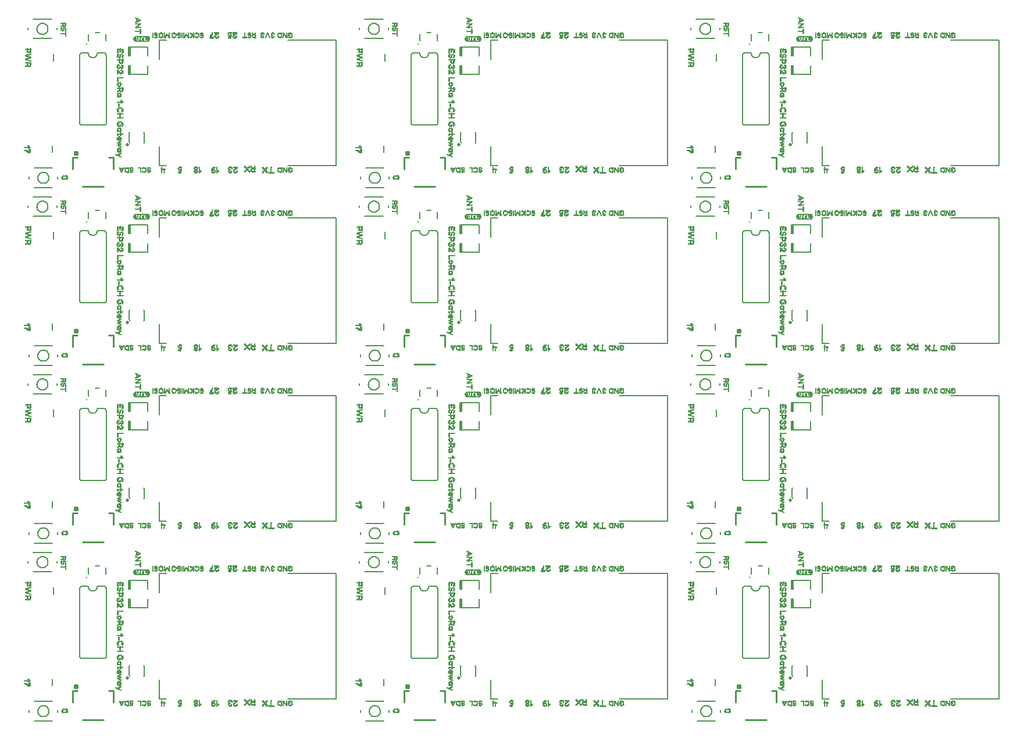
<source format=gto>
G75*
%MOIN*%
%OFA0B0*%
%FSLAX25Y25*%
%IPPOS*%
%LPD*%
%AMOC8*
5,1,8,0,0,1.08239X$1,22.5*
%
%ADD10C,0.02000*%
%ADD11C,0.00800*%
%ADD12C,0.01000*%
%ADD13C,0.01000*%
%ADD14C,0.01575*%
%ADD15C,0.00500*%
%ADD16R,0.00118X0.00118*%
%ADD17R,0.00118X0.00236*%
%ADD18R,0.00118X0.02598*%
%ADD19R,0.00157X0.00591*%
%ADD20R,0.00157X0.00709*%
%ADD21R,0.00157X0.02953*%
%ADD22R,0.00118X0.00709*%
%ADD23R,0.00118X0.00827*%
%ADD24R,0.00118X0.03071*%
%ADD25R,0.00118X0.00945*%
%ADD26R,0.00118X0.02953*%
%ADD27R,0.00157X0.01063*%
%ADD28R,0.00157X0.00827*%
%ADD29R,0.00157X0.02835*%
%ADD30R,0.00118X0.01181*%
%ADD31R,0.00118X0.01299*%
%ADD32R,0.00118X0.01417*%
%ADD33R,0.00157X0.01535*%
%ADD34R,0.00157X0.01417*%
%ADD35R,0.00118X0.01654*%
%ADD36R,0.00118X0.01535*%
%ADD37R,0.00118X0.01772*%
%ADD38R,0.00157X0.00945*%
%ADD39R,0.00118X0.02362*%
%ADD40R,0.00157X0.02480*%
%ADD41R,0.00118X0.02717*%
%ADD42R,0.00118X0.02835*%
%ADD43R,0.00157X0.01181*%
%ADD44R,0.00118X0.01063*%
%ADD45R,0.00118X0.00591*%
%ADD46R,0.00118X0.00472*%
%ADD47R,0.00827X0.00118*%
%ADD48R,0.00945X0.00118*%
%ADD49R,0.01417X0.00157*%
%ADD50R,0.00591X0.00157*%
%ADD51R,0.00709X0.00157*%
%ADD52R,0.01654X0.00157*%
%ADD53R,0.01890X0.00118*%
%ADD54R,0.00709X0.00118*%
%ADD55R,0.02008X0.00118*%
%ADD56R,0.02126X0.00118*%
%ADD57R,0.02244X0.00118*%
%ADD58R,0.02362X0.00118*%
%ADD59R,0.01063X0.00118*%
%ADD60R,0.02362X0.00157*%
%ADD61R,0.01063X0.00157*%
%ADD62R,0.00827X0.00157*%
%ADD63R,0.02480X0.00157*%
%ADD64R,0.01181X0.00118*%
%ADD65R,0.02480X0.00118*%
%ADD66R,0.00472X0.00118*%
%ADD67R,0.01299X0.00118*%
%ADD68R,0.01417X0.00118*%
%ADD69R,0.00945X0.00157*%
%ADD70R,0.01535X0.00118*%
%ADD71R,0.01654X0.00118*%
%ADD72R,0.01772X0.00118*%
%ADD73R,0.01535X0.00157*%
%ADD74R,0.02598X0.00118*%
%ADD75R,0.02598X0.00157*%
%ADD76R,0.01181X0.00157*%
%ADD77R,0.01772X0.00157*%
%ADD78R,0.01890X0.00157*%
%ADD79R,0.00591X0.00118*%
%ADD80R,0.00236X0.00118*%
%ADD81R,0.01299X0.00157*%
%ADD82R,0.02008X0.00157*%
%ADD83R,0.00472X0.00157*%
%ADD84R,0.02244X0.00157*%
%ADD85R,0.00354X0.00118*%
%ADD86R,0.02953X0.00157*%
%ADD87R,0.03071X0.00118*%
%ADD88R,0.02953X0.00118*%
%ADD89R,0.02835X0.00157*%
%ADD90R,0.02126X0.00157*%
%ADD91R,0.01575X0.00157*%
%ADD92R,0.01969X0.00118*%
%ADD93R,0.01811X0.00157*%
%ADD94R,0.02677X0.00157*%
%ADD95R,0.02087X0.00157*%
%ADD96R,0.01142X0.00118*%
%ADD97R,0.00984X0.00118*%
%ADD98R,0.00984X0.00157*%
%ADD99R,0.01260X0.00157*%
%ADD100R,0.01693X0.00118*%
%ADD101R,0.01969X0.00157*%
%ADD102R,0.01260X0.00118*%
%ADD103R,0.02402X0.00157*%
%ADD104R,0.01575X0.00118*%
%ADD105R,0.01693X0.00157*%
%ADD106R,0.00157X0.00157*%
%ADD107R,0.00866X0.00157*%
%ADD108R,0.00276X0.00118*%
%ADD109R,0.02795X0.00118*%
%ADD110R,0.02402X0.00118*%
%ADD111R,0.02795X0.00157*%
%ADD112R,0.01811X0.00118*%
%ADD113R,0.02638X0.00157*%
%ADD114R,0.01378X0.00157*%
%ADD115R,0.00551X0.00118*%
%ADD116R,0.01929X0.00118*%
%ADD117R,0.02205X0.00118*%
%ADD118R,0.01102X0.00157*%
%ADD119R,0.01102X0.00118*%
%ADD120R,0.01220X0.00118*%
%ADD121R,0.01496X0.00118*%
%ADD122R,0.02756X0.00157*%
%ADD123R,0.02874X0.00118*%
%ADD124R,0.02874X0.00157*%
%ADD125R,0.02717X0.00118*%
%ADD126R,0.03425X0.00118*%
%ADD127R,0.03031X0.00118*%
%ADD128R,0.00394X0.00118*%
%ADD129R,0.03425X0.00157*%
%ADD130R,0.03583X0.00118*%
%ADD131R,0.03583X0.00157*%
%ADD132R,0.03307X0.00157*%
%ADD133R,0.01220X0.00157*%
%ADD134R,0.02323X0.00157*%
%ADD135R,0.02087X0.00118*%
%ADD136R,0.02205X0.00157*%
%ADD137R,0.00669X0.00118*%
%ADD138R,0.00433X0.00118*%
%ADD139R,0.01929X0.00157*%
%ADD140R,0.00669X0.00157*%
%ADD141R,0.02638X0.00118*%
%ADD142R,0.02756X0.00118*%
%ADD143R,0.02047X0.00118*%
%ADD144R,0.01378X0.00118*%
%ADD145R,0.02323X0.00118*%
%ADD146R,0.00551X0.00157*%
%ADD147R,0.01496X0.00157*%
%ADD148R,0.00433X0.00157*%
%ADD149R,0.00157X0.00118*%
%ADD150R,0.02047X0.00157*%
%ADD151R,0.00276X0.00157*%
%ADD152R,0.02835X0.00118*%
%ADD153R,0.00157X0.01772*%
%ADD154R,0.00157X0.01299*%
%ADD155R,0.00118X0.02008*%
%ADD156R,0.00118X0.02126*%
%ADD157R,0.00118X0.02244*%
%ADD158R,0.00157X0.02244*%
%ADD159R,0.00157X0.01890*%
%ADD160R,0.00157X0.02362*%
%ADD161R,0.00157X0.02126*%
%ADD162R,0.00118X0.00354*%
%ADD163R,0.00118X0.00669*%
%ADD164R,0.00157X0.02087*%
%ADD165R,0.00118X0.02205*%
%ADD166R,0.00157X0.02323*%
%ADD167R,0.00118X0.02480*%
%ADD168R,0.00157X0.01102*%
%ADD169R,0.00118X0.00984*%
%ADD170R,0.00157X0.00984*%
%ADD171R,0.00118X0.01102*%
%ADD172R,0.00118X0.02323*%
%ADD173R,0.00118X0.02087*%
%ADD174R,0.00118X0.01220*%
%ADD175R,0.00157X0.00433*%
%ADD176R,0.00118X0.01260*%
%ADD177R,0.00118X0.00276*%
%ADD178R,0.00118X0.00433*%
%ADD179R,0.00157X0.00551*%
%ADD180R,0.00118X0.02638*%
%ADD181R,0.00157X0.02638*%
%ADD182R,0.00157X0.02756*%
%ADD183R,0.00118X0.02756*%
%ADD184R,0.00157X0.01378*%
%ADD185R,0.00118X0.01378*%
%ADD186R,0.00157X0.01654*%
%ADD187R,0.00157X0.03858*%
%ADD188R,0.00157X0.02874*%
%ADD189R,0.00118X0.03858*%
%ADD190R,0.00157X0.01811*%
%ADD191R,0.00157X0.02598*%
%ADD192R,0.00118X0.00551*%
%ADD193R,0.00118X0.00157*%
%ADD194R,0.00118X0.01929*%
%ADD195R,0.00118X0.01811*%
%ADD196R,0.00157X0.01929*%
%ADD197R,0.00157X0.00669*%
%ADD198R,0.00157X0.00276*%
%ADD199R,0.00118X0.02047*%
%ADD200R,0.00157X0.02913*%
%ADD201R,0.00157X0.02205*%
%ADD202R,0.00118X0.02913*%
%ADD203R,0.00157X0.00394*%
%ADD204R,0.00157X0.01260*%
%ADD205R,0.00118X0.00394*%
%ADD206R,0.00157X0.02047*%
%ADD207R,0.00118X0.03465*%
%ADD208R,0.00157X0.03150*%
%ADD209R,0.00118X0.01496*%
%ADD210R,0.00118X0.03150*%
%ADD211R,0.00157X0.01496*%
%ADD212R,0.00157X0.03307*%
%ADD213R,0.00118X0.03031*%
%ADD214R,0.00157X0.01220*%
%ADD215R,0.00157X0.03031*%
%ADD216R,0.07008X0.00079*%
%ADD217R,0.07480X0.00079*%
%ADD218R,0.07795X0.00079*%
%ADD219R,0.08110X0.00079*%
%ADD220R,0.08268X0.00079*%
%ADD221R,0.08425X0.00079*%
%ADD222R,0.08583X0.00079*%
%ADD223R,0.08740X0.00079*%
%ADD224R,0.01496X0.00079*%
%ADD225R,0.00866X0.00079*%
%ADD226R,0.00945X0.00079*%
%ADD227R,0.00315X0.00079*%
%ADD228R,0.02441X0.00079*%
%ADD229R,0.00157X0.00079*%
%ADD230R,0.01575X0.00079*%
%ADD231R,0.01654X0.00079*%
%ADD232R,0.02520X0.00079*%
%ADD233R,0.00236X0.00079*%
%ADD234R,0.01260X0.00079*%
%ADD235R,0.01732X0.00079*%
%ADD236R,0.02598X0.00079*%
%ADD237R,0.00551X0.00079*%
%ADD238R,0.00472X0.00079*%
%ADD239R,0.00709X0.00079*%
%ADD240R,0.00394X0.00079*%
%ADD241R,0.01811X0.00079*%
%ADD242R,0.01417X0.00079*%
%ADD243R,0.01890X0.00079*%
%ADD244R,0.00630X0.00079*%
%ADD245R,0.01969X0.00079*%
%ADD246R,0.00787X0.00079*%
D10*
X0096500Y0054500D03*
X0096500Y0156500D03*
X0096500Y0258500D03*
X0096500Y0360500D03*
X0286500Y0360500D03*
X0286500Y0258500D03*
X0286500Y0156500D03*
X0286500Y0054500D03*
X0476500Y0054500D03*
X0476500Y0156500D03*
X0476500Y0258500D03*
X0476500Y0360500D03*
D11*
X0053518Y0029988D02*
X0042982Y0029988D01*
X0039982Y0034988D02*
X0039982Y0036012D01*
X0042982Y0041012D02*
X0053518Y0041012D01*
X0056518Y0036012D02*
X0056518Y0034988D01*
X0097350Y0056050D02*
X0097350Y0061450D01*
X0097900Y0061450D01*
X0097350Y0056050D02*
X0097900Y0055550D01*
X0105600Y0055550D02*
X0106150Y0055550D01*
X0106150Y0061450D01*
X0105600Y0061450D01*
X0114699Y0053500D02*
X0114699Y0042567D01*
X0118742Y0042567D01*
X0084413Y0067300D02*
X0084413Y0105700D01*
X0084401Y0105781D01*
X0084386Y0105861D01*
X0084367Y0105940D01*
X0084345Y0106018D01*
X0084318Y0106095D01*
X0084289Y0106171D01*
X0084255Y0106245D01*
X0084218Y0106317D01*
X0084178Y0106388D01*
X0084134Y0106456D01*
X0084087Y0106523D01*
X0084037Y0106587D01*
X0083984Y0106648D01*
X0083928Y0106707D01*
X0083869Y0106764D01*
X0083808Y0106817D01*
X0083744Y0106868D01*
X0083678Y0106915D01*
X0083610Y0106959D01*
X0083540Y0107000D01*
X0083468Y0107038D01*
X0083394Y0107072D01*
X0083318Y0107102D01*
X0083242Y0107129D01*
X0083164Y0107152D01*
X0083085Y0107172D01*
X0083005Y0107187D01*
X0082924Y0107199D01*
X0082844Y0107207D01*
X0082762Y0107211D01*
X0082681Y0107212D01*
X0082600Y0107208D01*
X0082519Y0107201D01*
X0082469Y0107200D02*
X0079150Y0107200D01*
X0079150Y0107000D02*
X0079148Y0106902D01*
X0079142Y0106804D01*
X0079133Y0106706D01*
X0079119Y0106609D01*
X0079102Y0106512D01*
X0079081Y0106416D01*
X0079056Y0106321D01*
X0079028Y0106227D01*
X0078995Y0106135D01*
X0078960Y0106043D01*
X0078920Y0105953D01*
X0078878Y0105865D01*
X0078831Y0105778D01*
X0078782Y0105694D01*
X0078729Y0105611D01*
X0078673Y0105531D01*
X0078613Y0105452D01*
X0078551Y0105376D01*
X0078486Y0105303D01*
X0078418Y0105232D01*
X0078347Y0105164D01*
X0078274Y0105099D01*
X0078198Y0105037D01*
X0078119Y0104977D01*
X0078039Y0104921D01*
X0077956Y0104868D01*
X0077872Y0104819D01*
X0077785Y0104772D01*
X0077697Y0104730D01*
X0077607Y0104690D01*
X0077515Y0104655D01*
X0077423Y0104622D01*
X0077329Y0104594D01*
X0077234Y0104569D01*
X0077138Y0104548D01*
X0077041Y0104531D01*
X0076944Y0104517D01*
X0076846Y0104508D01*
X0076748Y0104502D01*
X0076650Y0104500D01*
X0076552Y0104502D01*
X0076454Y0104508D01*
X0076356Y0104517D01*
X0076259Y0104531D01*
X0076162Y0104548D01*
X0076066Y0104569D01*
X0075971Y0104594D01*
X0075877Y0104622D01*
X0075785Y0104655D01*
X0075693Y0104690D01*
X0075603Y0104730D01*
X0075515Y0104772D01*
X0075428Y0104819D01*
X0075344Y0104868D01*
X0075261Y0104921D01*
X0075181Y0104977D01*
X0075102Y0105037D01*
X0075026Y0105099D01*
X0074953Y0105164D01*
X0074882Y0105232D01*
X0074814Y0105303D01*
X0074749Y0105376D01*
X0074687Y0105452D01*
X0074627Y0105531D01*
X0074571Y0105611D01*
X0074518Y0105694D01*
X0074469Y0105778D01*
X0074422Y0105865D01*
X0074380Y0105953D01*
X0074340Y0106043D01*
X0074305Y0106135D01*
X0074272Y0106227D01*
X0074244Y0106321D01*
X0074219Y0106416D01*
X0074198Y0106512D01*
X0074181Y0106609D01*
X0074167Y0106706D01*
X0074158Y0106804D01*
X0074152Y0106902D01*
X0074150Y0107000D01*
X0074150Y0107200D02*
X0070194Y0107200D01*
X0070194Y0107199D02*
X0070124Y0107187D01*
X0070054Y0107170D01*
X0069986Y0107150D01*
X0069918Y0107127D01*
X0069852Y0107099D01*
X0069788Y0107068D01*
X0069726Y0107034D01*
X0069665Y0106996D01*
X0069606Y0106956D01*
X0069550Y0106912D01*
X0069497Y0106865D01*
X0069445Y0106815D01*
X0069397Y0106762D01*
X0069352Y0106707D01*
X0069309Y0106650D01*
X0069270Y0106590D01*
X0069234Y0106528D01*
X0069202Y0106465D01*
X0069173Y0106400D01*
X0069147Y0106333D01*
X0069125Y0106265D01*
X0069107Y0106196D01*
X0069093Y0106126D01*
X0069083Y0106055D01*
X0069076Y0105984D01*
X0069073Y0105913D01*
X0069074Y0105842D01*
X0069079Y0105770D01*
X0069088Y0105700D01*
X0069087Y0105700D02*
X0069087Y0066906D01*
X0069088Y0066906D02*
X0069100Y0066836D01*
X0069117Y0066766D01*
X0069137Y0066698D01*
X0069161Y0066631D01*
X0069188Y0066565D01*
X0069219Y0066500D01*
X0069253Y0066438D01*
X0069291Y0066377D01*
X0069332Y0066319D01*
X0069376Y0066262D01*
X0069423Y0066209D01*
X0069473Y0066158D01*
X0069525Y0066109D01*
X0069580Y0066064D01*
X0069638Y0066021D01*
X0069697Y0065982D01*
X0069759Y0065946D01*
X0069823Y0065914D01*
X0069888Y0065885D01*
X0069954Y0065859D01*
X0070022Y0065838D01*
X0070092Y0065819D01*
X0070161Y0065805D01*
X0070232Y0065795D01*
X0070303Y0065788D01*
X0070374Y0065785D01*
X0070446Y0065786D01*
X0070517Y0065791D01*
X0070588Y0065800D01*
X0070587Y0065800D02*
X0082913Y0065800D01*
X0082989Y0065802D01*
X0083064Y0065808D01*
X0083140Y0065817D01*
X0083215Y0065831D01*
X0083289Y0065848D01*
X0083362Y0065869D01*
X0083434Y0065893D01*
X0083504Y0065921D01*
X0083573Y0065953D01*
X0083641Y0065988D01*
X0083706Y0066027D01*
X0083770Y0066069D01*
X0083831Y0066114D01*
X0083890Y0066162D01*
X0083946Y0066213D01*
X0084000Y0066267D01*
X0084051Y0066323D01*
X0084099Y0066382D01*
X0084144Y0066443D01*
X0084186Y0066507D01*
X0084225Y0066572D01*
X0084260Y0066640D01*
X0084292Y0066709D01*
X0084320Y0066779D01*
X0084344Y0066851D01*
X0084365Y0066924D01*
X0084382Y0066998D01*
X0084396Y0067073D01*
X0084405Y0067149D01*
X0084411Y0067224D01*
X0084413Y0067300D01*
X0114699Y0103500D02*
X0114699Y0114433D01*
X0118742Y0114433D01*
X0084250Y0114309D02*
X0084250Y0117691D01*
X0080307Y0118791D02*
X0078193Y0118791D01*
X0074250Y0117691D02*
X0074250Y0114309D01*
X0056018Y0120488D02*
X0056018Y0121512D01*
X0053018Y0126512D02*
X0042482Y0126512D01*
X0042982Y0131988D02*
X0053518Y0131988D01*
X0056518Y0136988D02*
X0056518Y0138012D01*
X0053518Y0143012D02*
X0042982Y0143012D01*
X0039982Y0138012D02*
X0039982Y0136988D01*
X0039482Y0121512D02*
X0039482Y0120488D01*
X0042482Y0115488D02*
X0053018Y0115488D01*
X0114699Y0144567D02*
X0114699Y0155500D01*
X0106150Y0157550D02*
X0106150Y0163450D01*
X0105600Y0163450D01*
X0105600Y0157550D02*
X0106150Y0157550D01*
X0097900Y0157550D02*
X0097350Y0158050D01*
X0097350Y0163450D01*
X0097900Y0163450D01*
X0084413Y0169300D02*
X0084413Y0207700D01*
X0084401Y0207781D01*
X0084386Y0207861D01*
X0084367Y0207940D01*
X0084345Y0208018D01*
X0084318Y0208095D01*
X0084289Y0208171D01*
X0084255Y0208245D01*
X0084218Y0208317D01*
X0084178Y0208388D01*
X0084134Y0208456D01*
X0084087Y0208523D01*
X0084037Y0208587D01*
X0083984Y0208648D01*
X0083928Y0208707D01*
X0083869Y0208764D01*
X0083808Y0208817D01*
X0083744Y0208868D01*
X0083678Y0208915D01*
X0083610Y0208959D01*
X0083540Y0209000D01*
X0083468Y0209038D01*
X0083394Y0209072D01*
X0083318Y0209102D01*
X0083242Y0209129D01*
X0083164Y0209152D01*
X0083085Y0209172D01*
X0083005Y0209187D01*
X0082924Y0209199D01*
X0082844Y0209207D01*
X0082762Y0209211D01*
X0082681Y0209212D01*
X0082600Y0209208D01*
X0082519Y0209201D01*
X0082469Y0209200D02*
X0079150Y0209200D01*
X0079150Y0209000D02*
X0079148Y0208902D01*
X0079142Y0208804D01*
X0079133Y0208706D01*
X0079119Y0208609D01*
X0079102Y0208512D01*
X0079081Y0208416D01*
X0079056Y0208321D01*
X0079028Y0208227D01*
X0078995Y0208135D01*
X0078960Y0208043D01*
X0078920Y0207953D01*
X0078878Y0207865D01*
X0078831Y0207778D01*
X0078782Y0207694D01*
X0078729Y0207611D01*
X0078673Y0207531D01*
X0078613Y0207452D01*
X0078551Y0207376D01*
X0078486Y0207303D01*
X0078418Y0207232D01*
X0078347Y0207164D01*
X0078274Y0207099D01*
X0078198Y0207037D01*
X0078119Y0206977D01*
X0078039Y0206921D01*
X0077956Y0206868D01*
X0077872Y0206819D01*
X0077785Y0206772D01*
X0077697Y0206730D01*
X0077607Y0206690D01*
X0077515Y0206655D01*
X0077423Y0206622D01*
X0077329Y0206594D01*
X0077234Y0206569D01*
X0077138Y0206548D01*
X0077041Y0206531D01*
X0076944Y0206517D01*
X0076846Y0206508D01*
X0076748Y0206502D01*
X0076650Y0206500D01*
X0076552Y0206502D01*
X0076454Y0206508D01*
X0076356Y0206517D01*
X0076259Y0206531D01*
X0076162Y0206548D01*
X0076066Y0206569D01*
X0075971Y0206594D01*
X0075877Y0206622D01*
X0075785Y0206655D01*
X0075693Y0206690D01*
X0075603Y0206730D01*
X0075515Y0206772D01*
X0075428Y0206819D01*
X0075344Y0206868D01*
X0075261Y0206921D01*
X0075181Y0206977D01*
X0075102Y0207037D01*
X0075026Y0207099D01*
X0074953Y0207164D01*
X0074882Y0207232D01*
X0074814Y0207303D01*
X0074749Y0207376D01*
X0074687Y0207452D01*
X0074627Y0207531D01*
X0074571Y0207611D01*
X0074518Y0207694D01*
X0074469Y0207778D01*
X0074422Y0207865D01*
X0074380Y0207953D01*
X0074340Y0208043D01*
X0074305Y0208135D01*
X0074272Y0208227D01*
X0074244Y0208321D01*
X0074219Y0208416D01*
X0074198Y0208512D01*
X0074181Y0208609D01*
X0074167Y0208706D01*
X0074158Y0208804D01*
X0074152Y0208902D01*
X0074150Y0209000D01*
X0074150Y0209200D02*
X0070194Y0209200D01*
X0070194Y0209199D02*
X0070124Y0209187D01*
X0070054Y0209170D01*
X0069986Y0209150D01*
X0069918Y0209127D01*
X0069852Y0209099D01*
X0069788Y0209068D01*
X0069726Y0209034D01*
X0069665Y0208996D01*
X0069606Y0208956D01*
X0069550Y0208912D01*
X0069497Y0208865D01*
X0069445Y0208815D01*
X0069397Y0208762D01*
X0069352Y0208707D01*
X0069309Y0208650D01*
X0069270Y0208590D01*
X0069234Y0208528D01*
X0069202Y0208465D01*
X0069173Y0208400D01*
X0069147Y0208333D01*
X0069125Y0208265D01*
X0069107Y0208196D01*
X0069093Y0208126D01*
X0069083Y0208055D01*
X0069076Y0207984D01*
X0069073Y0207913D01*
X0069074Y0207842D01*
X0069079Y0207770D01*
X0069088Y0207700D01*
X0069087Y0207700D02*
X0069087Y0168906D01*
X0069088Y0168906D02*
X0069100Y0168836D01*
X0069117Y0168766D01*
X0069137Y0168698D01*
X0069161Y0168631D01*
X0069188Y0168565D01*
X0069219Y0168500D01*
X0069253Y0168438D01*
X0069291Y0168377D01*
X0069332Y0168319D01*
X0069376Y0168262D01*
X0069423Y0168209D01*
X0069473Y0168158D01*
X0069525Y0168109D01*
X0069580Y0168064D01*
X0069638Y0168021D01*
X0069697Y0167982D01*
X0069759Y0167946D01*
X0069823Y0167914D01*
X0069888Y0167885D01*
X0069954Y0167859D01*
X0070022Y0167838D01*
X0070092Y0167819D01*
X0070161Y0167805D01*
X0070232Y0167795D01*
X0070303Y0167788D01*
X0070374Y0167785D01*
X0070446Y0167786D01*
X0070517Y0167791D01*
X0070588Y0167800D01*
X0070587Y0167800D02*
X0082913Y0167800D01*
X0082989Y0167802D01*
X0083064Y0167808D01*
X0083140Y0167817D01*
X0083215Y0167831D01*
X0083289Y0167848D01*
X0083362Y0167869D01*
X0083434Y0167893D01*
X0083504Y0167921D01*
X0083573Y0167953D01*
X0083641Y0167988D01*
X0083706Y0168027D01*
X0083770Y0168069D01*
X0083831Y0168114D01*
X0083890Y0168162D01*
X0083946Y0168213D01*
X0084000Y0168267D01*
X0084051Y0168323D01*
X0084099Y0168382D01*
X0084144Y0168443D01*
X0084186Y0168507D01*
X0084225Y0168572D01*
X0084260Y0168640D01*
X0084292Y0168709D01*
X0084320Y0168779D01*
X0084344Y0168851D01*
X0084365Y0168924D01*
X0084382Y0168998D01*
X0084396Y0169073D01*
X0084405Y0169149D01*
X0084411Y0169224D01*
X0084413Y0169300D01*
X0114699Y0144567D02*
X0118742Y0144567D01*
X0188470Y0144567D02*
X0216093Y0144567D01*
X0216093Y0216433D01*
X0188470Y0216433D01*
X0229482Y0222488D02*
X0229482Y0223512D01*
X0232482Y0228512D02*
X0243018Y0228512D01*
X0243518Y0233988D02*
X0232982Y0233988D01*
X0229982Y0238988D02*
X0229982Y0240012D01*
X0232982Y0245012D02*
X0243518Y0245012D01*
X0246518Y0240012D02*
X0246518Y0238988D01*
X0246018Y0223512D02*
X0246018Y0222488D01*
X0243018Y0217488D02*
X0232482Y0217488D01*
X0259087Y0207700D02*
X0259087Y0168906D01*
X0259088Y0168906D02*
X0259100Y0168836D01*
X0259117Y0168766D01*
X0259137Y0168698D01*
X0259161Y0168631D01*
X0259188Y0168565D01*
X0259219Y0168500D01*
X0259253Y0168438D01*
X0259291Y0168377D01*
X0259332Y0168319D01*
X0259376Y0168262D01*
X0259423Y0168209D01*
X0259473Y0168158D01*
X0259525Y0168109D01*
X0259580Y0168064D01*
X0259638Y0168021D01*
X0259697Y0167982D01*
X0259759Y0167946D01*
X0259823Y0167914D01*
X0259888Y0167885D01*
X0259954Y0167859D01*
X0260022Y0167838D01*
X0260092Y0167819D01*
X0260161Y0167805D01*
X0260232Y0167795D01*
X0260303Y0167788D01*
X0260374Y0167785D01*
X0260446Y0167786D01*
X0260517Y0167791D01*
X0260588Y0167800D01*
X0260587Y0167800D02*
X0272913Y0167800D01*
X0272989Y0167802D01*
X0273064Y0167808D01*
X0273140Y0167817D01*
X0273215Y0167831D01*
X0273289Y0167848D01*
X0273362Y0167869D01*
X0273434Y0167893D01*
X0273504Y0167921D01*
X0273573Y0167953D01*
X0273641Y0167988D01*
X0273706Y0168027D01*
X0273770Y0168069D01*
X0273831Y0168114D01*
X0273890Y0168162D01*
X0273946Y0168213D01*
X0274000Y0168267D01*
X0274051Y0168323D01*
X0274099Y0168382D01*
X0274144Y0168443D01*
X0274186Y0168507D01*
X0274225Y0168572D01*
X0274260Y0168640D01*
X0274292Y0168709D01*
X0274320Y0168779D01*
X0274344Y0168851D01*
X0274365Y0168924D01*
X0274382Y0168998D01*
X0274396Y0169073D01*
X0274405Y0169149D01*
X0274411Y0169224D01*
X0274413Y0169300D01*
X0274413Y0207700D01*
X0274401Y0207781D01*
X0274386Y0207861D01*
X0274367Y0207940D01*
X0274345Y0208018D01*
X0274318Y0208095D01*
X0274289Y0208171D01*
X0274255Y0208245D01*
X0274218Y0208317D01*
X0274178Y0208388D01*
X0274134Y0208456D01*
X0274087Y0208523D01*
X0274037Y0208587D01*
X0273984Y0208648D01*
X0273928Y0208707D01*
X0273869Y0208764D01*
X0273808Y0208817D01*
X0273744Y0208868D01*
X0273678Y0208915D01*
X0273610Y0208959D01*
X0273540Y0209000D01*
X0273468Y0209038D01*
X0273394Y0209072D01*
X0273318Y0209102D01*
X0273242Y0209129D01*
X0273164Y0209152D01*
X0273085Y0209172D01*
X0273005Y0209187D01*
X0272924Y0209199D01*
X0272844Y0209207D01*
X0272762Y0209211D01*
X0272681Y0209212D01*
X0272600Y0209208D01*
X0272519Y0209201D01*
X0272469Y0209200D02*
X0269150Y0209200D01*
X0269150Y0209000D02*
X0269148Y0208902D01*
X0269142Y0208804D01*
X0269133Y0208706D01*
X0269119Y0208609D01*
X0269102Y0208512D01*
X0269081Y0208416D01*
X0269056Y0208321D01*
X0269028Y0208227D01*
X0268995Y0208135D01*
X0268960Y0208043D01*
X0268920Y0207953D01*
X0268878Y0207865D01*
X0268831Y0207778D01*
X0268782Y0207694D01*
X0268729Y0207611D01*
X0268673Y0207531D01*
X0268613Y0207452D01*
X0268551Y0207376D01*
X0268486Y0207303D01*
X0268418Y0207232D01*
X0268347Y0207164D01*
X0268274Y0207099D01*
X0268198Y0207037D01*
X0268119Y0206977D01*
X0268039Y0206921D01*
X0267956Y0206868D01*
X0267872Y0206819D01*
X0267785Y0206772D01*
X0267697Y0206730D01*
X0267607Y0206690D01*
X0267515Y0206655D01*
X0267423Y0206622D01*
X0267329Y0206594D01*
X0267234Y0206569D01*
X0267138Y0206548D01*
X0267041Y0206531D01*
X0266944Y0206517D01*
X0266846Y0206508D01*
X0266748Y0206502D01*
X0266650Y0206500D01*
X0266552Y0206502D01*
X0266454Y0206508D01*
X0266356Y0206517D01*
X0266259Y0206531D01*
X0266162Y0206548D01*
X0266066Y0206569D01*
X0265971Y0206594D01*
X0265877Y0206622D01*
X0265785Y0206655D01*
X0265693Y0206690D01*
X0265603Y0206730D01*
X0265515Y0206772D01*
X0265428Y0206819D01*
X0265344Y0206868D01*
X0265261Y0206921D01*
X0265181Y0206977D01*
X0265102Y0207037D01*
X0265026Y0207099D01*
X0264953Y0207164D01*
X0264882Y0207232D01*
X0264814Y0207303D01*
X0264749Y0207376D01*
X0264687Y0207452D01*
X0264627Y0207531D01*
X0264571Y0207611D01*
X0264518Y0207694D01*
X0264469Y0207778D01*
X0264422Y0207865D01*
X0264380Y0207953D01*
X0264340Y0208043D01*
X0264305Y0208135D01*
X0264272Y0208227D01*
X0264244Y0208321D01*
X0264219Y0208416D01*
X0264198Y0208512D01*
X0264181Y0208609D01*
X0264167Y0208706D01*
X0264158Y0208804D01*
X0264152Y0208902D01*
X0264150Y0209000D01*
X0264150Y0209200D02*
X0260194Y0209200D01*
X0260194Y0209199D02*
X0260124Y0209187D01*
X0260054Y0209170D01*
X0259986Y0209150D01*
X0259918Y0209127D01*
X0259852Y0209099D01*
X0259788Y0209068D01*
X0259726Y0209034D01*
X0259665Y0208996D01*
X0259606Y0208956D01*
X0259550Y0208912D01*
X0259497Y0208865D01*
X0259445Y0208815D01*
X0259397Y0208762D01*
X0259352Y0208707D01*
X0259309Y0208650D01*
X0259270Y0208590D01*
X0259234Y0208528D01*
X0259202Y0208465D01*
X0259173Y0208400D01*
X0259147Y0208333D01*
X0259125Y0208265D01*
X0259107Y0208196D01*
X0259093Y0208126D01*
X0259083Y0208055D01*
X0259076Y0207984D01*
X0259073Y0207913D01*
X0259074Y0207842D01*
X0259079Y0207770D01*
X0259088Y0207700D01*
X0264250Y0216309D02*
X0264250Y0219691D01*
X0268193Y0220791D02*
X0270307Y0220791D01*
X0274250Y0219691D02*
X0274250Y0216309D01*
X0304699Y0216433D02*
X0304699Y0205500D01*
X0304699Y0216433D02*
X0308742Y0216433D01*
X0308742Y0246567D02*
X0304699Y0246567D01*
X0304699Y0257500D01*
X0296150Y0259550D02*
X0296150Y0265450D01*
X0295600Y0265450D01*
X0295600Y0259550D02*
X0296150Y0259550D01*
X0287900Y0259550D02*
X0287350Y0260050D01*
X0287350Y0265450D01*
X0287900Y0265450D01*
X0274413Y0271300D02*
X0274413Y0309700D01*
X0274401Y0309781D01*
X0274386Y0309861D01*
X0274367Y0309940D01*
X0274345Y0310018D01*
X0274318Y0310095D01*
X0274289Y0310171D01*
X0274255Y0310245D01*
X0274218Y0310317D01*
X0274178Y0310388D01*
X0274134Y0310456D01*
X0274087Y0310523D01*
X0274037Y0310587D01*
X0273984Y0310648D01*
X0273928Y0310707D01*
X0273869Y0310764D01*
X0273808Y0310817D01*
X0273744Y0310868D01*
X0273678Y0310915D01*
X0273610Y0310959D01*
X0273540Y0311000D01*
X0273468Y0311038D01*
X0273394Y0311072D01*
X0273318Y0311102D01*
X0273242Y0311129D01*
X0273164Y0311152D01*
X0273085Y0311172D01*
X0273005Y0311187D01*
X0272924Y0311199D01*
X0272844Y0311207D01*
X0272762Y0311211D01*
X0272681Y0311212D01*
X0272600Y0311208D01*
X0272519Y0311201D01*
X0272469Y0311200D02*
X0269150Y0311200D01*
X0269150Y0311000D02*
X0269148Y0310902D01*
X0269142Y0310804D01*
X0269133Y0310706D01*
X0269119Y0310609D01*
X0269102Y0310512D01*
X0269081Y0310416D01*
X0269056Y0310321D01*
X0269028Y0310227D01*
X0268995Y0310135D01*
X0268960Y0310043D01*
X0268920Y0309953D01*
X0268878Y0309865D01*
X0268831Y0309778D01*
X0268782Y0309694D01*
X0268729Y0309611D01*
X0268673Y0309531D01*
X0268613Y0309452D01*
X0268551Y0309376D01*
X0268486Y0309303D01*
X0268418Y0309232D01*
X0268347Y0309164D01*
X0268274Y0309099D01*
X0268198Y0309037D01*
X0268119Y0308977D01*
X0268039Y0308921D01*
X0267956Y0308868D01*
X0267872Y0308819D01*
X0267785Y0308772D01*
X0267697Y0308730D01*
X0267607Y0308690D01*
X0267515Y0308655D01*
X0267423Y0308622D01*
X0267329Y0308594D01*
X0267234Y0308569D01*
X0267138Y0308548D01*
X0267041Y0308531D01*
X0266944Y0308517D01*
X0266846Y0308508D01*
X0266748Y0308502D01*
X0266650Y0308500D01*
X0266552Y0308502D01*
X0266454Y0308508D01*
X0266356Y0308517D01*
X0266259Y0308531D01*
X0266162Y0308548D01*
X0266066Y0308569D01*
X0265971Y0308594D01*
X0265877Y0308622D01*
X0265785Y0308655D01*
X0265693Y0308690D01*
X0265603Y0308730D01*
X0265515Y0308772D01*
X0265428Y0308819D01*
X0265344Y0308868D01*
X0265261Y0308921D01*
X0265181Y0308977D01*
X0265102Y0309037D01*
X0265026Y0309099D01*
X0264953Y0309164D01*
X0264882Y0309232D01*
X0264814Y0309303D01*
X0264749Y0309376D01*
X0264687Y0309452D01*
X0264627Y0309531D01*
X0264571Y0309611D01*
X0264518Y0309694D01*
X0264469Y0309778D01*
X0264422Y0309865D01*
X0264380Y0309953D01*
X0264340Y0310043D01*
X0264305Y0310135D01*
X0264272Y0310227D01*
X0264244Y0310321D01*
X0264219Y0310416D01*
X0264198Y0310512D01*
X0264181Y0310609D01*
X0264167Y0310706D01*
X0264158Y0310804D01*
X0264152Y0310902D01*
X0264150Y0311000D01*
X0264150Y0311200D02*
X0260194Y0311200D01*
X0260194Y0311199D02*
X0260124Y0311187D01*
X0260054Y0311170D01*
X0259986Y0311150D01*
X0259918Y0311127D01*
X0259852Y0311099D01*
X0259788Y0311068D01*
X0259726Y0311034D01*
X0259665Y0310996D01*
X0259606Y0310956D01*
X0259550Y0310912D01*
X0259497Y0310865D01*
X0259445Y0310815D01*
X0259397Y0310762D01*
X0259352Y0310707D01*
X0259309Y0310650D01*
X0259270Y0310590D01*
X0259234Y0310528D01*
X0259202Y0310465D01*
X0259173Y0310400D01*
X0259147Y0310333D01*
X0259125Y0310265D01*
X0259107Y0310196D01*
X0259093Y0310126D01*
X0259083Y0310055D01*
X0259076Y0309984D01*
X0259073Y0309913D01*
X0259074Y0309842D01*
X0259079Y0309770D01*
X0259088Y0309700D01*
X0259087Y0309700D02*
X0259087Y0270906D01*
X0259088Y0270906D02*
X0259100Y0270836D01*
X0259117Y0270766D01*
X0259137Y0270698D01*
X0259161Y0270631D01*
X0259188Y0270565D01*
X0259219Y0270500D01*
X0259253Y0270438D01*
X0259291Y0270377D01*
X0259332Y0270319D01*
X0259376Y0270262D01*
X0259423Y0270209D01*
X0259473Y0270158D01*
X0259525Y0270109D01*
X0259580Y0270064D01*
X0259638Y0270021D01*
X0259697Y0269982D01*
X0259759Y0269946D01*
X0259823Y0269914D01*
X0259888Y0269885D01*
X0259954Y0269859D01*
X0260022Y0269838D01*
X0260092Y0269819D01*
X0260161Y0269805D01*
X0260232Y0269795D01*
X0260303Y0269788D01*
X0260374Y0269785D01*
X0260446Y0269786D01*
X0260517Y0269791D01*
X0260588Y0269800D01*
X0260587Y0269800D02*
X0272913Y0269800D01*
X0272989Y0269802D01*
X0273064Y0269808D01*
X0273140Y0269817D01*
X0273215Y0269831D01*
X0273289Y0269848D01*
X0273362Y0269869D01*
X0273434Y0269893D01*
X0273504Y0269921D01*
X0273573Y0269953D01*
X0273641Y0269988D01*
X0273706Y0270027D01*
X0273770Y0270069D01*
X0273831Y0270114D01*
X0273890Y0270162D01*
X0273946Y0270213D01*
X0274000Y0270267D01*
X0274051Y0270323D01*
X0274099Y0270382D01*
X0274144Y0270443D01*
X0274186Y0270507D01*
X0274225Y0270572D01*
X0274260Y0270640D01*
X0274292Y0270709D01*
X0274320Y0270779D01*
X0274344Y0270851D01*
X0274365Y0270924D01*
X0274382Y0270998D01*
X0274396Y0271073D01*
X0274405Y0271149D01*
X0274411Y0271224D01*
X0274413Y0271300D01*
X0304699Y0307500D02*
X0304699Y0318433D01*
X0308742Y0318433D01*
X0274250Y0318309D02*
X0274250Y0321691D01*
X0270307Y0322791D02*
X0268193Y0322791D01*
X0264250Y0321691D02*
X0264250Y0318309D01*
X0246018Y0324488D02*
X0246018Y0325512D01*
X0243018Y0330512D02*
X0232482Y0330512D01*
X0232982Y0335988D02*
X0243518Y0335988D01*
X0246518Y0340988D02*
X0246518Y0342012D01*
X0243518Y0347012D02*
X0232982Y0347012D01*
X0229982Y0342012D02*
X0229982Y0340988D01*
X0216093Y0348567D02*
X0216093Y0420433D01*
X0188470Y0420433D01*
X0229482Y0426488D02*
X0229482Y0427512D01*
X0232482Y0432512D02*
X0243018Y0432512D01*
X0246018Y0427512D02*
X0246018Y0426488D01*
X0243018Y0421488D02*
X0232482Y0421488D01*
X0259087Y0411700D02*
X0259087Y0372906D01*
X0259088Y0372906D02*
X0259100Y0372836D01*
X0259117Y0372766D01*
X0259137Y0372698D01*
X0259161Y0372631D01*
X0259188Y0372565D01*
X0259219Y0372500D01*
X0259253Y0372438D01*
X0259291Y0372377D01*
X0259332Y0372319D01*
X0259376Y0372262D01*
X0259423Y0372209D01*
X0259473Y0372158D01*
X0259525Y0372109D01*
X0259580Y0372064D01*
X0259638Y0372021D01*
X0259697Y0371982D01*
X0259759Y0371946D01*
X0259823Y0371914D01*
X0259888Y0371885D01*
X0259954Y0371859D01*
X0260022Y0371838D01*
X0260092Y0371819D01*
X0260161Y0371805D01*
X0260232Y0371795D01*
X0260303Y0371788D01*
X0260374Y0371785D01*
X0260446Y0371786D01*
X0260517Y0371791D01*
X0260588Y0371800D01*
X0260587Y0371800D02*
X0272913Y0371800D01*
X0272989Y0371802D01*
X0273064Y0371808D01*
X0273140Y0371817D01*
X0273215Y0371831D01*
X0273289Y0371848D01*
X0273362Y0371869D01*
X0273434Y0371893D01*
X0273504Y0371921D01*
X0273573Y0371953D01*
X0273641Y0371988D01*
X0273706Y0372027D01*
X0273770Y0372069D01*
X0273831Y0372114D01*
X0273890Y0372162D01*
X0273946Y0372213D01*
X0274000Y0372267D01*
X0274051Y0372323D01*
X0274099Y0372382D01*
X0274144Y0372443D01*
X0274186Y0372507D01*
X0274225Y0372572D01*
X0274260Y0372640D01*
X0274292Y0372709D01*
X0274320Y0372779D01*
X0274344Y0372851D01*
X0274365Y0372924D01*
X0274382Y0372998D01*
X0274396Y0373073D01*
X0274405Y0373149D01*
X0274411Y0373224D01*
X0274413Y0373300D01*
X0274413Y0411700D01*
X0274401Y0411781D01*
X0274386Y0411861D01*
X0274367Y0411940D01*
X0274345Y0412018D01*
X0274318Y0412095D01*
X0274289Y0412171D01*
X0274255Y0412245D01*
X0274218Y0412317D01*
X0274178Y0412388D01*
X0274134Y0412456D01*
X0274087Y0412523D01*
X0274037Y0412587D01*
X0273984Y0412648D01*
X0273928Y0412707D01*
X0273869Y0412764D01*
X0273808Y0412817D01*
X0273744Y0412868D01*
X0273678Y0412915D01*
X0273610Y0412959D01*
X0273540Y0413000D01*
X0273468Y0413038D01*
X0273394Y0413072D01*
X0273318Y0413102D01*
X0273242Y0413129D01*
X0273164Y0413152D01*
X0273085Y0413172D01*
X0273005Y0413187D01*
X0272924Y0413199D01*
X0272844Y0413207D01*
X0272762Y0413211D01*
X0272681Y0413212D01*
X0272600Y0413208D01*
X0272519Y0413201D01*
X0272469Y0413200D02*
X0269150Y0413200D01*
X0269150Y0413000D02*
X0269148Y0412902D01*
X0269142Y0412804D01*
X0269133Y0412706D01*
X0269119Y0412609D01*
X0269102Y0412512D01*
X0269081Y0412416D01*
X0269056Y0412321D01*
X0269028Y0412227D01*
X0268995Y0412135D01*
X0268960Y0412043D01*
X0268920Y0411953D01*
X0268878Y0411865D01*
X0268831Y0411778D01*
X0268782Y0411694D01*
X0268729Y0411611D01*
X0268673Y0411531D01*
X0268613Y0411452D01*
X0268551Y0411376D01*
X0268486Y0411303D01*
X0268418Y0411232D01*
X0268347Y0411164D01*
X0268274Y0411099D01*
X0268198Y0411037D01*
X0268119Y0410977D01*
X0268039Y0410921D01*
X0267956Y0410868D01*
X0267872Y0410819D01*
X0267785Y0410772D01*
X0267697Y0410730D01*
X0267607Y0410690D01*
X0267515Y0410655D01*
X0267423Y0410622D01*
X0267329Y0410594D01*
X0267234Y0410569D01*
X0267138Y0410548D01*
X0267041Y0410531D01*
X0266944Y0410517D01*
X0266846Y0410508D01*
X0266748Y0410502D01*
X0266650Y0410500D01*
X0266552Y0410502D01*
X0266454Y0410508D01*
X0266356Y0410517D01*
X0266259Y0410531D01*
X0266162Y0410548D01*
X0266066Y0410569D01*
X0265971Y0410594D01*
X0265877Y0410622D01*
X0265785Y0410655D01*
X0265693Y0410690D01*
X0265603Y0410730D01*
X0265515Y0410772D01*
X0265428Y0410819D01*
X0265344Y0410868D01*
X0265261Y0410921D01*
X0265181Y0410977D01*
X0265102Y0411037D01*
X0265026Y0411099D01*
X0264953Y0411164D01*
X0264882Y0411232D01*
X0264814Y0411303D01*
X0264749Y0411376D01*
X0264687Y0411452D01*
X0264627Y0411531D01*
X0264571Y0411611D01*
X0264518Y0411694D01*
X0264469Y0411778D01*
X0264422Y0411865D01*
X0264380Y0411953D01*
X0264340Y0412043D01*
X0264305Y0412135D01*
X0264272Y0412227D01*
X0264244Y0412321D01*
X0264219Y0412416D01*
X0264198Y0412512D01*
X0264181Y0412609D01*
X0264167Y0412706D01*
X0264158Y0412804D01*
X0264152Y0412902D01*
X0264150Y0413000D01*
X0264150Y0413200D02*
X0260194Y0413200D01*
X0260194Y0413199D02*
X0260124Y0413187D01*
X0260054Y0413170D01*
X0259986Y0413150D01*
X0259918Y0413127D01*
X0259852Y0413099D01*
X0259788Y0413068D01*
X0259726Y0413034D01*
X0259665Y0412996D01*
X0259606Y0412956D01*
X0259550Y0412912D01*
X0259497Y0412865D01*
X0259445Y0412815D01*
X0259397Y0412762D01*
X0259352Y0412707D01*
X0259309Y0412650D01*
X0259270Y0412590D01*
X0259234Y0412528D01*
X0259202Y0412465D01*
X0259173Y0412400D01*
X0259147Y0412333D01*
X0259125Y0412265D01*
X0259107Y0412196D01*
X0259093Y0412126D01*
X0259083Y0412055D01*
X0259076Y0411984D01*
X0259073Y0411913D01*
X0259074Y0411842D01*
X0259079Y0411770D01*
X0259088Y0411700D01*
X0264250Y0420309D02*
X0264250Y0423691D01*
X0268193Y0424791D02*
X0270307Y0424791D01*
X0274250Y0423691D02*
X0274250Y0420309D01*
X0304699Y0420433D02*
X0304699Y0409500D01*
X0304699Y0420433D02*
X0308742Y0420433D01*
X0378470Y0420433D02*
X0406093Y0420433D01*
X0406093Y0348567D01*
X0378470Y0348567D01*
X0419982Y0342012D02*
X0419982Y0340988D01*
X0422982Y0335988D02*
X0433518Y0335988D01*
X0433018Y0330512D02*
X0422482Y0330512D01*
X0419482Y0325512D02*
X0419482Y0324488D01*
X0422482Y0319488D02*
X0433018Y0319488D01*
X0436018Y0324488D02*
X0436018Y0325512D01*
X0436518Y0340988D02*
X0436518Y0342012D01*
X0433518Y0347012D02*
X0422982Y0347012D01*
X0454250Y0321691D02*
X0454250Y0318309D01*
X0458193Y0322791D02*
X0460307Y0322791D01*
X0464250Y0321691D02*
X0464250Y0318309D01*
X0462469Y0311200D02*
X0459150Y0311200D01*
X0459150Y0311000D02*
X0459148Y0310902D01*
X0459142Y0310804D01*
X0459133Y0310706D01*
X0459119Y0310609D01*
X0459102Y0310512D01*
X0459081Y0310416D01*
X0459056Y0310321D01*
X0459028Y0310227D01*
X0458995Y0310135D01*
X0458960Y0310043D01*
X0458920Y0309953D01*
X0458878Y0309865D01*
X0458831Y0309778D01*
X0458782Y0309694D01*
X0458729Y0309611D01*
X0458673Y0309531D01*
X0458613Y0309452D01*
X0458551Y0309376D01*
X0458486Y0309303D01*
X0458418Y0309232D01*
X0458347Y0309164D01*
X0458274Y0309099D01*
X0458198Y0309037D01*
X0458119Y0308977D01*
X0458039Y0308921D01*
X0457956Y0308868D01*
X0457872Y0308819D01*
X0457785Y0308772D01*
X0457697Y0308730D01*
X0457607Y0308690D01*
X0457515Y0308655D01*
X0457423Y0308622D01*
X0457329Y0308594D01*
X0457234Y0308569D01*
X0457138Y0308548D01*
X0457041Y0308531D01*
X0456944Y0308517D01*
X0456846Y0308508D01*
X0456748Y0308502D01*
X0456650Y0308500D01*
X0456552Y0308502D01*
X0456454Y0308508D01*
X0456356Y0308517D01*
X0456259Y0308531D01*
X0456162Y0308548D01*
X0456066Y0308569D01*
X0455971Y0308594D01*
X0455877Y0308622D01*
X0455785Y0308655D01*
X0455693Y0308690D01*
X0455603Y0308730D01*
X0455515Y0308772D01*
X0455428Y0308819D01*
X0455344Y0308868D01*
X0455261Y0308921D01*
X0455181Y0308977D01*
X0455102Y0309037D01*
X0455026Y0309099D01*
X0454953Y0309164D01*
X0454882Y0309232D01*
X0454814Y0309303D01*
X0454749Y0309376D01*
X0454687Y0309452D01*
X0454627Y0309531D01*
X0454571Y0309611D01*
X0454518Y0309694D01*
X0454469Y0309778D01*
X0454422Y0309865D01*
X0454380Y0309953D01*
X0454340Y0310043D01*
X0454305Y0310135D01*
X0454272Y0310227D01*
X0454244Y0310321D01*
X0454219Y0310416D01*
X0454198Y0310512D01*
X0454181Y0310609D01*
X0454167Y0310706D01*
X0454158Y0310804D01*
X0454152Y0310902D01*
X0454150Y0311000D01*
X0454150Y0311200D02*
X0450194Y0311200D01*
X0450194Y0311199D02*
X0450124Y0311187D01*
X0450054Y0311170D01*
X0449986Y0311150D01*
X0449918Y0311127D01*
X0449852Y0311099D01*
X0449788Y0311068D01*
X0449726Y0311034D01*
X0449665Y0310996D01*
X0449606Y0310956D01*
X0449550Y0310912D01*
X0449497Y0310865D01*
X0449445Y0310815D01*
X0449397Y0310762D01*
X0449352Y0310707D01*
X0449309Y0310650D01*
X0449270Y0310590D01*
X0449234Y0310528D01*
X0449202Y0310465D01*
X0449173Y0310400D01*
X0449147Y0310333D01*
X0449125Y0310265D01*
X0449107Y0310196D01*
X0449093Y0310126D01*
X0449083Y0310055D01*
X0449076Y0309984D01*
X0449073Y0309913D01*
X0449074Y0309842D01*
X0449079Y0309770D01*
X0449088Y0309700D01*
X0449087Y0309700D02*
X0449087Y0270906D01*
X0449088Y0270906D02*
X0449100Y0270836D01*
X0449117Y0270766D01*
X0449137Y0270698D01*
X0449161Y0270631D01*
X0449188Y0270565D01*
X0449219Y0270500D01*
X0449253Y0270438D01*
X0449291Y0270377D01*
X0449332Y0270319D01*
X0449376Y0270262D01*
X0449423Y0270209D01*
X0449473Y0270158D01*
X0449525Y0270109D01*
X0449580Y0270064D01*
X0449638Y0270021D01*
X0449697Y0269982D01*
X0449759Y0269946D01*
X0449823Y0269914D01*
X0449888Y0269885D01*
X0449954Y0269859D01*
X0450022Y0269838D01*
X0450092Y0269819D01*
X0450161Y0269805D01*
X0450232Y0269795D01*
X0450303Y0269788D01*
X0450374Y0269785D01*
X0450446Y0269786D01*
X0450517Y0269791D01*
X0450588Y0269800D01*
X0450587Y0269800D02*
X0462913Y0269800D01*
X0462989Y0269802D01*
X0463064Y0269808D01*
X0463140Y0269817D01*
X0463215Y0269831D01*
X0463289Y0269848D01*
X0463362Y0269869D01*
X0463434Y0269893D01*
X0463504Y0269921D01*
X0463573Y0269953D01*
X0463641Y0269988D01*
X0463706Y0270027D01*
X0463770Y0270069D01*
X0463831Y0270114D01*
X0463890Y0270162D01*
X0463946Y0270213D01*
X0464000Y0270267D01*
X0464051Y0270323D01*
X0464099Y0270382D01*
X0464144Y0270443D01*
X0464186Y0270507D01*
X0464225Y0270572D01*
X0464260Y0270640D01*
X0464292Y0270709D01*
X0464320Y0270779D01*
X0464344Y0270851D01*
X0464365Y0270924D01*
X0464382Y0270998D01*
X0464396Y0271073D01*
X0464405Y0271149D01*
X0464411Y0271224D01*
X0464413Y0271300D01*
X0464413Y0309700D01*
X0464401Y0309781D01*
X0464386Y0309861D01*
X0464367Y0309940D01*
X0464345Y0310018D01*
X0464318Y0310095D01*
X0464289Y0310171D01*
X0464255Y0310245D01*
X0464218Y0310317D01*
X0464178Y0310388D01*
X0464134Y0310456D01*
X0464087Y0310523D01*
X0464037Y0310587D01*
X0463984Y0310648D01*
X0463928Y0310707D01*
X0463869Y0310764D01*
X0463808Y0310817D01*
X0463744Y0310868D01*
X0463678Y0310915D01*
X0463610Y0310959D01*
X0463540Y0311000D01*
X0463468Y0311038D01*
X0463394Y0311072D01*
X0463318Y0311102D01*
X0463242Y0311129D01*
X0463164Y0311152D01*
X0463085Y0311172D01*
X0463005Y0311187D01*
X0462924Y0311199D01*
X0462844Y0311207D01*
X0462762Y0311211D01*
X0462681Y0311212D01*
X0462600Y0311208D01*
X0462519Y0311201D01*
X0494699Y0307500D02*
X0494699Y0318433D01*
X0498742Y0318433D01*
X0498742Y0348567D02*
X0494699Y0348567D01*
X0494699Y0359500D01*
X0486150Y0361550D02*
X0485600Y0361550D01*
X0486150Y0361550D02*
X0486150Y0367450D01*
X0485600Y0367450D01*
X0477900Y0367450D02*
X0477350Y0367450D01*
X0477350Y0362050D01*
X0477900Y0361550D01*
X0464413Y0373300D02*
X0464413Y0411700D01*
X0464401Y0411781D01*
X0464386Y0411861D01*
X0464367Y0411940D01*
X0464345Y0412018D01*
X0464318Y0412095D01*
X0464289Y0412171D01*
X0464255Y0412245D01*
X0464218Y0412317D01*
X0464178Y0412388D01*
X0464134Y0412456D01*
X0464087Y0412523D01*
X0464037Y0412587D01*
X0463984Y0412648D01*
X0463928Y0412707D01*
X0463869Y0412764D01*
X0463808Y0412817D01*
X0463744Y0412868D01*
X0463678Y0412915D01*
X0463610Y0412959D01*
X0463540Y0413000D01*
X0463468Y0413038D01*
X0463394Y0413072D01*
X0463318Y0413102D01*
X0463242Y0413129D01*
X0463164Y0413152D01*
X0463085Y0413172D01*
X0463005Y0413187D01*
X0462924Y0413199D01*
X0462844Y0413207D01*
X0462762Y0413211D01*
X0462681Y0413212D01*
X0462600Y0413208D01*
X0462519Y0413201D01*
X0462469Y0413200D02*
X0459150Y0413200D01*
X0459150Y0413000D02*
X0459148Y0412902D01*
X0459142Y0412804D01*
X0459133Y0412706D01*
X0459119Y0412609D01*
X0459102Y0412512D01*
X0459081Y0412416D01*
X0459056Y0412321D01*
X0459028Y0412227D01*
X0458995Y0412135D01*
X0458960Y0412043D01*
X0458920Y0411953D01*
X0458878Y0411865D01*
X0458831Y0411778D01*
X0458782Y0411694D01*
X0458729Y0411611D01*
X0458673Y0411531D01*
X0458613Y0411452D01*
X0458551Y0411376D01*
X0458486Y0411303D01*
X0458418Y0411232D01*
X0458347Y0411164D01*
X0458274Y0411099D01*
X0458198Y0411037D01*
X0458119Y0410977D01*
X0458039Y0410921D01*
X0457956Y0410868D01*
X0457872Y0410819D01*
X0457785Y0410772D01*
X0457697Y0410730D01*
X0457607Y0410690D01*
X0457515Y0410655D01*
X0457423Y0410622D01*
X0457329Y0410594D01*
X0457234Y0410569D01*
X0457138Y0410548D01*
X0457041Y0410531D01*
X0456944Y0410517D01*
X0456846Y0410508D01*
X0456748Y0410502D01*
X0456650Y0410500D01*
X0456552Y0410502D01*
X0456454Y0410508D01*
X0456356Y0410517D01*
X0456259Y0410531D01*
X0456162Y0410548D01*
X0456066Y0410569D01*
X0455971Y0410594D01*
X0455877Y0410622D01*
X0455785Y0410655D01*
X0455693Y0410690D01*
X0455603Y0410730D01*
X0455515Y0410772D01*
X0455428Y0410819D01*
X0455344Y0410868D01*
X0455261Y0410921D01*
X0455181Y0410977D01*
X0455102Y0411037D01*
X0455026Y0411099D01*
X0454953Y0411164D01*
X0454882Y0411232D01*
X0454814Y0411303D01*
X0454749Y0411376D01*
X0454687Y0411452D01*
X0454627Y0411531D01*
X0454571Y0411611D01*
X0454518Y0411694D01*
X0454469Y0411778D01*
X0454422Y0411865D01*
X0454380Y0411953D01*
X0454340Y0412043D01*
X0454305Y0412135D01*
X0454272Y0412227D01*
X0454244Y0412321D01*
X0454219Y0412416D01*
X0454198Y0412512D01*
X0454181Y0412609D01*
X0454167Y0412706D01*
X0454158Y0412804D01*
X0454152Y0412902D01*
X0454150Y0413000D01*
X0454150Y0413200D02*
X0450194Y0413200D01*
X0450194Y0413199D02*
X0450124Y0413187D01*
X0450054Y0413170D01*
X0449986Y0413150D01*
X0449918Y0413127D01*
X0449852Y0413099D01*
X0449788Y0413068D01*
X0449726Y0413034D01*
X0449665Y0412996D01*
X0449606Y0412956D01*
X0449550Y0412912D01*
X0449497Y0412865D01*
X0449445Y0412815D01*
X0449397Y0412762D01*
X0449352Y0412707D01*
X0449309Y0412650D01*
X0449270Y0412590D01*
X0449234Y0412528D01*
X0449202Y0412465D01*
X0449173Y0412400D01*
X0449147Y0412333D01*
X0449125Y0412265D01*
X0449107Y0412196D01*
X0449093Y0412126D01*
X0449083Y0412055D01*
X0449076Y0411984D01*
X0449073Y0411913D01*
X0449074Y0411842D01*
X0449079Y0411770D01*
X0449088Y0411700D01*
X0449087Y0411700D02*
X0449087Y0372906D01*
X0449088Y0372906D02*
X0449100Y0372836D01*
X0449117Y0372766D01*
X0449137Y0372698D01*
X0449161Y0372631D01*
X0449188Y0372565D01*
X0449219Y0372500D01*
X0449253Y0372438D01*
X0449291Y0372377D01*
X0449332Y0372319D01*
X0449376Y0372262D01*
X0449423Y0372209D01*
X0449473Y0372158D01*
X0449525Y0372109D01*
X0449580Y0372064D01*
X0449638Y0372021D01*
X0449697Y0371982D01*
X0449759Y0371946D01*
X0449823Y0371914D01*
X0449888Y0371885D01*
X0449954Y0371859D01*
X0450022Y0371838D01*
X0450092Y0371819D01*
X0450161Y0371805D01*
X0450232Y0371795D01*
X0450303Y0371788D01*
X0450374Y0371785D01*
X0450446Y0371786D01*
X0450517Y0371791D01*
X0450588Y0371800D01*
X0450587Y0371800D02*
X0462913Y0371800D01*
X0462989Y0371802D01*
X0463064Y0371808D01*
X0463140Y0371817D01*
X0463215Y0371831D01*
X0463289Y0371848D01*
X0463362Y0371869D01*
X0463434Y0371893D01*
X0463504Y0371921D01*
X0463573Y0371953D01*
X0463641Y0371988D01*
X0463706Y0372027D01*
X0463770Y0372069D01*
X0463831Y0372114D01*
X0463890Y0372162D01*
X0463946Y0372213D01*
X0464000Y0372267D01*
X0464051Y0372323D01*
X0464099Y0372382D01*
X0464144Y0372443D01*
X0464186Y0372507D01*
X0464225Y0372572D01*
X0464260Y0372640D01*
X0464292Y0372709D01*
X0464320Y0372779D01*
X0464344Y0372851D01*
X0464365Y0372924D01*
X0464382Y0372998D01*
X0464396Y0373073D01*
X0464405Y0373149D01*
X0464411Y0373224D01*
X0464413Y0373300D01*
X0494699Y0409500D02*
X0494699Y0420433D01*
X0498742Y0420433D01*
X0464250Y0420309D02*
X0464250Y0423691D01*
X0460307Y0424791D02*
X0458193Y0424791D01*
X0454250Y0423691D02*
X0454250Y0420309D01*
X0436018Y0426488D02*
X0436018Y0427512D01*
X0433018Y0432512D02*
X0422482Y0432512D01*
X0419482Y0427512D02*
X0419482Y0426488D01*
X0422482Y0421488D02*
X0433018Y0421488D01*
X0304699Y0359500D02*
X0304699Y0348567D01*
X0308742Y0348567D01*
X0296150Y0361550D02*
X0295600Y0361550D01*
X0296150Y0361550D02*
X0296150Y0367450D01*
X0295600Y0367450D01*
X0287900Y0367450D02*
X0287350Y0367450D01*
X0287350Y0362050D01*
X0287900Y0361550D01*
X0229482Y0325512D02*
X0229482Y0324488D01*
X0232482Y0319488D02*
X0243018Y0319488D01*
X0216093Y0318433D02*
X0216093Y0246567D01*
X0188470Y0246567D01*
X0118742Y0246567D02*
X0114699Y0246567D01*
X0114699Y0257500D01*
X0106150Y0259550D02*
X0106150Y0265450D01*
X0105600Y0265450D01*
X0105600Y0259550D02*
X0106150Y0259550D01*
X0097900Y0259550D02*
X0097350Y0260050D01*
X0097350Y0265450D01*
X0097900Y0265450D01*
X0084413Y0271300D02*
X0084413Y0309700D01*
X0084401Y0309781D01*
X0084386Y0309861D01*
X0084367Y0309940D01*
X0084345Y0310018D01*
X0084318Y0310095D01*
X0084289Y0310171D01*
X0084255Y0310245D01*
X0084218Y0310317D01*
X0084178Y0310388D01*
X0084134Y0310456D01*
X0084087Y0310523D01*
X0084037Y0310587D01*
X0083984Y0310648D01*
X0083928Y0310707D01*
X0083869Y0310764D01*
X0083808Y0310817D01*
X0083744Y0310868D01*
X0083678Y0310915D01*
X0083610Y0310959D01*
X0083540Y0311000D01*
X0083468Y0311038D01*
X0083394Y0311072D01*
X0083318Y0311102D01*
X0083242Y0311129D01*
X0083164Y0311152D01*
X0083085Y0311172D01*
X0083005Y0311187D01*
X0082924Y0311199D01*
X0082844Y0311207D01*
X0082762Y0311211D01*
X0082681Y0311212D01*
X0082600Y0311208D01*
X0082519Y0311201D01*
X0082469Y0311200D02*
X0079150Y0311200D01*
X0079150Y0311000D02*
X0079148Y0310902D01*
X0079142Y0310804D01*
X0079133Y0310706D01*
X0079119Y0310609D01*
X0079102Y0310512D01*
X0079081Y0310416D01*
X0079056Y0310321D01*
X0079028Y0310227D01*
X0078995Y0310135D01*
X0078960Y0310043D01*
X0078920Y0309953D01*
X0078878Y0309865D01*
X0078831Y0309778D01*
X0078782Y0309694D01*
X0078729Y0309611D01*
X0078673Y0309531D01*
X0078613Y0309452D01*
X0078551Y0309376D01*
X0078486Y0309303D01*
X0078418Y0309232D01*
X0078347Y0309164D01*
X0078274Y0309099D01*
X0078198Y0309037D01*
X0078119Y0308977D01*
X0078039Y0308921D01*
X0077956Y0308868D01*
X0077872Y0308819D01*
X0077785Y0308772D01*
X0077697Y0308730D01*
X0077607Y0308690D01*
X0077515Y0308655D01*
X0077423Y0308622D01*
X0077329Y0308594D01*
X0077234Y0308569D01*
X0077138Y0308548D01*
X0077041Y0308531D01*
X0076944Y0308517D01*
X0076846Y0308508D01*
X0076748Y0308502D01*
X0076650Y0308500D01*
X0076552Y0308502D01*
X0076454Y0308508D01*
X0076356Y0308517D01*
X0076259Y0308531D01*
X0076162Y0308548D01*
X0076066Y0308569D01*
X0075971Y0308594D01*
X0075877Y0308622D01*
X0075785Y0308655D01*
X0075693Y0308690D01*
X0075603Y0308730D01*
X0075515Y0308772D01*
X0075428Y0308819D01*
X0075344Y0308868D01*
X0075261Y0308921D01*
X0075181Y0308977D01*
X0075102Y0309037D01*
X0075026Y0309099D01*
X0074953Y0309164D01*
X0074882Y0309232D01*
X0074814Y0309303D01*
X0074749Y0309376D01*
X0074687Y0309452D01*
X0074627Y0309531D01*
X0074571Y0309611D01*
X0074518Y0309694D01*
X0074469Y0309778D01*
X0074422Y0309865D01*
X0074380Y0309953D01*
X0074340Y0310043D01*
X0074305Y0310135D01*
X0074272Y0310227D01*
X0074244Y0310321D01*
X0074219Y0310416D01*
X0074198Y0310512D01*
X0074181Y0310609D01*
X0074167Y0310706D01*
X0074158Y0310804D01*
X0074152Y0310902D01*
X0074150Y0311000D01*
X0074150Y0311200D02*
X0070194Y0311200D01*
X0070194Y0311199D02*
X0070124Y0311187D01*
X0070054Y0311170D01*
X0069986Y0311150D01*
X0069918Y0311127D01*
X0069852Y0311099D01*
X0069788Y0311068D01*
X0069726Y0311034D01*
X0069665Y0310996D01*
X0069606Y0310956D01*
X0069550Y0310912D01*
X0069497Y0310865D01*
X0069445Y0310815D01*
X0069397Y0310762D01*
X0069352Y0310707D01*
X0069309Y0310650D01*
X0069270Y0310590D01*
X0069234Y0310528D01*
X0069202Y0310465D01*
X0069173Y0310400D01*
X0069147Y0310333D01*
X0069125Y0310265D01*
X0069107Y0310196D01*
X0069093Y0310126D01*
X0069083Y0310055D01*
X0069076Y0309984D01*
X0069073Y0309913D01*
X0069074Y0309842D01*
X0069079Y0309770D01*
X0069088Y0309700D01*
X0069087Y0309700D02*
X0069087Y0270906D01*
X0069088Y0270906D02*
X0069100Y0270836D01*
X0069117Y0270766D01*
X0069137Y0270698D01*
X0069161Y0270631D01*
X0069188Y0270565D01*
X0069219Y0270500D01*
X0069253Y0270438D01*
X0069291Y0270377D01*
X0069332Y0270319D01*
X0069376Y0270262D01*
X0069423Y0270209D01*
X0069473Y0270158D01*
X0069525Y0270109D01*
X0069580Y0270064D01*
X0069638Y0270021D01*
X0069697Y0269982D01*
X0069759Y0269946D01*
X0069823Y0269914D01*
X0069888Y0269885D01*
X0069954Y0269859D01*
X0070022Y0269838D01*
X0070092Y0269819D01*
X0070161Y0269805D01*
X0070232Y0269795D01*
X0070303Y0269788D01*
X0070374Y0269785D01*
X0070446Y0269786D01*
X0070517Y0269791D01*
X0070588Y0269800D01*
X0070587Y0269800D02*
X0082913Y0269800D01*
X0082989Y0269802D01*
X0083064Y0269808D01*
X0083140Y0269817D01*
X0083215Y0269831D01*
X0083289Y0269848D01*
X0083362Y0269869D01*
X0083434Y0269893D01*
X0083504Y0269921D01*
X0083573Y0269953D01*
X0083641Y0269988D01*
X0083706Y0270027D01*
X0083770Y0270069D01*
X0083831Y0270114D01*
X0083890Y0270162D01*
X0083946Y0270213D01*
X0084000Y0270267D01*
X0084051Y0270323D01*
X0084099Y0270382D01*
X0084144Y0270443D01*
X0084186Y0270507D01*
X0084225Y0270572D01*
X0084260Y0270640D01*
X0084292Y0270709D01*
X0084320Y0270779D01*
X0084344Y0270851D01*
X0084365Y0270924D01*
X0084382Y0270998D01*
X0084396Y0271073D01*
X0084405Y0271149D01*
X0084411Y0271224D01*
X0084413Y0271300D01*
X0053518Y0245012D02*
X0042982Y0245012D01*
X0039982Y0240012D02*
X0039982Y0238988D01*
X0042982Y0233988D02*
X0053518Y0233988D01*
X0053018Y0228512D02*
X0042482Y0228512D01*
X0039482Y0223512D02*
X0039482Y0222488D01*
X0042482Y0217488D02*
X0053018Y0217488D01*
X0056018Y0222488D02*
X0056018Y0223512D01*
X0056518Y0238988D02*
X0056518Y0240012D01*
X0074250Y0219691D02*
X0074250Y0216309D01*
X0078193Y0220791D02*
X0080307Y0220791D01*
X0084250Y0219691D02*
X0084250Y0216309D01*
X0114699Y0216433D02*
X0114699Y0205500D01*
X0114699Y0216433D02*
X0118742Y0216433D01*
X0232982Y0143012D02*
X0243518Y0143012D01*
X0246518Y0138012D02*
X0246518Y0136988D01*
X0243518Y0131988D02*
X0232982Y0131988D01*
X0232482Y0126512D02*
X0243018Y0126512D01*
X0246018Y0121512D02*
X0246018Y0120488D01*
X0243018Y0115488D02*
X0232482Y0115488D01*
X0229482Y0120488D02*
X0229482Y0121512D01*
X0216093Y0114433D02*
X0216093Y0042567D01*
X0188470Y0042567D01*
X0229982Y0036012D02*
X0229982Y0034988D01*
X0232982Y0029988D02*
X0243518Y0029988D01*
X0246518Y0034988D02*
X0246518Y0036012D01*
X0243518Y0041012D02*
X0232982Y0041012D01*
X0259087Y0066906D02*
X0259087Y0105700D01*
X0259088Y0105700D02*
X0259079Y0105770D01*
X0259074Y0105842D01*
X0259073Y0105913D01*
X0259076Y0105984D01*
X0259083Y0106055D01*
X0259093Y0106126D01*
X0259107Y0106196D01*
X0259125Y0106265D01*
X0259147Y0106333D01*
X0259173Y0106400D01*
X0259202Y0106465D01*
X0259234Y0106528D01*
X0259270Y0106590D01*
X0259309Y0106650D01*
X0259352Y0106707D01*
X0259397Y0106762D01*
X0259445Y0106815D01*
X0259497Y0106865D01*
X0259550Y0106912D01*
X0259606Y0106956D01*
X0259665Y0106996D01*
X0259726Y0107034D01*
X0259788Y0107068D01*
X0259852Y0107099D01*
X0259918Y0107127D01*
X0259986Y0107150D01*
X0260054Y0107170D01*
X0260124Y0107187D01*
X0260194Y0107199D01*
X0260194Y0107200D02*
X0264150Y0107200D01*
X0264150Y0107000D02*
X0264152Y0106902D01*
X0264158Y0106804D01*
X0264167Y0106706D01*
X0264181Y0106609D01*
X0264198Y0106512D01*
X0264219Y0106416D01*
X0264244Y0106321D01*
X0264272Y0106227D01*
X0264305Y0106135D01*
X0264340Y0106043D01*
X0264380Y0105953D01*
X0264422Y0105865D01*
X0264469Y0105778D01*
X0264518Y0105694D01*
X0264571Y0105611D01*
X0264627Y0105531D01*
X0264687Y0105452D01*
X0264749Y0105376D01*
X0264814Y0105303D01*
X0264882Y0105232D01*
X0264953Y0105164D01*
X0265026Y0105099D01*
X0265102Y0105037D01*
X0265181Y0104977D01*
X0265261Y0104921D01*
X0265344Y0104868D01*
X0265428Y0104819D01*
X0265515Y0104772D01*
X0265603Y0104730D01*
X0265693Y0104690D01*
X0265785Y0104655D01*
X0265877Y0104622D01*
X0265971Y0104594D01*
X0266066Y0104569D01*
X0266162Y0104548D01*
X0266259Y0104531D01*
X0266356Y0104517D01*
X0266454Y0104508D01*
X0266552Y0104502D01*
X0266650Y0104500D01*
X0266748Y0104502D01*
X0266846Y0104508D01*
X0266944Y0104517D01*
X0267041Y0104531D01*
X0267138Y0104548D01*
X0267234Y0104569D01*
X0267329Y0104594D01*
X0267423Y0104622D01*
X0267515Y0104655D01*
X0267607Y0104690D01*
X0267697Y0104730D01*
X0267785Y0104772D01*
X0267872Y0104819D01*
X0267956Y0104868D01*
X0268039Y0104921D01*
X0268119Y0104977D01*
X0268198Y0105037D01*
X0268274Y0105099D01*
X0268347Y0105164D01*
X0268418Y0105232D01*
X0268486Y0105303D01*
X0268551Y0105376D01*
X0268613Y0105452D01*
X0268673Y0105531D01*
X0268729Y0105611D01*
X0268782Y0105694D01*
X0268831Y0105778D01*
X0268878Y0105865D01*
X0268920Y0105953D01*
X0268960Y0106043D01*
X0268995Y0106135D01*
X0269028Y0106227D01*
X0269056Y0106321D01*
X0269081Y0106416D01*
X0269102Y0106512D01*
X0269119Y0106609D01*
X0269133Y0106706D01*
X0269142Y0106804D01*
X0269148Y0106902D01*
X0269150Y0107000D01*
X0269150Y0107200D02*
X0272469Y0107200D01*
X0272519Y0107201D02*
X0272600Y0107208D01*
X0272681Y0107212D01*
X0272762Y0107211D01*
X0272844Y0107207D01*
X0272924Y0107199D01*
X0273005Y0107187D01*
X0273085Y0107172D01*
X0273164Y0107152D01*
X0273242Y0107129D01*
X0273318Y0107102D01*
X0273394Y0107072D01*
X0273468Y0107038D01*
X0273540Y0107000D01*
X0273610Y0106959D01*
X0273678Y0106915D01*
X0273744Y0106868D01*
X0273808Y0106817D01*
X0273869Y0106764D01*
X0273928Y0106707D01*
X0273984Y0106648D01*
X0274037Y0106587D01*
X0274087Y0106523D01*
X0274134Y0106456D01*
X0274178Y0106388D01*
X0274218Y0106317D01*
X0274255Y0106245D01*
X0274289Y0106171D01*
X0274318Y0106095D01*
X0274345Y0106018D01*
X0274367Y0105940D01*
X0274386Y0105861D01*
X0274401Y0105781D01*
X0274413Y0105700D01*
X0274413Y0067300D01*
X0274411Y0067224D01*
X0274405Y0067149D01*
X0274396Y0067073D01*
X0274382Y0066998D01*
X0274365Y0066924D01*
X0274344Y0066851D01*
X0274320Y0066779D01*
X0274292Y0066709D01*
X0274260Y0066640D01*
X0274225Y0066572D01*
X0274186Y0066507D01*
X0274144Y0066443D01*
X0274099Y0066382D01*
X0274051Y0066323D01*
X0274000Y0066267D01*
X0273946Y0066213D01*
X0273890Y0066162D01*
X0273831Y0066114D01*
X0273770Y0066069D01*
X0273706Y0066027D01*
X0273641Y0065988D01*
X0273573Y0065953D01*
X0273504Y0065921D01*
X0273434Y0065893D01*
X0273362Y0065869D01*
X0273289Y0065848D01*
X0273215Y0065831D01*
X0273140Y0065817D01*
X0273064Y0065808D01*
X0272989Y0065802D01*
X0272913Y0065800D01*
X0260587Y0065800D01*
X0260588Y0065800D02*
X0260517Y0065791D01*
X0260446Y0065786D01*
X0260374Y0065785D01*
X0260303Y0065788D01*
X0260232Y0065795D01*
X0260161Y0065805D01*
X0260092Y0065819D01*
X0260022Y0065838D01*
X0259954Y0065859D01*
X0259888Y0065885D01*
X0259823Y0065914D01*
X0259759Y0065946D01*
X0259697Y0065982D01*
X0259638Y0066021D01*
X0259580Y0066064D01*
X0259525Y0066109D01*
X0259473Y0066158D01*
X0259423Y0066209D01*
X0259376Y0066262D01*
X0259332Y0066319D01*
X0259291Y0066377D01*
X0259253Y0066438D01*
X0259219Y0066500D01*
X0259188Y0066565D01*
X0259161Y0066631D01*
X0259137Y0066698D01*
X0259117Y0066766D01*
X0259100Y0066836D01*
X0259088Y0066906D01*
X0287350Y0061450D02*
X0287350Y0056050D01*
X0287900Y0055550D01*
X0295600Y0055550D02*
X0296150Y0055550D01*
X0296150Y0061450D01*
X0295600Y0061450D01*
X0287900Y0061450D02*
X0287350Y0061450D01*
X0304699Y0053500D02*
X0304699Y0042567D01*
X0308742Y0042567D01*
X0378470Y0042567D02*
X0406093Y0042567D01*
X0406093Y0114433D01*
X0378470Y0114433D01*
X0419482Y0120488D02*
X0419482Y0121512D01*
X0422482Y0126512D02*
X0433018Y0126512D01*
X0433518Y0131988D02*
X0422982Y0131988D01*
X0419982Y0136988D02*
X0419982Y0138012D01*
X0422982Y0143012D02*
X0433518Y0143012D01*
X0436518Y0138012D02*
X0436518Y0136988D01*
X0436018Y0121512D02*
X0436018Y0120488D01*
X0433018Y0115488D02*
X0422482Y0115488D01*
X0449087Y0105700D02*
X0449087Y0066906D01*
X0449088Y0066906D02*
X0449100Y0066836D01*
X0449117Y0066766D01*
X0449137Y0066698D01*
X0449161Y0066631D01*
X0449188Y0066565D01*
X0449219Y0066500D01*
X0449253Y0066438D01*
X0449291Y0066377D01*
X0449332Y0066319D01*
X0449376Y0066262D01*
X0449423Y0066209D01*
X0449473Y0066158D01*
X0449525Y0066109D01*
X0449580Y0066064D01*
X0449638Y0066021D01*
X0449697Y0065982D01*
X0449759Y0065946D01*
X0449823Y0065914D01*
X0449888Y0065885D01*
X0449954Y0065859D01*
X0450022Y0065838D01*
X0450092Y0065819D01*
X0450161Y0065805D01*
X0450232Y0065795D01*
X0450303Y0065788D01*
X0450374Y0065785D01*
X0450446Y0065786D01*
X0450517Y0065791D01*
X0450588Y0065800D01*
X0450587Y0065800D02*
X0462913Y0065800D01*
X0462989Y0065802D01*
X0463064Y0065808D01*
X0463140Y0065817D01*
X0463215Y0065831D01*
X0463289Y0065848D01*
X0463362Y0065869D01*
X0463434Y0065893D01*
X0463504Y0065921D01*
X0463573Y0065953D01*
X0463641Y0065988D01*
X0463706Y0066027D01*
X0463770Y0066069D01*
X0463831Y0066114D01*
X0463890Y0066162D01*
X0463946Y0066213D01*
X0464000Y0066267D01*
X0464051Y0066323D01*
X0464099Y0066382D01*
X0464144Y0066443D01*
X0464186Y0066507D01*
X0464225Y0066572D01*
X0464260Y0066640D01*
X0464292Y0066709D01*
X0464320Y0066779D01*
X0464344Y0066851D01*
X0464365Y0066924D01*
X0464382Y0066998D01*
X0464396Y0067073D01*
X0464405Y0067149D01*
X0464411Y0067224D01*
X0464413Y0067300D01*
X0464413Y0105700D01*
X0464401Y0105781D01*
X0464386Y0105861D01*
X0464367Y0105940D01*
X0464345Y0106018D01*
X0464318Y0106095D01*
X0464289Y0106171D01*
X0464255Y0106245D01*
X0464218Y0106317D01*
X0464178Y0106388D01*
X0464134Y0106456D01*
X0464087Y0106523D01*
X0464037Y0106587D01*
X0463984Y0106648D01*
X0463928Y0106707D01*
X0463869Y0106764D01*
X0463808Y0106817D01*
X0463744Y0106868D01*
X0463678Y0106915D01*
X0463610Y0106959D01*
X0463540Y0107000D01*
X0463468Y0107038D01*
X0463394Y0107072D01*
X0463318Y0107102D01*
X0463242Y0107129D01*
X0463164Y0107152D01*
X0463085Y0107172D01*
X0463005Y0107187D01*
X0462924Y0107199D01*
X0462844Y0107207D01*
X0462762Y0107211D01*
X0462681Y0107212D01*
X0462600Y0107208D01*
X0462519Y0107201D01*
X0462469Y0107200D02*
X0459150Y0107200D01*
X0459150Y0107000D02*
X0459148Y0106902D01*
X0459142Y0106804D01*
X0459133Y0106706D01*
X0459119Y0106609D01*
X0459102Y0106512D01*
X0459081Y0106416D01*
X0459056Y0106321D01*
X0459028Y0106227D01*
X0458995Y0106135D01*
X0458960Y0106043D01*
X0458920Y0105953D01*
X0458878Y0105865D01*
X0458831Y0105778D01*
X0458782Y0105694D01*
X0458729Y0105611D01*
X0458673Y0105531D01*
X0458613Y0105452D01*
X0458551Y0105376D01*
X0458486Y0105303D01*
X0458418Y0105232D01*
X0458347Y0105164D01*
X0458274Y0105099D01*
X0458198Y0105037D01*
X0458119Y0104977D01*
X0458039Y0104921D01*
X0457956Y0104868D01*
X0457872Y0104819D01*
X0457785Y0104772D01*
X0457697Y0104730D01*
X0457607Y0104690D01*
X0457515Y0104655D01*
X0457423Y0104622D01*
X0457329Y0104594D01*
X0457234Y0104569D01*
X0457138Y0104548D01*
X0457041Y0104531D01*
X0456944Y0104517D01*
X0456846Y0104508D01*
X0456748Y0104502D01*
X0456650Y0104500D01*
X0456552Y0104502D01*
X0456454Y0104508D01*
X0456356Y0104517D01*
X0456259Y0104531D01*
X0456162Y0104548D01*
X0456066Y0104569D01*
X0455971Y0104594D01*
X0455877Y0104622D01*
X0455785Y0104655D01*
X0455693Y0104690D01*
X0455603Y0104730D01*
X0455515Y0104772D01*
X0455428Y0104819D01*
X0455344Y0104868D01*
X0455261Y0104921D01*
X0455181Y0104977D01*
X0455102Y0105037D01*
X0455026Y0105099D01*
X0454953Y0105164D01*
X0454882Y0105232D01*
X0454814Y0105303D01*
X0454749Y0105376D01*
X0454687Y0105452D01*
X0454627Y0105531D01*
X0454571Y0105611D01*
X0454518Y0105694D01*
X0454469Y0105778D01*
X0454422Y0105865D01*
X0454380Y0105953D01*
X0454340Y0106043D01*
X0454305Y0106135D01*
X0454272Y0106227D01*
X0454244Y0106321D01*
X0454219Y0106416D01*
X0454198Y0106512D01*
X0454181Y0106609D01*
X0454167Y0106706D01*
X0454158Y0106804D01*
X0454152Y0106902D01*
X0454150Y0107000D01*
X0454150Y0107200D02*
X0450194Y0107200D01*
X0450194Y0107199D02*
X0450124Y0107187D01*
X0450054Y0107170D01*
X0449986Y0107150D01*
X0449918Y0107127D01*
X0449852Y0107099D01*
X0449788Y0107068D01*
X0449726Y0107034D01*
X0449665Y0106996D01*
X0449606Y0106956D01*
X0449550Y0106912D01*
X0449497Y0106865D01*
X0449445Y0106815D01*
X0449397Y0106762D01*
X0449352Y0106707D01*
X0449309Y0106650D01*
X0449270Y0106590D01*
X0449234Y0106528D01*
X0449202Y0106465D01*
X0449173Y0106400D01*
X0449147Y0106333D01*
X0449125Y0106265D01*
X0449107Y0106196D01*
X0449093Y0106126D01*
X0449083Y0106055D01*
X0449076Y0105984D01*
X0449073Y0105913D01*
X0449074Y0105842D01*
X0449079Y0105770D01*
X0449088Y0105700D01*
X0454250Y0114309D02*
X0454250Y0117691D01*
X0458193Y0118791D02*
X0460307Y0118791D01*
X0464250Y0117691D02*
X0464250Y0114309D01*
X0494699Y0114433D02*
X0494699Y0103500D01*
X0494699Y0114433D02*
X0498742Y0114433D01*
X0498742Y0144567D02*
X0494699Y0144567D01*
X0494699Y0155500D01*
X0486150Y0157550D02*
X0485600Y0157550D01*
X0486150Y0157550D02*
X0486150Y0163450D01*
X0485600Y0163450D01*
X0477900Y0163450D02*
X0477350Y0163450D01*
X0477350Y0158050D01*
X0477900Y0157550D01*
X0464413Y0169300D02*
X0464413Y0207700D01*
X0464401Y0207781D01*
X0464386Y0207861D01*
X0464367Y0207940D01*
X0464345Y0208018D01*
X0464318Y0208095D01*
X0464289Y0208171D01*
X0464255Y0208245D01*
X0464218Y0208317D01*
X0464178Y0208388D01*
X0464134Y0208456D01*
X0464087Y0208523D01*
X0464037Y0208587D01*
X0463984Y0208648D01*
X0463928Y0208707D01*
X0463869Y0208764D01*
X0463808Y0208817D01*
X0463744Y0208868D01*
X0463678Y0208915D01*
X0463610Y0208959D01*
X0463540Y0209000D01*
X0463468Y0209038D01*
X0463394Y0209072D01*
X0463318Y0209102D01*
X0463242Y0209129D01*
X0463164Y0209152D01*
X0463085Y0209172D01*
X0463005Y0209187D01*
X0462924Y0209199D01*
X0462844Y0209207D01*
X0462762Y0209211D01*
X0462681Y0209212D01*
X0462600Y0209208D01*
X0462519Y0209201D01*
X0462469Y0209200D02*
X0459150Y0209200D01*
X0459150Y0209000D02*
X0459148Y0208902D01*
X0459142Y0208804D01*
X0459133Y0208706D01*
X0459119Y0208609D01*
X0459102Y0208512D01*
X0459081Y0208416D01*
X0459056Y0208321D01*
X0459028Y0208227D01*
X0458995Y0208135D01*
X0458960Y0208043D01*
X0458920Y0207953D01*
X0458878Y0207865D01*
X0458831Y0207778D01*
X0458782Y0207694D01*
X0458729Y0207611D01*
X0458673Y0207531D01*
X0458613Y0207452D01*
X0458551Y0207376D01*
X0458486Y0207303D01*
X0458418Y0207232D01*
X0458347Y0207164D01*
X0458274Y0207099D01*
X0458198Y0207037D01*
X0458119Y0206977D01*
X0458039Y0206921D01*
X0457956Y0206868D01*
X0457872Y0206819D01*
X0457785Y0206772D01*
X0457697Y0206730D01*
X0457607Y0206690D01*
X0457515Y0206655D01*
X0457423Y0206622D01*
X0457329Y0206594D01*
X0457234Y0206569D01*
X0457138Y0206548D01*
X0457041Y0206531D01*
X0456944Y0206517D01*
X0456846Y0206508D01*
X0456748Y0206502D01*
X0456650Y0206500D01*
X0456552Y0206502D01*
X0456454Y0206508D01*
X0456356Y0206517D01*
X0456259Y0206531D01*
X0456162Y0206548D01*
X0456066Y0206569D01*
X0455971Y0206594D01*
X0455877Y0206622D01*
X0455785Y0206655D01*
X0455693Y0206690D01*
X0455603Y0206730D01*
X0455515Y0206772D01*
X0455428Y0206819D01*
X0455344Y0206868D01*
X0455261Y0206921D01*
X0455181Y0206977D01*
X0455102Y0207037D01*
X0455026Y0207099D01*
X0454953Y0207164D01*
X0454882Y0207232D01*
X0454814Y0207303D01*
X0454749Y0207376D01*
X0454687Y0207452D01*
X0454627Y0207531D01*
X0454571Y0207611D01*
X0454518Y0207694D01*
X0454469Y0207778D01*
X0454422Y0207865D01*
X0454380Y0207953D01*
X0454340Y0208043D01*
X0454305Y0208135D01*
X0454272Y0208227D01*
X0454244Y0208321D01*
X0454219Y0208416D01*
X0454198Y0208512D01*
X0454181Y0208609D01*
X0454167Y0208706D01*
X0454158Y0208804D01*
X0454152Y0208902D01*
X0454150Y0209000D01*
X0454150Y0209200D02*
X0450194Y0209200D01*
X0450194Y0209199D02*
X0450124Y0209187D01*
X0450054Y0209170D01*
X0449986Y0209150D01*
X0449918Y0209127D01*
X0449852Y0209099D01*
X0449788Y0209068D01*
X0449726Y0209034D01*
X0449665Y0208996D01*
X0449606Y0208956D01*
X0449550Y0208912D01*
X0449497Y0208865D01*
X0449445Y0208815D01*
X0449397Y0208762D01*
X0449352Y0208707D01*
X0449309Y0208650D01*
X0449270Y0208590D01*
X0449234Y0208528D01*
X0449202Y0208465D01*
X0449173Y0208400D01*
X0449147Y0208333D01*
X0449125Y0208265D01*
X0449107Y0208196D01*
X0449093Y0208126D01*
X0449083Y0208055D01*
X0449076Y0207984D01*
X0449073Y0207913D01*
X0449074Y0207842D01*
X0449079Y0207770D01*
X0449088Y0207700D01*
X0449087Y0207700D02*
X0449087Y0168906D01*
X0449088Y0168906D02*
X0449100Y0168836D01*
X0449117Y0168766D01*
X0449137Y0168698D01*
X0449161Y0168631D01*
X0449188Y0168565D01*
X0449219Y0168500D01*
X0449253Y0168438D01*
X0449291Y0168377D01*
X0449332Y0168319D01*
X0449376Y0168262D01*
X0449423Y0168209D01*
X0449473Y0168158D01*
X0449525Y0168109D01*
X0449580Y0168064D01*
X0449638Y0168021D01*
X0449697Y0167982D01*
X0449759Y0167946D01*
X0449823Y0167914D01*
X0449888Y0167885D01*
X0449954Y0167859D01*
X0450022Y0167838D01*
X0450092Y0167819D01*
X0450161Y0167805D01*
X0450232Y0167795D01*
X0450303Y0167788D01*
X0450374Y0167785D01*
X0450446Y0167786D01*
X0450517Y0167791D01*
X0450588Y0167800D01*
X0450587Y0167800D02*
X0462913Y0167800D01*
X0462989Y0167802D01*
X0463064Y0167808D01*
X0463140Y0167817D01*
X0463215Y0167831D01*
X0463289Y0167848D01*
X0463362Y0167869D01*
X0463434Y0167893D01*
X0463504Y0167921D01*
X0463573Y0167953D01*
X0463641Y0167988D01*
X0463706Y0168027D01*
X0463770Y0168069D01*
X0463831Y0168114D01*
X0463890Y0168162D01*
X0463946Y0168213D01*
X0464000Y0168267D01*
X0464051Y0168323D01*
X0464099Y0168382D01*
X0464144Y0168443D01*
X0464186Y0168507D01*
X0464225Y0168572D01*
X0464260Y0168640D01*
X0464292Y0168709D01*
X0464320Y0168779D01*
X0464344Y0168851D01*
X0464365Y0168924D01*
X0464382Y0168998D01*
X0464396Y0169073D01*
X0464405Y0169149D01*
X0464411Y0169224D01*
X0464413Y0169300D01*
X0494699Y0205500D02*
X0494699Y0216433D01*
X0498742Y0216433D01*
X0464250Y0216309D02*
X0464250Y0219691D01*
X0460307Y0220791D02*
X0458193Y0220791D01*
X0454250Y0219691D02*
X0454250Y0216309D01*
X0436018Y0222488D02*
X0436018Y0223512D01*
X0433018Y0228512D02*
X0422482Y0228512D01*
X0422982Y0233988D02*
X0433518Y0233988D01*
X0436518Y0238988D02*
X0436518Y0240012D01*
X0433518Y0245012D02*
X0422982Y0245012D01*
X0419982Y0240012D02*
X0419982Y0238988D01*
X0406093Y0246567D02*
X0406093Y0318433D01*
X0378470Y0318433D01*
X0477350Y0265450D02*
X0477350Y0260050D01*
X0477900Y0259550D01*
X0477900Y0265450D02*
X0477350Y0265450D01*
X0485600Y0265450D02*
X0486150Y0265450D01*
X0486150Y0259550D01*
X0485600Y0259550D01*
X0494699Y0257500D02*
X0494699Y0246567D01*
X0498742Y0246567D01*
X0433018Y0217488D02*
X0422482Y0217488D01*
X0419482Y0222488D02*
X0419482Y0223512D01*
X0406093Y0216433D02*
X0406093Y0144567D01*
X0378470Y0144567D01*
X0308742Y0144567D02*
X0304699Y0144567D01*
X0304699Y0155500D01*
X0296150Y0157550D02*
X0296150Y0163450D01*
X0295600Y0163450D01*
X0295600Y0157550D02*
X0296150Y0157550D01*
X0287900Y0157550D02*
X0287350Y0158050D01*
X0287350Y0163450D01*
X0287900Y0163450D01*
X0229982Y0138012D02*
X0229982Y0136988D01*
X0216093Y0114433D02*
X0188470Y0114433D01*
X0264250Y0114309D02*
X0264250Y0117691D01*
X0268193Y0118791D02*
X0270307Y0118791D01*
X0274250Y0117691D02*
X0274250Y0114309D01*
X0304699Y0114433D02*
X0304699Y0103500D01*
X0304699Y0114433D02*
X0308742Y0114433D01*
X0422982Y0041012D02*
X0433518Y0041012D01*
X0436518Y0036012D02*
X0436518Y0034988D01*
X0433518Y0029988D02*
X0422982Y0029988D01*
X0419982Y0034988D02*
X0419982Y0036012D01*
X0477350Y0056050D02*
X0477900Y0055550D01*
X0477350Y0056050D02*
X0477350Y0061450D01*
X0477900Y0061450D01*
X0485600Y0061450D02*
X0486150Y0061450D01*
X0486150Y0055550D01*
X0485600Y0055550D01*
X0494699Y0053500D02*
X0494699Y0042567D01*
X0498742Y0042567D01*
X0568470Y0042567D02*
X0596093Y0042567D01*
X0596093Y0114433D01*
X0568470Y0114433D01*
X0568470Y0144567D02*
X0596093Y0144567D01*
X0596093Y0216433D01*
X0568470Y0216433D01*
X0568470Y0246567D02*
X0596093Y0246567D01*
X0596093Y0318433D01*
X0568470Y0318433D01*
X0568470Y0348567D02*
X0596093Y0348567D01*
X0596093Y0420433D01*
X0568470Y0420433D01*
X0406093Y0246567D02*
X0378470Y0246567D01*
X0378470Y0216433D02*
X0406093Y0216433D01*
X0216093Y0318433D02*
X0188470Y0318433D01*
X0188470Y0348567D02*
X0216093Y0348567D01*
X0118742Y0348567D02*
X0114699Y0348567D01*
X0114699Y0359500D01*
X0106150Y0361550D02*
X0106150Y0367450D01*
X0105600Y0367450D01*
X0105600Y0361550D02*
X0106150Y0361550D01*
X0097900Y0361550D02*
X0097350Y0362050D01*
X0097350Y0367450D01*
X0097900Y0367450D01*
X0084413Y0373300D02*
X0084413Y0411700D01*
X0084401Y0411781D01*
X0084386Y0411861D01*
X0084367Y0411940D01*
X0084345Y0412018D01*
X0084318Y0412095D01*
X0084289Y0412171D01*
X0084255Y0412245D01*
X0084218Y0412317D01*
X0084178Y0412388D01*
X0084134Y0412456D01*
X0084087Y0412523D01*
X0084037Y0412587D01*
X0083984Y0412648D01*
X0083928Y0412707D01*
X0083869Y0412764D01*
X0083808Y0412817D01*
X0083744Y0412868D01*
X0083678Y0412915D01*
X0083610Y0412959D01*
X0083540Y0413000D01*
X0083468Y0413038D01*
X0083394Y0413072D01*
X0083318Y0413102D01*
X0083242Y0413129D01*
X0083164Y0413152D01*
X0083085Y0413172D01*
X0083005Y0413187D01*
X0082924Y0413199D01*
X0082844Y0413207D01*
X0082762Y0413211D01*
X0082681Y0413212D01*
X0082600Y0413208D01*
X0082519Y0413201D01*
X0082469Y0413200D02*
X0079150Y0413200D01*
X0079150Y0413000D02*
X0079148Y0412902D01*
X0079142Y0412804D01*
X0079133Y0412706D01*
X0079119Y0412609D01*
X0079102Y0412512D01*
X0079081Y0412416D01*
X0079056Y0412321D01*
X0079028Y0412227D01*
X0078995Y0412135D01*
X0078960Y0412043D01*
X0078920Y0411953D01*
X0078878Y0411865D01*
X0078831Y0411778D01*
X0078782Y0411694D01*
X0078729Y0411611D01*
X0078673Y0411531D01*
X0078613Y0411452D01*
X0078551Y0411376D01*
X0078486Y0411303D01*
X0078418Y0411232D01*
X0078347Y0411164D01*
X0078274Y0411099D01*
X0078198Y0411037D01*
X0078119Y0410977D01*
X0078039Y0410921D01*
X0077956Y0410868D01*
X0077872Y0410819D01*
X0077785Y0410772D01*
X0077697Y0410730D01*
X0077607Y0410690D01*
X0077515Y0410655D01*
X0077423Y0410622D01*
X0077329Y0410594D01*
X0077234Y0410569D01*
X0077138Y0410548D01*
X0077041Y0410531D01*
X0076944Y0410517D01*
X0076846Y0410508D01*
X0076748Y0410502D01*
X0076650Y0410500D01*
X0076552Y0410502D01*
X0076454Y0410508D01*
X0076356Y0410517D01*
X0076259Y0410531D01*
X0076162Y0410548D01*
X0076066Y0410569D01*
X0075971Y0410594D01*
X0075877Y0410622D01*
X0075785Y0410655D01*
X0075693Y0410690D01*
X0075603Y0410730D01*
X0075515Y0410772D01*
X0075428Y0410819D01*
X0075344Y0410868D01*
X0075261Y0410921D01*
X0075181Y0410977D01*
X0075102Y0411037D01*
X0075026Y0411099D01*
X0074953Y0411164D01*
X0074882Y0411232D01*
X0074814Y0411303D01*
X0074749Y0411376D01*
X0074687Y0411452D01*
X0074627Y0411531D01*
X0074571Y0411611D01*
X0074518Y0411694D01*
X0074469Y0411778D01*
X0074422Y0411865D01*
X0074380Y0411953D01*
X0074340Y0412043D01*
X0074305Y0412135D01*
X0074272Y0412227D01*
X0074244Y0412321D01*
X0074219Y0412416D01*
X0074198Y0412512D01*
X0074181Y0412609D01*
X0074167Y0412706D01*
X0074158Y0412804D01*
X0074152Y0412902D01*
X0074150Y0413000D01*
X0074150Y0413200D02*
X0070194Y0413200D01*
X0070194Y0413199D02*
X0070124Y0413187D01*
X0070054Y0413170D01*
X0069986Y0413150D01*
X0069918Y0413127D01*
X0069852Y0413099D01*
X0069788Y0413068D01*
X0069726Y0413034D01*
X0069665Y0412996D01*
X0069606Y0412956D01*
X0069550Y0412912D01*
X0069497Y0412865D01*
X0069445Y0412815D01*
X0069397Y0412762D01*
X0069352Y0412707D01*
X0069309Y0412650D01*
X0069270Y0412590D01*
X0069234Y0412528D01*
X0069202Y0412465D01*
X0069173Y0412400D01*
X0069147Y0412333D01*
X0069125Y0412265D01*
X0069107Y0412196D01*
X0069093Y0412126D01*
X0069083Y0412055D01*
X0069076Y0411984D01*
X0069073Y0411913D01*
X0069074Y0411842D01*
X0069079Y0411770D01*
X0069088Y0411700D01*
X0069087Y0411700D02*
X0069087Y0372906D01*
X0069088Y0372906D02*
X0069100Y0372836D01*
X0069117Y0372766D01*
X0069137Y0372698D01*
X0069161Y0372631D01*
X0069188Y0372565D01*
X0069219Y0372500D01*
X0069253Y0372438D01*
X0069291Y0372377D01*
X0069332Y0372319D01*
X0069376Y0372262D01*
X0069423Y0372209D01*
X0069473Y0372158D01*
X0069525Y0372109D01*
X0069580Y0372064D01*
X0069638Y0372021D01*
X0069697Y0371982D01*
X0069759Y0371946D01*
X0069823Y0371914D01*
X0069888Y0371885D01*
X0069954Y0371859D01*
X0070022Y0371838D01*
X0070092Y0371819D01*
X0070161Y0371805D01*
X0070232Y0371795D01*
X0070303Y0371788D01*
X0070374Y0371785D01*
X0070446Y0371786D01*
X0070517Y0371791D01*
X0070588Y0371800D01*
X0070587Y0371800D02*
X0082913Y0371800D01*
X0082989Y0371802D01*
X0083064Y0371808D01*
X0083140Y0371817D01*
X0083215Y0371831D01*
X0083289Y0371848D01*
X0083362Y0371869D01*
X0083434Y0371893D01*
X0083504Y0371921D01*
X0083573Y0371953D01*
X0083641Y0371988D01*
X0083706Y0372027D01*
X0083770Y0372069D01*
X0083831Y0372114D01*
X0083890Y0372162D01*
X0083946Y0372213D01*
X0084000Y0372267D01*
X0084051Y0372323D01*
X0084099Y0372382D01*
X0084144Y0372443D01*
X0084186Y0372507D01*
X0084225Y0372572D01*
X0084260Y0372640D01*
X0084292Y0372709D01*
X0084320Y0372779D01*
X0084344Y0372851D01*
X0084365Y0372924D01*
X0084382Y0372998D01*
X0084396Y0373073D01*
X0084405Y0373149D01*
X0084411Y0373224D01*
X0084413Y0373300D01*
X0053518Y0347012D02*
X0042982Y0347012D01*
X0039982Y0342012D02*
X0039982Y0340988D01*
X0042982Y0335988D02*
X0053518Y0335988D01*
X0053018Y0330512D02*
X0042482Y0330512D01*
X0039482Y0325512D02*
X0039482Y0324488D01*
X0042482Y0319488D02*
X0053018Y0319488D01*
X0056018Y0324488D02*
X0056018Y0325512D01*
X0056518Y0340988D02*
X0056518Y0342012D01*
X0074250Y0321691D02*
X0074250Y0318309D01*
X0078193Y0322791D02*
X0080307Y0322791D01*
X0084250Y0321691D02*
X0084250Y0318309D01*
X0114699Y0318433D02*
X0114699Y0307500D01*
X0114699Y0318433D02*
X0118742Y0318433D01*
X0114699Y0409500D02*
X0114699Y0420433D01*
X0118742Y0420433D01*
X0084250Y0420309D02*
X0084250Y0423691D01*
X0080307Y0424791D02*
X0078193Y0424791D01*
X0074250Y0423691D02*
X0074250Y0420309D01*
X0056018Y0426488D02*
X0056018Y0427512D01*
X0053018Y0432512D02*
X0042482Y0432512D01*
X0039482Y0427512D02*
X0039482Y0426488D01*
X0042482Y0421488D02*
X0053018Y0421488D01*
D12*
X0072950Y0418000D03*
X0072950Y0316000D03*
X0072950Y0214000D03*
X0072950Y0112000D03*
X0262950Y0112000D03*
X0262950Y0214000D03*
X0262950Y0316000D03*
X0262950Y0418000D03*
X0452950Y0418000D03*
X0452950Y0316000D03*
X0452950Y0214000D03*
X0452950Y0112000D03*
D13*
X0450844Y0132390D02*
X0462656Y0132390D01*
X0468561Y0142626D02*
X0468561Y0149122D01*
X0465608Y0149122D01*
X0447892Y0149122D02*
X0444939Y0149122D01*
X0444939Y0142626D01*
X0450844Y0234390D02*
X0462656Y0234390D01*
X0468561Y0244626D02*
X0468561Y0251122D01*
X0465608Y0251122D01*
X0447892Y0251122D02*
X0444939Y0251122D01*
X0444939Y0244626D01*
X0450844Y0336390D02*
X0462656Y0336390D01*
X0468561Y0346626D02*
X0468561Y0353122D01*
X0465608Y0353122D01*
X0447892Y0353122D02*
X0444939Y0353122D01*
X0444939Y0346626D01*
X0278561Y0346626D02*
X0278561Y0353122D01*
X0275608Y0353122D01*
X0257892Y0353122D02*
X0254939Y0353122D01*
X0254939Y0346626D01*
X0260844Y0336390D02*
X0272656Y0336390D01*
X0275608Y0251122D02*
X0278561Y0251122D01*
X0278561Y0244626D01*
X0272656Y0234390D02*
X0260844Y0234390D01*
X0254939Y0244626D02*
X0254939Y0251122D01*
X0257892Y0251122D01*
X0257892Y0149122D02*
X0254939Y0149122D01*
X0254939Y0142626D01*
X0260844Y0132390D02*
X0272656Y0132390D01*
X0278561Y0142626D02*
X0278561Y0149122D01*
X0275608Y0149122D01*
X0275608Y0047122D02*
X0278561Y0047122D01*
X0278561Y0040626D01*
X0272656Y0030390D02*
X0260844Y0030390D01*
X0254939Y0040626D02*
X0254939Y0047122D01*
X0257892Y0047122D01*
X0088561Y0047122D02*
X0088561Y0040626D01*
X0088561Y0047122D02*
X0085608Y0047122D01*
X0067892Y0047122D02*
X0064939Y0047122D01*
X0064939Y0040626D01*
X0070844Y0030390D02*
X0082656Y0030390D01*
X0082656Y0132390D02*
X0070844Y0132390D01*
X0064939Y0142626D02*
X0064939Y0149122D01*
X0067892Y0149122D01*
X0085608Y0149122D02*
X0088561Y0149122D01*
X0088561Y0142626D01*
X0082656Y0234390D02*
X0070844Y0234390D01*
X0064939Y0244626D02*
X0064939Y0251122D01*
X0067892Y0251122D01*
X0085608Y0251122D02*
X0088561Y0251122D01*
X0088561Y0244626D01*
X0082656Y0336390D02*
X0070844Y0336390D01*
X0064939Y0346626D02*
X0064939Y0353122D01*
X0067892Y0353122D01*
X0085608Y0353122D02*
X0088561Y0353122D01*
X0088561Y0346626D01*
X0444939Y0047122D02*
X0447892Y0047122D01*
X0444939Y0047122D02*
X0444939Y0040626D01*
X0450844Y0030390D02*
X0462656Y0030390D01*
X0468561Y0040626D02*
X0468561Y0047122D01*
X0465608Y0047122D01*
D14*
X0446350Y0049681D02*
X0446352Y0049728D01*
X0446358Y0049774D01*
X0446367Y0049820D01*
X0446381Y0049864D01*
X0446398Y0049908D01*
X0446419Y0049949D01*
X0446443Y0049989D01*
X0446470Y0050027D01*
X0446501Y0050062D01*
X0446534Y0050095D01*
X0446570Y0050125D01*
X0446609Y0050151D01*
X0446649Y0050175D01*
X0446691Y0050194D01*
X0446735Y0050211D01*
X0446780Y0050223D01*
X0446826Y0050232D01*
X0446872Y0050237D01*
X0446919Y0050238D01*
X0446965Y0050235D01*
X0447011Y0050228D01*
X0447057Y0050217D01*
X0447101Y0050203D01*
X0447144Y0050185D01*
X0447185Y0050163D01*
X0447225Y0050138D01*
X0447262Y0050110D01*
X0447297Y0050079D01*
X0447329Y0050045D01*
X0447358Y0050008D01*
X0447383Y0049970D01*
X0447406Y0049929D01*
X0447425Y0049886D01*
X0447440Y0049842D01*
X0447452Y0049797D01*
X0447460Y0049751D01*
X0447464Y0049704D01*
X0447464Y0049658D01*
X0447460Y0049611D01*
X0447452Y0049565D01*
X0447440Y0049520D01*
X0447425Y0049476D01*
X0447406Y0049433D01*
X0447383Y0049392D01*
X0447358Y0049354D01*
X0447329Y0049317D01*
X0447297Y0049283D01*
X0447262Y0049252D01*
X0447225Y0049224D01*
X0447186Y0049199D01*
X0447144Y0049177D01*
X0447101Y0049159D01*
X0447057Y0049145D01*
X0447011Y0049134D01*
X0446965Y0049127D01*
X0446919Y0049124D01*
X0446872Y0049125D01*
X0446826Y0049130D01*
X0446780Y0049139D01*
X0446735Y0049151D01*
X0446691Y0049168D01*
X0446649Y0049187D01*
X0446609Y0049211D01*
X0446570Y0049237D01*
X0446534Y0049267D01*
X0446501Y0049300D01*
X0446470Y0049335D01*
X0446443Y0049373D01*
X0446419Y0049413D01*
X0446398Y0049454D01*
X0446381Y0049498D01*
X0446367Y0049542D01*
X0446358Y0049588D01*
X0446352Y0049634D01*
X0446350Y0049681D01*
X0446350Y0151681D02*
X0446352Y0151728D01*
X0446358Y0151774D01*
X0446367Y0151820D01*
X0446381Y0151864D01*
X0446398Y0151908D01*
X0446419Y0151949D01*
X0446443Y0151989D01*
X0446470Y0152027D01*
X0446501Y0152062D01*
X0446534Y0152095D01*
X0446570Y0152125D01*
X0446609Y0152151D01*
X0446649Y0152175D01*
X0446691Y0152194D01*
X0446735Y0152211D01*
X0446780Y0152223D01*
X0446826Y0152232D01*
X0446872Y0152237D01*
X0446919Y0152238D01*
X0446965Y0152235D01*
X0447011Y0152228D01*
X0447057Y0152217D01*
X0447101Y0152203D01*
X0447144Y0152185D01*
X0447185Y0152163D01*
X0447225Y0152138D01*
X0447262Y0152110D01*
X0447297Y0152079D01*
X0447329Y0152045D01*
X0447358Y0152008D01*
X0447383Y0151970D01*
X0447406Y0151929D01*
X0447425Y0151886D01*
X0447440Y0151842D01*
X0447452Y0151797D01*
X0447460Y0151751D01*
X0447464Y0151704D01*
X0447464Y0151658D01*
X0447460Y0151611D01*
X0447452Y0151565D01*
X0447440Y0151520D01*
X0447425Y0151476D01*
X0447406Y0151433D01*
X0447383Y0151392D01*
X0447358Y0151354D01*
X0447329Y0151317D01*
X0447297Y0151283D01*
X0447262Y0151252D01*
X0447225Y0151224D01*
X0447186Y0151199D01*
X0447144Y0151177D01*
X0447101Y0151159D01*
X0447057Y0151145D01*
X0447011Y0151134D01*
X0446965Y0151127D01*
X0446919Y0151124D01*
X0446872Y0151125D01*
X0446826Y0151130D01*
X0446780Y0151139D01*
X0446735Y0151151D01*
X0446691Y0151168D01*
X0446649Y0151187D01*
X0446609Y0151211D01*
X0446570Y0151237D01*
X0446534Y0151267D01*
X0446501Y0151300D01*
X0446470Y0151335D01*
X0446443Y0151373D01*
X0446419Y0151413D01*
X0446398Y0151454D01*
X0446381Y0151498D01*
X0446367Y0151542D01*
X0446358Y0151588D01*
X0446352Y0151634D01*
X0446350Y0151681D01*
X0446350Y0253681D02*
X0446352Y0253728D01*
X0446358Y0253774D01*
X0446367Y0253820D01*
X0446381Y0253864D01*
X0446398Y0253908D01*
X0446419Y0253949D01*
X0446443Y0253989D01*
X0446470Y0254027D01*
X0446501Y0254062D01*
X0446534Y0254095D01*
X0446570Y0254125D01*
X0446609Y0254151D01*
X0446649Y0254175D01*
X0446691Y0254194D01*
X0446735Y0254211D01*
X0446780Y0254223D01*
X0446826Y0254232D01*
X0446872Y0254237D01*
X0446919Y0254238D01*
X0446965Y0254235D01*
X0447011Y0254228D01*
X0447057Y0254217D01*
X0447101Y0254203D01*
X0447144Y0254185D01*
X0447185Y0254163D01*
X0447225Y0254138D01*
X0447262Y0254110D01*
X0447297Y0254079D01*
X0447329Y0254045D01*
X0447358Y0254008D01*
X0447383Y0253970D01*
X0447406Y0253929D01*
X0447425Y0253886D01*
X0447440Y0253842D01*
X0447452Y0253797D01*
X0447460Y0253751D01*
X0447464Y0253704D01*
X0447464Y0253658D01*
X0447460Y0253611D01*
X0447452Y0253565D01*
X0447440Y0253520D01*
X0447425Y0253476D01*
X0447406Y0253433D01*
X0447383Y0253392D01*
X0447358Y0253354D01*
X0447329Y0253317D01*
X0447297Y0253283D01*
X0447262Y0253252D01*
X0447225Y0253224D01*
X0447186Y0253199D01*
X0447144Y0253177D01*
X0447101Y0253159D01*
X0447057Y0253145D01*
X0447011Y0253134D01*
X0446965Y0253127D01*
X0446919Y0253124D01*
X0446872Y0253125D01*
X0446826Y0253130D01*
X0446780Y0253139D01*
X0446735Y0253151D01*
X0446691Y0253168D01*
X0446649Y0253187D01*
X0446609Y0253211D01*
X0446570Y0253237D01*
X0446534Y0253267D01*
X0446501Y0253300D01*
X0446470Y0253335D01*
X0446443Y0253373D01*
X0446419Y0253413D01*
X0446398Y0253454D01*
X0446381Y0253498D01*
X0446367Y0253542D01*
X0446358Y0253588D01*
X0446352Y0253634D01*
X0446350Y0253681D01*
X0446350Y0355681D02*
X0446352Y0355728D01*
X0446358Y0355774D01*
X0446367Y0355820D01*
X0446381Y0355864D01*
X0446398Y0355908D01*
X0446419Y0355949D01*
X0446443Y0355989D01*
X0446470Y0356027D01*
X0446501Y0356062D01*
X0446534Y0356095D01*
X0446570Y0356125D01*
X0446609Y0356151D01*
X0446649Y0356175D01*
X0446691Y0356194D01*
X0446735Y0356211D01*
X0446780Y0356223D01*
X0446826Y0356232D01*
X0446872Y0356237D01*
X0446919Y0356238D01*
X0446965Y0356235D01*
X0447011Y0356228D01*
X0447057Y0356217D01*
X0447101Y0356203D01*
X0447144Y0356185D01*
X0447185Y0356163D01*
X0447225Y0356138D01*
X0447262Y0356110D01*
X0447297Y0356079D01*
X0447329Y0356045D01*
X0447358Y0356008D01*
X0447383Y0355970D01*
X0447406Y0355929D01*
X0447425Y0355886D01*
X0447440Y0355842D01*
X0447452Y0355797D01*
X0447460Y0355751D01*
X0447464Y0355704D01*
X0447464Y0355658D01*
X0447460Y0355611D01*
X0447452Y0355565D01*
X0447440Y0355520D01*
X0447425Y0355476D01*
X0447406Y0355433D01*
X0447383Y0355392D01*
X0447358Y0355354D01*
X0447329Y0355317D01*
X0447297Y0355283D01*
X0447262Y0355252D01*
X0447225Y0355224D01*
X0447186Y0355199D01*
X0447144Y0355177D01*
X0447101Y0355159D01*
X0447057Y0355145D01*
X0447011Y0355134D01*
X0446965Y0355127D01*
X0446919Y0355124D01*
X0446872Y0355125D01*
X0446826Y0355130D01*
X0446780Y0355139D01*
X0446735Y0355151D01*
X0446691Y0355168D01*
X0446649Y0355187D01*
X0446609Y0355211D01*
X0446570Y0355237D01*
X0446534Y0355267D01*
X0446501Y0355300D01*
X0446470Y0355335D01*
X0446443Y0355373D01*
X0446419Y0355413D01*
X0446398Y0355454D01*
X0446381Y0355498D01*
X0446367Y0355542D01*
X0446358Y0355588D01*
X0446352Y0355634D01*
X0446350Y0355681D01*
X0256350Y0355681D02*
X0256352Y0355728D01*
X0256358Y0355774D01*
X0256367Y0355820D01*
X0256381Y0355864D01*
X0256398Y0355908D01*
X0256419Y0355949D01*
X0256443Y0355989D01*
X0256470Y0356027D01*
X0256501Y0356062D01*
X0256534Y0356095D01*
X0256570Y0356125D01*
X0256609Y0356151D01*
X0256649Y0356175D01*
X0256691Y0356194D01*
X0256735Y0356211D01*
X0256780Y0356223D01*
X0256826Y0356232D01*
X0256872Y0356237D01*
X0256919Y0356238D01*
X0256965Y0356235D01*
X0257011Y0356228D01*
X0257057Y0356217D01*
X0257101Y0356203D01*
X0257144Y0356185D01*
X0257185Y0356163D01*
X0257225Y0356138D01*
X0257262Y0356110D01*
X0257297Y0356079D01*
X0257329Y0356045D01*
X0257358Y0356008D01*
X0257383Y0355970D01*
X0257406Y0355929D01*
X0257425Y0355886D01*
X0257440Y0355842D01*
X0257452Y0355797D01*
X0257460Y0355751D01*
X0257464Y0355704D01*
X0257464Y0355658D01*
X0257460Y0355611D01*
X0257452Y0355565D01*
X0257440Y0355520D01*
X0257425Y0355476D01*
X0257406Y0355433D01*
X0257383Y0355392D01*
X0257358Y0355354D01*
X0257329Y0355317D01*
X0257297Y0355283D01*
X0257262Y0355252D01*
X0257225Y0355224D01*
X0257186Y0355199D01*
X0257144Y0355177D01*
X0257101Y0355159D01*
X0257057Y0355145D01*
X0257011Y0355134D01*
X0256965Y0355127D01*
X0256919Y0355124D01*
X0256872Y0355125D01*
X0256826Y0355130D01*
X0256780Y0355139D01*
X0256735Y0355151D01*
X0256691Y0355168D01*
X0256649Y0355187D01*
X0256609Y0355211D01*
X0256570Y0355237D01*
X0256534Y0355267D01*
X0256501Y0355300D01*
X0256470Y0355335D01*
X0256443Y0355373D01*
X0256419Y0355413D01*
X0256398Y0355454D01*
X0256381Y0355498D01*
X0256367Y0355542D01*
X0256358Y0355588D01*
X0256352Y0355634D01*
X0256350Y0355681D01*
X0256350Y0253681D02*
X0256352Y0253728D01*
X0256358Y0253774D01*
X0256367Y0253820D01*
X0256381Y0253864D01*
X0256398Y0253908D01*
X0256419Y0253949D01*
X0256443Y0253989D01*
X0256470Y0254027D01*
X0256501Y0254062D01*
X0256534Y0254095D01*
X0256570Y0254125D01*
X0256609Y0254151D01*
X0256649Y0254175D01*
X0256691Y0254194D01*
X0256735Y0254211D01*
X0256780Y0254223D01*
X0256826Y0254232D01*
X0256872Y0254237D01*
X0256919Y0254238D01*
X0256965Y0254235D01*
X0257011Y0254228D01*
X0257057Y0254217D01*
X0257101Y0254203D01*
X0257144Y0254185D01*
X0257185Y0254163D01*
X0257225Y0254138D01*
X0257262Y0254110D01*
X0257297Y0254079D01*
X0257329Y0254045D01*
X0257358Y0254008D01*
X0257383Y0253970D01*
X0257406Y0253929D01*
X0257425Y0253886D01*
X0257440Y0253842D01*
X0257452Y0253797D01*
X0257460Y0253751D01*
X0257464Y0253704D01*
X0257464Y0253658D01*
X0257460Y0253611D01*
X0257452Y0253565D01*
X0257440Y0253520D01*
X0257425Y0253476D01*
X0257406Y0253433D01*
X0257383Y0253392D01*
X0257358Y0253354D01*
X0257329Y0253317D01*
X0257297Y0253283D01*
X0257262Y0253252D01*
X0257225Y0253224D01*
X0257186Y0253199D01*
X0257144Y0253177D01*
X0257101Y0253159D01*
X0257057Y0253145D01*
X0257011Y0253134D01*
X0256965Y0253127D01*
X0256919Y0253124D01*
X0256872Y0253125D01*
X0256826Y0253130D01*
X0256780Y0253139D01*
X0256735Y0253151D01*
X0256691Y0253168D01*
X0256649Y0253187D01*
X0256609Y0253211D01*
X0256570Y0253237D01*
X0256534Y0253267D01*
X0256501Y0253300D01*
X0256470Y0253335D01*
X0256443Y0253373D01*
X0256419Y0253413D01*
X0256398Y0253454D01*
X0256381Y0253498D01*
X0256367Y0253542D01*
X0256358Y0253588D01*
X0256352Y0253634D01*
X0256350Y0253681D01*
X0256350Y0151681D02*
X0256352Y0151728D01*
X0256358Y0151774D01*
X0256367Y0151820D01*
X0256381Y0151864D01*
X0256398Y0151908D01*
X0256419Y0151949D01*
X0256443Y0151989D01*
X0256470Y0152027D01*
X0256501Y0152062D01*
X0256534Y0152095D01*
X0256570Y0152125D01*
X0256609Y0152151D01*
X0256649Y0152175D01*
X0256691Y0152194D01*
X0256735Y0152211D01*
X0256780Y0152223D01*
X0256826Y0152232D01*
X0256872Y0152237D01*
X0256919Y0152238D01*
X0256965Y0152235D01*
X0257011Y0152228D01*
X0257057Y0152217D01*
X0257101Y0152203D01*
X0257144Y0152185D01*
X0257185Y0152163D01*
X0257225Y0152138D01*
X0257262Y0152110D01*
X0257297Y0152079D01*
X0257329Y0152045D01*
X0257358Y0152008D01*
X0257383Y0151970D01*
X0257406Y0151929D01*
X0257425Y0151886D01*
X0257440Y0151842D01*
X0257452Y0151797D01*
X0257460Y0151751D01*
X0257464Y0151704D01*
X0257464Y0151658D01*
X0257460Y0151611D01*
X0257452Y0151565D01*
X0257440Y0151520D01*
X0257425Y0151476D01*
X0257406Y0151433D01*
X0257383Y0151392D01*
X0257358Y0151354D01*
X0257329Y0151317D01*
X0257297Y0151283D01*
X0257262Y0151252D01*
X0257225Y0151224D01*
X0257186Y0151199D01*
X0257144Y0151177D01*
X0257101Y0151159D01*
X0257057Y0151145D01*
X0257011Y0151134D01*
X0256965Y0151127D01*
X0256919Y0151124D01*
X0256872Y0151125D01*
X0256826Y0151130D01*
X0256780Y0151139D01*
X0256735Y0151151D01*
X0256691Y0151168D01*
X0256649Y0151187D01*
X0256609Y0151211D01*
X0256570Y0151237D01*
X0256534Y0151267D01*
X0256501Y0151300D01*
X0256470Y0151335D01*
X0256443Y0151373D01*
X0256419Y0151413D01*
X0256398Y0151454D01*
X0256381Y0151498D01*
X0256367Y0151542D01*
X0256358Y0151588D01*
X0256352Y0151634D01*
X0256350Y0151681D01*
X0256350Y0049681D02*
X0256352Y0049728D01*
X0256358Y0049774D01*
X0256367Y0049820D01*
X0256381Y0049864D01*
X0256398Y0049908D01*
X0256419Y0049949D01*
X0256443Y0049989D01*
X0256470Y0050027D01*
X0256501Y0050062D01*
X0256534Y0050095D01*
X0256570Y0050125D01*
X0256609Y0050151D01*
X0256649Y0050175D01*
X0256691Y0050194D01*
X0256735Y0050211D01*
X0256780Y0050223D01*
X0256826Y0050232D01*
X0256872Y0050237D01*
X0256919Y0050238D01*
X0256965Y0050235D01*
X0257011Y0050228D01*
X0257057Y0050217D01*
X0257101Y0050203D01*
X0257144Y0050185D01*
X0257185Y0050163D01*
X0257225Y0050138D01*
X0257262Y0050110D01*
X0257297Y0050079D01*
X0257329Y0050045D01*
X0257358Y0050008D01*
X0257383Y0049970D01*
X0257406Y0049929D01*
X0257425Y0049886D01*
X0257440Y0049842D01*
X0257452Y0049797D01*
X0257460Y0049751D01*
X0257464Y0049704D01*
X0257464Y0049658D01*
X0257460Y0049611D01*
X0257452Y0049565D01*
X0257440Y0049520D01*
X0257425Y0049476D01*
X0257406Y0049433D01*
X0257383Y0049392D01*
X0257358Y0049354D01*
X0257329Y0049317D01*
X0257297Y0049283D01*
X0257262Y0049252D01*
X0257225Y0049224D01*
X0257186Y0049199D01*
X0257144Y0049177D01*
X0257101Y0049159D01*
X0257057Y0049145D01*
X0257011Y0049134D01*
X0256965Y0049127D01*
X0256919Y0049124D01*
X0256872Y0049125D01*
X0256826Y0049130D01*
X0256780Y0049139D01*
X0256735Y0049151D01*
X0256691Y0049168D01*
X0256649Y0049187D01*
X0256609Y0049211D01*
X0256570Y0049237D01*
X0256534Y0049267D01*
X0256501Y0049300D01*
X0256470Y0049335D01*
X0256443Y0049373D01*
X0256419Y0049413D01*
X0256398Y0049454D01*
X0256381Y0049498D01*
X0256367Y0049542D01*
X0256358Y0049588D01*
X0256352Y0049634D01*
X0256350Y0049681D01*
X0066350Y0049681D02*
X0066352Y0049728D01*
X0066358Y0049774D01*
X0066367Y0049820D01*
X0066381Y0049864D01*
X0066398Y0049908D01*
X0066419Y0049949D01*
X0066443Y0049989D01*
X0066470Y0050027D01*
X0066501Y0050062D01*
X0066534Y0050095D01*
X0066570Y0050125D01*
X0066609Y0050151D01*
X0066649Y0050175D01*
X0066691Y0050194D01*
X0066735Y0050211D01*
X0066780Y0050223D01*
X0066826Y0050232D01*
X0066872Y0050237D01*
X0066919Y0050238D01*
X0066965Y0050235D01*
X0067011Y0050228D01*
X0067057Y0050217D01*
X0067101Y0050203D01*
X0067144Y0050185D01*
X0067185Y0050163D01*
X0067225Y0050138D01*
X0067262Y0050110D01*
X0067297Y0050079D01*
X0067329Y0050045D01*
X0067358Y0050008D01*
X0067383Y0049970D01*
X0067406Y0049929D01*
X0067425Y0049886D01*
X0067440Y0049842D01*
X0067452Y0049797D01*
X0067460Y0049751D01*
X0067464Y0049704D01*
X0067464Y0049658D01*
X0067460Y0049611D01*
X0067452Y0049565D01*
X0067440Y0049520D01*
X0067425Y0049476D01*
X0067406Y0049433D01*
X0067383Y0049392D01*
X0067358Y0049354D01*
X0067329Y0049317D01*
X0067297Y0049283D01*
X0067262Y0049252D01*
X0067225Y0049224D01*
X0067186Y0049199D01*
X0067144Y0049177D01*
X0067101Y0049159D01*
X0067057Y0049145D01*
X0067011Y0049134D01*
X0066965Y0049127D01*
X0066919Y0049124D01*
X0066872Y0049125D01*
X0066826Y0049130D01*
X0066780Y0049139D01*
X0066735Y0049151D01*
X0066691Y0049168D01*
X0066649Y0049187D01*
X0066609Y0049211D01*
X0066570Y0049237D01*
X0066534Y0049267D01*
X0066501Y0049300D01*
X0066470Y0049335D01*
X0066443Y0049373D01*
X0066419Y0049413D01*
X0066398Y0049454D01*
X0066381Y0049498D01*
X0066367Y0049542D01*
X0066358Y0049588D01*
X0066352Y0049634D01*
X0066350Y0049681D01*
X0066350Y0151681D02*
X0066352Y0151728D01*
X0066358Y0151774D01*
X0066367Y0151820D01*
X0066381Y0151864D01*
X0066398Y0151908D01*
X0066419Y0151949D01*
X0066443Y0151989D01*
X0066470Y0152027D01*
X0066501Y0152062D01*
X0066534Y0152095D01*
X0066570Y0152125D01*
X0066609Y0152151D01*
X0066649Y0152175D01*
X0066691Y0152194D01*
X0066735Y0152211D01*
X0066780Y0152223D01*
X0066826Y0152232D01*
X0066872Y0152237D01*
X0066919Y0152238D01*
X0066965Y0152235D01*
X0067011Y0152228D01*
X0067057Y0152217D01*
X0067101Y0152203D01*
X0067144Y0152185D01*
X0067185Y0152163D01*
X0067225Y0152138D01*
X0067262Y0152110D01*
X0067297Y0152079D01*
X0067329Y0152045D01*
X0067358Y0152008D01*
X0067383Y0151970D01*
X0067406Y0151929D01*
X0067425Y0151886D01*
X0067440Y0151842D01*
X0067452Y0151797D01*
X0067460Y0151751D01*
X0067464Y0151704D01*
X0067464Y0151658D01*
X0067460Y0151611D01*
X0067452Y0151565D01*
X0067440Y0151520D01*
X0067425Y0151476D01*
X0067406Y0151433D01*
X0067383Y0151392D01*
X0067358Y0151354D01*
X0067329Y0151317D01*
X0067297Y0151283D01*
X0067262Y0151252D01*
X0067225Y0151224D01*
X0067186Y0151199D01*
X0067144Y0151177D01*
X0067101Y0151159D01*
X0067057Y0151145D01*
X0067011Y0151134D01*
X0066965Y0151127D01*
X0066919Y0151124D01*
X0066872Y0151125D01*
X0066826Y0151130D01*
X0066780Y0151139D01*
X0066735Y0151151D01*
X0066691Y0151168D01*
X0066649Y0151187D01*
X0066609Y0151211D01*
X0066570Y0151237D01*
X0066534Y0151267D01*
X0066501Y0151300D01*
X0066470Y0151335D01*
X0066443Y0151373D01*
X0066419Y0151413D01*
X0066398Y0151454D01*
X0066381Y0151498D01*
X0066367Y0151542D01*
X0066358Y0151588D01*
X0066352Y0151634D01*
X0066350Y0151681D01*
X0066350Y0253681D02*
X0066352Y0253728D01*
X0066358Y0253774D01*
X0066367Y0253820D01*
X0066381Y0253864D01*
X0066398Y0253908D01*
X0066419Y0253949D01*
X0066443Y0253989D01*
X0066470Y0254027D01*
X0066501Y0254062D01*
X0066534Y0254095D01*
X0066570Y0254125D01*
X0066609Y0254151D01*
X0066649Y0254175D01*
X0066691Y0254194D01*
X0066735Y0254211D01*
X0066780Y0254223D01*
X0066826Y0254232D01*
X0066872Y0254237D01*
X0066919Y0254238D01*
X0066965Y0254235D01*
X0067011Y0254228D01*
X0067057Y0254217D01*
X0067101Y0254203D01*
X0067144Y0254185D01*
X0067185Y0254163D01*
X0067225Y0254138D01*
X0067262Y0254110D01*
X0067297Y0254079D01*
X0067329Y0254045D01*
X0067358Y0254008D01*
X0067383Y0253970D01*
X0067406Y0253929D01*
X0067425Y0253886D01*
X0067440Y0253842D01*
X0067452Y0253797D01*
X0067460Y0253751D01*
X0067464Y0253704D01*
X0067464Y0253658D01*
X0067460Y0253611D01*
X0067452Y0253565D01*
X0067440Y0253520D01*
X0067425Y0253476D01*
X0067406Y0253433D01*
X0067383Y0253392D01*
X0067358Y0253354D01*
X0067329Y0253317D01*
X0067297Y0253283D01*
X0067262Y0253252D01*
X0067225Y0253224D01*
X0067186Y0253199D01*
X0067144Y0253177D01*
X0067101Y0253159D01*
X0067057Y0253145D01*
X0067011Y0253134D01*
X0066965Y0253127D01*
X0066919Y0253124D01*
X0066872Y0253125D01*
X0066826Y0253130D01*
X0066780Y0253139D01*
X0066735Y0253151D01*
X0066691Y0253168D01*
X0066649Y0253187D01*
X0066609Y0253211D01*
X0066570Y0253237D01*
X0066534Y0253267D01*
X0066501Y0253300D01*
X0066470Y0253335D01*
X0066443Y0253373D01*
X0066419Y0253413D01*
X0066398Y0253454D01*
X0066381Y0253498D01*
X0066367Y0253542D01*
X0066358Y0253588D01*
X0066352Y0253634D01*
X0066350Y0253681D01*
X0066350Y0355681D02*
X0066352Y0355728D01*
X0066358Y0355774D01*
X0066367Y0355820D01*
X0066381Y0355864D01*
X0066398Y0355908D01*
X0066419Y0355949D01*
X0066443Y0355989D01*
X0066470Y0356027D01*
X0066501Y0356062D01*
X0066534Y0356095D01*
X0066570Y0356125D01*
X0066609Y0356151D01*
X0066649Y0356175D01*
X0066691Y0356194D01*
X0066735Y0356211D01*
X0066780Y0356223D01*
X0066826Y0356232D01*
X0066872Y0356237D01*
X0066919Y0356238D01*
X0066965Y0356235D01*
X0067011Y0356228D01*
X0067057Y0356217D01*
X0067101Y0356203D01*
X0067144Y0356185D01*
X0067185Y0356163D01*
X0067225Y0356138D01*
X0067262Y0356110D01*
X0067297Y0356079D01*
X0067329Y0356045D01*
X0067358Y0356008D01*
X0067383Y0355970D01*
X0067406Y0355929D01*
X0067425Y0355886D01*
X0067440Y0355842D01*
X0067452Y0355797D01*
X0067460Y0355751D01*
X0067464Y0355704D01*
X0067464Y0355658D01*
X0067460Y0355611D01*
X0067452Y0355565D01*
X0067440Y0355520D01*
X0067425Y0355476D01*
X0067406Y0355433D01*
X0067383Y0355392D01*
X0067358Y0355354D01*
X0067329Y0355317D01*
X0067297Y0355283D01*
X0067262Y0355252D01*
X0067225Y0355224D01*
X0067186Y0355199D01*
X0067144Y0355177D01*
X0067101Y0355159D01*
X0067057Y0355145D01*
X0067011Y0355134D01*
X0066965Y0355127D01*
X0066919Y0355124D01*
X0066872Y0355125D01*
X0066826Y0355130D01*
X0066780Y0355139D01*
X0066735Y0355151D01*
X0066691Y0355168D01*
X0066649Y0355187D01*
X0066609Y0355211D01*
X0066570Y0355237D01*
X0066534Y0355267D01*
X0066501Y0355300D01*
X0066470Y0355335D01*
X0066443Y0355373D01*
X0066419Y0355413D01*
X0066398Y0355454D01*
X0066381Y0355498D01*
X0066367Y0355542D01*
X0066358Y0355588D01*
X0066352Y0355634D01*
X0066350Y0355681D01*
D15*
X0053500Y0356125D02*
X0053500Y0359875D01*
X0045081Y0341500D02*
X0045083Y0341612D01*
X0045089Y0341725D01*
X0045099Y0341837D01*
X0045113Y0341948D01*
X0045131Y0342060D01*
X0045153Y0342170D01*
X0045178Y0342279D01*
X0045208Y0342388D01*
X0045241Y0342495D01*
X0045279Y0342601D01*
X0045320Y0342706D01*
X0045364Y0342809D01*
X0045412Y0342911D01*
X0045464Y0343011D01*
X0045520Y0343109D01*
X0045579Y0343205D01*
X0045641Y0343298D01*
X0045706Y0343390D01*
X0045775Y0343479D01*
X0045847Y0343566D01*
X0045922Y0343650D01*
X0045999Y0343731D01*
X0046080Y0343809D01*
X0046163Y0343885D01*
X0046249Y0343957D01*
X0046338Y0344027D01*
X0046428Y0344093D01*
X0046522Y0344156D01*
X0046617Y0344216D01*
X0046714Y0344272D01*
X0046814Y0344325D01*
X0046915Y0344374D01*
X0047018Y0344420D01*
X0047122Y0344462D01*
X0047228Y0344500D01*
X0047335Y0344534D01*
X0047443Y0344565D01*
X0047553Y0344591D01*
X0047663Y0344614D01*
X0047774Y0344633D01*
X0047885Y0344648D01*
X0047997Y0344659D01*
X0048109Y0344666D01*
X0048222Y0344669D01*
X0048334Y0344668D01*
X0048447Y0344663D01*
X0048559Y0344654D01*
X0048671Y0344641D01*
X0048782Y0344624D01*
X0048892Y0344603D01*
X0049002Y0344578D01*
X0049111Y0344550D01*
X0049219Y0344517D01*
X0049325Y0344481D01*
X0049430Y0344441D01*
X0049534Y0344397D01*
X0049636Y0344350D01*
X0049736Y0344299D01*
X0049834Y0344244D01*
X0049931Y0344186D01*
X0050025Y0344125D01*
X0050117Y0344060D01*
X0050207Y0343993D01*
X0050294Y0343922D01*
X0050379Y0343847D01*
X0050461Y0343770D01*
X0050540Y0343691D01*
X0050616Y0343608D01*
X0050690Y0343523D01*
X0050760Y0343435D01*
X0050827Y0343344D01*
X0050891Y0343252D01*
X0050951Y0343157D01*
X0051008Y0343060D01*
X0051062Y0342961D01*
X0051112Y0342860D01*
X0051159Y0342758D01*
X0051201Y0342654D01*
X0051241Y0342549D01*
X0051276Y0342442D01*
X0051307Y0342334D01*
X0051335Y0342225D01*
X0051359Y0342115D01*
X0051379Y0342004D01*
X0051395Y0341893D01*
X0051407Y0341781D01*
X0051415Y0341669D01*
X0051419Y0341556D01*
X0051419Y0341444D01*
X0051415Y0341331D01*
X0051407Y0341219D01*
X0051395Y0341107D01*
X0051379Y0340996D01*
X0051359Y0340885D01*
X0051335Y0340775D01*
X0051307Y0340666D01*
X0051276Y0340558D01*
X0051241Y0340451D01*
X0051201Y0340346D01*
X0051159Y0340242D01*
X0051112Y0340140D01*
X0051062Y0340039D01*
X0051008Y0339940D01*
X0050951Y0339843D01*
X0050891Y0339748D01*
X0050827Y0339656D01*
X0050760Y0339565D01*
X0050690Y0339477D01*
X0050616Y0339392D01*
X0050540Y0339309D01*
X0050461Y0339230D01*
X0050379Y0339153D01*
X0050294Y0339078D01*
X0050207Y0339007D01*
X0050117Y0338940D01*
X0050025Y0338875D01*
X0049931Y0338814D01*
X0049835Y0338756D01*
X0049736Y0338701D01*
X0049636Y0338650D01*
X0049534Y0338603D01*
X0049430Y0338559D01*
X0049325Y0338519D01*
X0049219Y0338483D01*
X0049111Y0338450D01*
X0049002Y0338422D01*
X0048892Y0338397D01*
X0048782Y0338376D01*
X0048671Y0338359D01*
X0048559Y0338346D01*
X0048447Y0338337D01*
X0048334Y0338332D01*
X0048222Y0338331D01*
X0048109Y0338334D01*
X0047997Y0338341D01*
X0047885Y0338352D01*
X0047774Y0338367D01*
X0047663Y0338386D01*
X0047553Y0338409D01*
X0047443Y0338435D01*
X0047335Y0338466D01*
X0047228Y0338500D01*
X0047122Y0338538D01*
X0047018Y0338580D01*
X0046915Y0338626D01*
X0046814Y0338675D01*
X0046714Y0338728D01*
X0046617Y0338784D01*
X0046522Y0338844D01*
X0046428Y0338907D01*
X0046338Y0338973D01*
X0046249Y0339043D01*
X0046163Y0339115D01*
X0046080Y0339191D01*
X0045999Y0339269D01*
X0045922Y0339350D01*
X0045847Y0339434D01*
X0045775Y0339521D01*
X0045706Y0339610D01*
X0045641Y0339702D01*
X0045579Y0339795D01*
X0045520Y0339891D01*
X0045464Y0339989D01*
X0045412Y0340089D01*
X0045364Y0340191D01*
X0045320Y0340294D01*
X0045279Y0340399D01*
X0045241Y0340505D01*
X0045208Y0340612D01*
X0045178Y0340721D01*
X0045153Y0340830D01*
X0045131Y0340940D01*
X0045113Y0341052D01*
X0045099Y0341163D01*
X0045089Y0341275D01*
X0045083Y0341388D01*
X0045081Y0341500D01*
X0044581Y0325000D02*
X0044583Y0325112D01*
X0044589Y0325225D01*
X0044599Y0325337D01*
X0044613Y0325448D01*
X0044631Y0325560D01*
X0044653Y0325670D01*
X0044678Y0325779D01*
X0044708Y0325888D01*
X0044741Y0325995D01*
X0044779Y0326101D01*
X0044820Y0326206D01*
X0044864Y0326309D01*
X0044912Y0326411D01*
X0044964Y0326511D01*
X0045020Y0326609D01*
X0045079Y0326705D01*
X0045141Y0326798D01*
X0045206Y0326890D01*
X0045275Y0326979D01*
X0045347Y0327066D01*
X0045422Y0327150D01*
X0045499Y0327231D01*
X0045580Y0327309D01*
X0045663Y0327385D01*
X0045749Y0327457D01*
X0045838Y0327527D01*
X0045928Y0327593D01*
X0046022Y0327656D01*
X0046117Y0327716D01*
X0046214Y0327772D01*
X0046314Y0327825D01*
X0046415Y0327874D01*
X0046518Y0327920D01*
X0046622Y0327962D01*
X0046728Y0328000D01*
X0046835Y0328034D01*
X0046943Y0328065D01*
X0047053Y0328091D01*
X0047163Y0328114D01*
X0047274Y0328133D01*
X0047385Y0328148D01*
X0047497Y0328159D01*
X0047609Y0328166D01*
X0047722Y0328169D01*
X0047834Y0328168D01*
X0047947Y0328163D01*
X0048059Y0328154D01*
X0048171Y0328141D01*
X0048282Y0328124D01*
X0048392Y0328103D01*
X0048502Y0328078D01*
X0048611Y0328050D01*
X0048719Y0328017D01*
X0048825Y0327981D01*
X0048930Y0327941D01*
X0049034Y0327897D01*
X0049136Y0327850D01*
X0049236Y0327799D01*
X0049334Y0327744D01*
X0049431Y0327686D01*
X0049525Y0327625D01*
X0049617Y0327560D01*
X0049707Y0327493D01*
X0049794Y0327422D01*
X0049879Y0327347D01*
X0049961Y0327270D01*
X0050040Y0327191D01*
X0050116Y0327108D01*
X0050190Y0327023D01*
X0050260Y0326935D01*
X0050327Y0326844D01*
X0050391Y0326752D01*
X0050451Y0326657D01*
X0050508Y0326560D01*
X0050562Y0326461D01*
X0050612Y0326360D01*
X0050659Y0326258D01*
X0050701Y0326154D01*
X0050741Y0326049D01*
X0050776Y0325942D01*
X0050807Y0325834D01*
X0050835Y0325725D01*
X0050859Y0325615D01*
X0050879Y0325504D01*
X0050895Y0325393D01*
X0050907Y0325281D01*
X0050915Y0325169D01*
X0050919Y0325056D01*
X0050919Y0324944D01*
X0050915Y0324831D01*
X0050907Y0324719D01*
X0050895Y0324607D01*
X0050879Y0324496D01*
X0050859Y0324385D01*
X0050835Y0324275D01*
X0050807Y0324166D01*
X0050776Y0324058D01*
X0050741Y0323951D01*
X0050701Y0323846D01*
X0050659Y0323742D01*
X0050612Y0323640D01*
X0050562Y0323539D01*
X0050508Y0323440D01*
X0050451Y0323343D01*
X0050391Y0323248D01*
X0050327Y0323156D01*
X0050260Y0323065D01*
X0050190Y0322977D01*
X0050116Y0322892D01*
X0050040Y0322809D01*
X0049961Y0322730D01*
X0049879Y0322653D01*
X0049794Y0322578D01*
X0049707Y0322507D01*
X0049617Y0322440D01*
X0049525Y0322375D01*
X0049431Y0322314D01*
X0049335Y0322256D01*
X0049236Y0322201D01*
X0049136Y0322150D01*
X0049034Y0322103D01*
X0048930Y0322059D01*
X0048825Y0322019D01*
X0048719Y0321983D01*
X0048611Y0321950D01*
X0048502Y0321922D01*
X0048392Y0321897D01*
X0048282Y0321876D01*
X0048171Y0321859D01*
X0048059Y0321846D01*
X0047947Y0321837D01*
X0047834Y0321832D01*
X0047722Y0321831D01*
X0047609Y0321834D01*
X0047497Y0321841D01*
X0047385Y0321852D01*
X0047274Y0321867D01*
X0047163Y0321886D01*
X0047053Y0321909D01*
X0046943Y0321935D01*
X0046835Y0321966D01*
X0046728Y0322000D01*
X0046622Y0322038D01*
X0046518Y0322080D01*
X0046415Y0322126D01*
X0046314Y0322175D01*
X0046214Y0322228D01*
X0046117Y0322284D01*
X0046022Y0322344D01*
X0045928Y0322407D01*
X0045838Y0322473D01*
X0045749Y0322543D01*
X0045663Y0322615D01*
X0045580Y0322691D01*
X0045499Y0322769D01*
X0045422Y0322850D01*
X0045347Y0322934D01*
X0045275Y0323021D01*
X0045206Y0323110D01*
X0045141Y0323202D01*
X0045079Y0323295D01*
X0045020Y0323391D01*
X0044964Y0323489D01*
X0044912Y0323589D01*
X0044864Y0323691D01*
X0044820Y0323794D01*
X0044779Y0323899D01*
X0044741Y0324005D01*
X0044708Y0324112D01*
X0044678Y0324221D01*
X0044653Y0324330D01*
X0044631Y0324440D01*
X0044613Y0324552D01*
X0044599Y0324663D01*
X0044589Y0324775D01*
X0044583Y0324888D01*
X0044581Y0325000D01*
X0054000Y0310375D02*
X0054000Y0306625D01*
X0097144Y0303944D02*
X0097144Y0298826D01*
X0097932Y0298826D01*
X0108168Y0298826D01*
X0108168Y0303944D01*
X0108168Y0309456D02*
X0108168Y0314574D01*
X0097932Y0314574D01*
X0097144Y0314574D01*
X0097144Y0309456D01*
X0097932Y0309456D01*
X0097932Y0314574D01*
X0097538Y0314574D02*
X0097538Y0309456D01*
X0097538Y0303944D02*
X0097538Y0298826D01*
X0097932Y0298826D02*
X0097932Y0303944D01*
X0097144Y0303944D01*
X0053500Y0257875D02*
X0053500Y0254125D01*
X0045081Y0239500D02*
X0045083Y0239612D01*
X0045089Y0239725D01*
X0045099Y0239837D01*
X0045113Y0239948D01*
X0045131Y0240060D01*
X0045153Y0240170D01*
X0045178Y0240279D01*
X0045208Y0240388D01*
X0045241Y0240495D01*
X0045279Y0240601D01*
X0045320Y0240706D01*
X0045364Y0240809D01*
X0045412Y0240911D01*
X0045464Y0241011D01*
X0045520Y0241109D01*
X0045579Y0241205D01*
X0045641Y0241298D01*
X0045706Y0241390D01*
X0045775Y0241479D01*
X0045847Y0241566D01*
X0045922Y0241650D01*
X0045999Y0241731D01*
X0046080Y0241809D01*
X0046163Y0241885D01*
X0046249Y0241957D01*
X0046338Y0242027D01*
X0046428Y0242093D01*
X0046522Y0242156D01*
X0046617Y0242216D01*
X0046714Y0242272D01*
X0046814Y0242325D01*
X0046915Y0242374D01*
X0047018Y0242420D01*
X0047122Y0242462D01*
X0047228Y0242500D01*
X0047335Y0242534D01*
X0047443Y0242565D01*
X0047553Y0242591D01*
X0047663Y0242614D01*
X0047774Y0242633D01*
X0047885Y0242648D01*
X0047997Y0242659D01*
X0048109Y0242666D01*
X0048222Y0242669D01*
X0048334Y0242668D01*
X0048447Y0242663D01*
X0048559Y0242654D01*
X0048671Y0242641D01*
X0048782Y0242624D01*
X0048892Y0242603D01*
X0049002Y0242578D01*
X0049111Y0242550D01*
X0049219Y0242517D01*
X0049325Y0242481D01*
X0049430Y0242441D01*
X0049534Y0242397D01*
X0049636Y0242350D01*
X0049736Y0242299D01*
X0049834Y0242244D01*
X0049931Y0242186D01*
X0050025Y0242125D01*
X0050117Y0242060D01*
X0050207Y0241993D01*
X0050294Y0241922D01*
X0050379Y0241847D01*
X0050461Y0241770D01*
X0050540Y0241691D01*
X0050616Y0241608D01*
X0050690Y0241523D01*
X0050760Y0241435D01*
X0050827Y0241344D01*
X0050891Y0241252D01*
X0050951Y0241157D01*
X0051008Y0241060D01*
X0051062Y0240961D01*
X0051112Y0240860D01*
X0051159Y0240758D01*
X0051201Y0240654D01*
X0051241Y0240549D01*
X0051276Y0240442D01*
X0051307Y0240334D01*
X0051335Y0240225D01*
X0051359Y0240115D01*
X0051379Y0240004D01*
X0051395Y0239893D01*
X0051407Y0239781D01*
X0051415Y0239669D01*
X0051419Y0239556D01*
X0051419Y0239444D01*
X0051415Y0239331D01*
X0051407Y0239219D01*
X0051395Y0239107D01*
X0051379Y0238996D01*
X0051359Y0238885D01*
X0051335Y0238775D01*
X0051307Y0238666D01*
X0051276Y0238558D01*
X0051241Y0238451D01*
X0051201Y0238346D01*
X0051159Y0238242D01*
X0051112Y0238140D01*
X0051062Y0238039D01*
X0051008Y0237940D01*
X0050951Y0237843D01*
X0050891Y0237748D01*
X0050827Y0237656D01*
X0050760Y0237565D01*
X0050690Y0237477D01*
X0050616Y0237392D01*
X0050540Y0237309D01*
X0050461Y0237230D01*
X0050379Y0237153D01*
X0050294Y0237078D01*
X0050207Y0237007D01*
X0050117Y0236940D01*
X0050025Y0236875D01*
X0049931Y0236814D01*
X0049835Y0236756D01*
X0049736Y0236701D01*
X0049636Y0236650D01*
X0049534Y0236603D01*
X0049430Y0236559D01*
X0049325Y0236519D01*
X0049219Y0236483D01*
X0049111Y0236450D01*
X0049002Y0236422D01*
X0048892Y0236397D01*
X0048782Y0236376D01*
X0048671Y0236359D01*
X0048559Y0236346D01*
X0048447Y0236337D01*
X0048334Y0236332D01*
X0048222Y0236331D01*
X0048109Y0236334D01*
X0047997Y0236341D01*
X0047885Y0236352D01*
X0047774Y0236367D01*
X0047663Y0236386D01*
X0047553Y0236409D01*
X0047443Y0236435D01*
X0047335Y0236466D01*
X0047228Y0236500D01*
X0047122Y0236538D01*
X0047018Y0236580D01*
X0046915Y0236626D01*
X0046814Y0236675D01*
X0046714Y0236728D01*
X0046617Y0236784D01*
X0046522Y0236844D01*
X0046428Y0236907D01*
X0046338Y0236973D01*
X0046249Y0237043D01*
X0046163Y0237115D01*
X0046080Y0237191D01*
X0045999Y0237269D01*
X0045922Y0237350D01*
X0045847Y0237434D01*
X0045775Y0237521D01*
X0045706Y0237610D01*
X0045641Y0237702D01*
X0045579Y0237795D01*
X0045520Y0237891D01*
X0045464Y0237989D01*
X0045412Y0238089D01*
X0045364Y0238191D01*
X0045320Y0238294D01*
X0045279Y0238399D01*
X0045241Y0238505D01*
X0045208Y0238612D01*
X0045178Y0238721D01*
X0045153Y0238830D01*
X0045131Y0238940D01*
X0045113Y0239052D01*
X0045099Y0239163D01*
X0045089Y0239275D01*
X0045083Y0239388D01*
X0045081Y0239500D01*
X0044581Y0223000D02*
X0044583Y0223112D01*
X0044589Y0223225D01*
X0044599Y0223337D01*
X0044613Y0223448D01*
X0044631Y0223560D01*
X0044653Y0223670D01*
X0044678Y0223779D01*
X0044708Y0223888D01*
X0044741Y0223995D01*
X0044779Y0224101D01*
X0044820Y0224206D01*
X0044864Y0224309D01*
X0044912Y0224411D01*
X0044964Y0224511D01*
X0045020Y0224609D01*
X0045079Y0224705D01*
X0045141Y0224798D01*
X0045206Y0224890D01*
X0045275Y0224979D01*
X0045347Y0225066D01*
X0045422Y0225150D01*
X0045499Y0225231D01*
X0045580Y0225309D01*
X0045663Y0225385D01*
X0045749Y0225457D01*
X0045838Y0225527D01*
X0045928Y0225593D01*
X0046022Y0225656D01*
X0046117Y0225716D01*
X0046214Y0225772D01*
X0046314Y0225825D01*
X0046415Y0225874D01*
X0046518Y0225920D01*
X0046622Y0225962D01*
X0046728Y0226000D01*
X0046835Y0226034D01*
X0046943Y0226065D01*
X0047053Y0226091D01*
X0047163Y0226114D01*
X0047274Y0226133D01*
X0047385Y0226148D01*
X0047497Y0226159D01*
X0047609Y0226166D01*
X0047722Y0226169D01*
X0047834Y0226168D01*
X0047947Y0226163D01*
X0048059Y0226154D01*
X0048171Y0226141D01*
X0048282Y0226124D01*
X0048392Y0226103D01*
X0048502Y0226078D01*
X0048611Y0226050D01*
X0048719Y0226017D01*
X0048825Y0225981D01*
X0048930Y0225941D01*
X0049034Y0225897D01*
X0049136Y0225850D01*
X0049236Y0225799D01*
X0049334Y0225744D01*
X0049431Y0225686D01*
X0049525Y0225625D01*
X0049617Y0225560D01*
X0049707Y0225493D01*
X0049794Y0225422D01*
X0049879Y0225347D01*
X0049961Y0225270D01*
X0050040Y0225191D01*
X0050116Y0225108D01*
X0050190Y0225023D01*
X0050260Y0224935D01*
X0050327Y0224844D01*
X0050391Y0224752D01*
X0050451Y0224657D01*
X0050508Y0224560D01*
X0050562Y0224461D01*
X0050612Y0224360D01*
X0050659Y0224258D01*
X0050701Y0224154D01*
X0050741Y0224049D01*
X0050776Y0223942D01*
X0050807Y0223834D01*
X0050835Y0223725D01*
X0050859Y0223615D01*
X0050879Y0223504D01*
X0050895Y0223393D01*
X0050907Y0223281D01*
X0050915Y0223169D01*
X0050919Y0223056D01*
X0050919Y0222944D01*
X0050915Y0222831D01*
X0050907Y0222719D01*
X0050895Y0222607D01*
X0050879Y0222496D01*
X0050859Y0222385D01*
X0050835Y0222275D01*
X0050807Y0222166D01*
X0050776Y0222058D01*
X0050741Y0221951D01*
X0050701Y0221846D01*
X0050659Y0221742D01*
X0050612Y0221640D01*
X0050562Y0221539D01*
X0050508Y0221440D01*
X0050451Y0221343D01*
X0050391Y0221248D01*
X0050327Y0221156D01*
X0050260Y0221065D01*
X0050190Y0220977D01*
X0050116Y0220892D01*
X0050040Y0220809D01*
X0049961Y0220730D01*
X0049879Y0220653D01*
X0049794Y0220578D01*
X0049707Y0220507D01*
X0049617Y0220440D01*
X0049525Y0220375D01*
X0049431Y0220314D01*
X0049335Y0220256D01*
X0049236Y0220201D01*
X0049136Y0220150D01*
X0049034Y0220103D01*
X0048930Y0220059D01*
X0048825Y0220019D01*
X0048719Y0219983D01*
X0048611Y0219950D01*
X0048502Y0219922D01*
X0048392Y0219897D01*
X0048282Y0219876D01*
X0048171Y0219859D01*
X0048059Y0219846D01*
X0047947Y0219837D01*
X0047834Y0219832D01*
X0047722Y0219831D01*
X0047609Y0219834D01*
X0047497Y0219841D01*
X0047385Y0219852D01*
X0047274Y0219867D01*
X0047163Y0219886D01*
X0047053Y0219909D01*
X0046943Y0219935D01*
X0046835Y0219966D01*
X0046728Y0220000D01*
X0046622Y0220038D01*
X0046518Y0220080D01*
X0046415Y0220126D01*
X0046314Y0220175D01*
X0046214Y0220228D01*
X0046117Y0220284D01*
X0046022Y0220344D01*
X0045928Y0220407D01*
X0045838Y0220473D01*
X0045749Y0220543D01*
X0045663Y0220615D01*
X0045580Y0220691D01*
X0045499Y0220769D01*
X0045422Y0220850D01*
X0045347Y0220934D01*
X0045275Y0221021D01*
X0045206Y0221110D01*
X0045141Y0221202D01*
X0045079Y0221295D01*
X0045020Y0221391D01*
X0044964Y0221489D01*
X0044912Y0221589D01*
X0044864Y0221691D01*
X0044820Y0221794D01*
X0044779Y0221899D01*
X0044741Y0222005D01*
X0044708Y0222112D01*
X0044678Y0222221D01*
X0044653Y0222330D01*
X0044631Y0222440D01*
X0044613Y0222552D01*
X0044599Y0222663D01*
X0044589Y0222775D01*
X0044583Y0222888D01*
X0044581Y0223000D01*
X0054000Y0208375D02*
X0054000Y0204625D01*
X0097144Y0201944D02*
X0097144Y0196826D01*
X0097932Y0196826D01*
X0108168Y0196826D01*
X0108168Y0201944D01*
X0108168Y0207456D02*
X0108168Y0212574D01*
X0097932Y0212574D01*
X0097144Y0212574D01*
X0097144Y0207456D01*
X0097932Y0207456D01*
X0097932Y0212574D01*
X0097538Y0212574D02*
X0097538Y0207456D01*
X0097538Y0201944D02*
X0097538Y0196826D01*
X0097932Y0196826D02*
X0097932Y0201944D01*
X0097144Y0201944D01*
X0053500Y0155875D02*
X0053500Y0152125D01*
X0045081Y0137500D02*
X0045083Y0137612D01*
X0045089Y0137725D01*
X0045099Y0137837D01*
X0045113Y0137948D01*
X0045131Y0138060D01*
X0045153Y0138170D01*
X0045178Y0138279D01*
X0045208Y0138388D01*
X0045241Y0138495D01*
X0045279Y0138601D01*
X0045320Y0138706D01*
X0045364Y0138809D01*
X0045412Y0138911D01*
X0045464Y0139011D01*
X0045520Y0139109D01*
X0045579Y0139205D01*
X0045641Y0139298D01*
X0045706Y0139390D01*
X0045775Y0139479D01*
X0045847Y0139566D01*
X0045922Y0139650D01*
X0045999Y0139731D01*
X0046080Y0139809D01*
X0046163Y0139885D01*
X0046249Y0139957D01*
X0046338Y0140027D01*
X0046428Y0140093D01*
X0046522Y0140156D01*
X0046617Y0140216D01*
X0046714Y0140272D01*
X0046814Y0140325D01*
X0046915Y0140374D01*
X0047018Y0140420D01*
X0047122Y0140462D01*
X0047228Y0140500D01*
X0047335Y0140534D01*
X0047443Y0140565D01*
X0047553Y0140591D01*
X0047663Y0140614D01*
X0047774Y0140633D01*
X0047885Y0140648D01*
X0047997Y0140659D01*
X0048109Y0140666D01*
X0048222Y0140669D01*
X0048334Y0140668D01*
X0048447Y0140663D01*
X0048559Y0140654D01*
X0048671Y0140641D01*
X0048782Y0140624D01*
X0048892Y0140603D01*
X0049002Y0140578D01*
X0049111Y0140550D01*
X0049219Y0140517D01*
X0049325Y0140481D01*
X0049430Y0140441D01*
X0049534Y0140397D01*
X0049636Y0140350D01*
X0049736Y0140299D01*
X0049834Y0140244D01*
X0049931Y0140186D01*
X0050025Y0140125D01*
X0050117Y0140060D01*
X0050207Y0139993D01*
X0050294Y0139922D01*
X0050379Y0139847D01*
X0050461Y0139770D01*
X0050540Y0139691D01*
X0050616Y0139608D01*
X0050690Y0139523D01*
X0050760Y0139435D01*
X0050827Y0139344D01*
X0050891Y0139252D01*
X0050951Y0139157D01*
X0051008Y0139060D01*
X0051062Y0138961D01*
X0051112Y0138860D01*
X0051159Y0138758D01*
X0051201Y0138654D01*
X0051241Y0138549D01*
X0051276Y0138442D01*
X0051307Y0138334D01*
X0051335Y0138225D01*
X0051359Y0138115D01*
X0051379Y0138004D01*
X0051395Y0137893D01*
X0051407Y0137781D01*
X0051415Y0137669D01*
X0051419Y0137556D01*
X0051419Y0137444D01*
X0051415Y0137331D01*
X0051407Y0137219D01*
X0051395Y0137107D01*
X0051379Y0136996D01*
X0051359Y0136885D01*
X0051335Y0136775D01*
X0051307Y0136666D01*
X0051276Y0136558D01*
X0051241Y0136451D01*
X0051201Y0136346D01*
X0051159Y0136242D01*
X0051112Y0136140D01*
X0051062Y0136039D01*
X0051008Y0135940D01*
X0050951Y0135843D01*
X0050891Y0135748D01*
X0050827Y0135656D01*
X0050760Y0135565D01*
X0050690Y0135477D01*
X0050616Y0135392D01*
X0050540Y0135309D01*
X0050461Y0135230D01*
X0050379Y0135153D01*
X0050294Y0135078D01*
X0050207Y0135007D01*
X0050117Y0134940D01*
X0050025Y0134875D01*
X0049931Y0134814D01*
X0049835Y0134756D01*
X0049736Y0134701D01*
X0049636Y0134650D01*
X0049534Y0134603D01*
X0049430Y0134559D01*
X0049325Y0134519D01*
X0049219Y0134483D01*
X0049111Y0134450D01*
X0049002Y0134422D01*
X0048892Y0134397D01*
X0048782Y0134376D01*
X0048671Y0134359D01*
X0048559Y0134346D01*
X0048447Y0134337D01*
X0048334Y0134332D01*
X0048222Y0134331D01*
X0048109Y0134334D01*
X0047997Y0134341D01*
X0047885Y0134352D01*
X0047774Y0134367D01*
X0047663Y0134386D01*
X0047553Y0134409D01*
X0047443Y0134435D01*
X0047335Y0134466D01*
X0047228Y0134500D01*
X0047122Y0134538D01*
X0047018Y0134580D01*
X0046915Y0134626D01*
X0046814Y0134675D01*
X0046714Y0134728D01*
X0046617Y0134784D01*
X0046522Y0134844D01*
X0046428Y0134907D01*
X0046338Y0134973D01*
X0046249Y0135043D01*
X0046163Y0135115D01*
X0046080Y0135191D01*
X0045999Y0135269D01*
X0045922Y0135350D01*
X0045847Y0135434D01*
X0045775Y0135521D01*
X0045706Y0135610D01*
X0045641Y0135702D01*
X0045579Y0135795D01*
X0045520Y0135891D01*
X0045464Y0135989D01*
X0045412Y0136089D01*
X0045364Y0136191D01*
X0045320Y0136294D01*
X0045279Y0136399D01*
X0045241Y0136505D01*
X0045208Y0136612D01*
X0045178Y0136721D01*
X0045153Y0136830D01*
X0045131Y0136940D01*
X0045113Y0137052D01*
X0045099Y0137163D01*
X0045089Y0137275D01*
X0045083Y0137388D01*
X0045081Y0137500D01*
X0044581Y0121000D02*
X0044583Y0121112D01*
X0044589Y0121225D01*
X0044599Y0121337D01*
X0044613Y0121448D01*
X0044631Y0121560D01*
X0044653Y0121670D01*
X0044678Y0121779D01*
X0044708Y0121888D01*
X0044741Y0121995D01*
X0044779Y0122101D01*
X0044820Y0122206D01*
X0044864Y0122309D01*
X0044912Y0122411D01*
X0044964Y0122511D01*
X0045020Y0122609D01*
X0045079Y0122705D01*
X0045141Y0122798D01*
X0045206Y0122890D01*
X0045275Y0122979D01*
X0045347Y0123066D01*
X0045422Y0123150D01*
X0045499Y0123231D01*
X0045580Y0123309D01*
X0045663Y0123385D01*
X0045749Y0123457D01*
X0045838Y0123527D01*
X0045928Y0123593D01*
X0046022Y0123656D01*
X0046117Y0123716D01*
X0046214Y0123772D01*
X0046314Y0123825D01*
X0046415Y0123874D01*
X0046518Y0123920D01*
X0046622Y0123962D01*
X0046728Y0124000D01*
X0046835Y0124034D01*
X0046943Y0124065D01*
X0047053Y0124091D01*
X0047163Y0124114D01*
X0047274Y0124133D01*
X0047385Y0124148D01*
X0047497Y0124159D01*
X0047609Y0124166D01*
X0047722Y0124169D01*
X0047834Y0124168D01*
X0047947Y0124163D01*
X0048059Y0124154D01*
X0048171Y0124141D01*
X0048282Y0124124D01*
X0048392Y0124103D01*
X0048502Y0124078D01*
X0048611Y0124050D01*
X0048719Y0124017D01*
X0048825Y0123981D01*
X0048930Y0123941D01*
X0049034Y0123897D01*
X0049136Y0123850D01*
X0049236Y0123799D01*
X0049334Y0123744D01*
X0049431Y0123686D01*
X0049525Y0123625D01*
X0049617Y0123560D01*
X0049707Y0123493D01*
X0049794Y0123422D01*
X0049879Y0123347D01*
X0049961Y0123270D01*
X0050040Y0123191D01*
X0050116Y0123108D01*
X0050190Y0123023D01*
X0050260Y0122935D01*
X0050327Y0122844D01*
X0050391Y0122752D01*
X0050451Y0122657D01*
X0050508Y0122560D01*
X0050562Y0122461D01*
X0050612Y0122360D01*
X0050659Y0122258D01*
X0050701Y0122154D01*
X0050741Y0122049D01*
X0050776Y0121942D01*
X0050807Y0121834D01*
X0050835Y0121725D01*
X0050859Y0121615D01*
X0050879Y0121504D01*
X0050895Y0121393D01*
X0050907Y0121281D01*
X0050915Y0121169D01*
X0050919Y0121056D01*
X0050919Y0120944D01*
X0050915Y0120831D01*
X0050907Y0120719D01*
X0050895Y0120607D01*
X0050879Y0120496D01*
X0050859Y0120385D01*
X0050835Y0120275D01*
X0050807Y0120166D01*
X0050776Y0120058D01*
X0050741Y0119951D01*
X0050701Y0119846D01*
X0050659Y0119742D01*
X0050612Y0119640D01*
X0050562Y0119539D01*
X0050508Y0119440D01*
X0050451Y0119343D01*
X0050391Y0119248D01*
X0050327Y0119156D01*
X0050260Y0119065D01*
X0050190Y0118977D01*
X0050116Y0118892D01*
X0050040Y0118809D01*
X0049961Y0118730D01*
X0049879Y0118653D01*
X0049794Y0118578D01*
X0049707Y0118507D01*
X0049617Y0118440D01*
X0049525Y0118375D01*
X0049431Y0118314D01*
X0049335Y0118256D01*
X0049236Y0118201D01*
X0049136Y0118150D01*
X0049034Y0118103D01*
X0048930Y0118059D01*
X0048825Y0118019D01*
X0048719Y0117983D01*
X0048611Y0117950D01*
X0048502Y0117922D01*
X0048392Y0117897D01*
X0048282Y0117876D01*
X0048171Y0117859D01*
X0048059Y0117846D01*
X0047947Y0117837D01*
X0047834Y0117832D01*
X0047722Y0117831D01*
X0047609Y0117834D01*
X0047497Y0117841D01*
X0047385Y0117852D01*
X0047274Y0117867D01*
X0047163Y0117886D01*
X0047053Y0117909D01*
X0046943Y0117935D01*
X0046835Y0117966D01*
X0046728Y0118000D01*
X0046622Y0118038D01*
X0046518Y0118080D01*
X0046415Y0118126D01*
X0046314Y0118175D01*
X0046214Y0118228D01*
X0046117Y0118284D01*
X0046022Y0118344D01*
X0045928Y0118407D01*
X0045838Y0118473D01*
X0045749Y0118543D01*
X0045663Y0118615D01*
X0045580Y0118691D01*
X0045499Y0118769D01*
X0045422Y0118850D01*
X0045347Y0118934D01*
X0045275Y0119021D01*
X0045206Y0119110D01*
X0045141Y0119202D01*
X0045079Y0119295D01*
X0045020Y0119391D01*
X0044964Y0119489D01*
X0044912Y0119589D01*
X0044864Y0119691D01*
X0044820Y0119794D01*
X0044779Y0119899D01*
X0044741Y0120005D01*
X0044708Y0120112D01*
X0044678Y0120221D01*
X0044653Y0120330D01*
X0044631Y0120440D01*
X0044613Y0120552D01*
X0044599Y0120663D01*
X0044589Y0120775D01*
X0044583Y0120888D01*
X0044581Y0121000D01*
X0054000Y0106375D02*
X0054000Y0102625D01*
X0097144Y0099944D02*
X0097144Y0094826D01*
X0097932Y0094826D01*
X0108168Y0094826D01*
X0108168Y0099944D01*
X0108168Y0105456D02*
X0108168Y0110574D01*
X0097932Y0110574D01*
X0097144Y0110574D01*
X0097144Y0105456D01*
X0097932Y0105456D01*
X0097932Y0110574D01*
X0097538Y0110574D02*
X0097538Y0105456D01*
X0097538Y0099944D02*
X0097538Y0094826D01*
X0097932Y0094826D02*
X0097932Y0099944D01*
X0097144Y0099944D01*
X0053500Y0053875D02*
X0053500Y0050125D01*
X0045081Y0035500D02*
X0045083Y0035612D01*
X0045089Y0035725D01*
X0045099Y0035837D01*
X0045113Y0035948D01*
X0045131Y0036060D01*
X0045153Y0036170D01*
X0045178Y0036279D01*
X0045208Y0036388D01*
X0045241Y0036495D01*
X0045279Y0036601D01*
X0045320Y0036706D01*
X0045364Y0036809D01*
X0045412Y0036911D01*
X0045464Y0037011D01*
X0045520Y0037109D01*
X0045579Y0037205D01*
X0045641Y0037298D01*
X0045706Y0037390D01*
X0045775Y0037479D01*
X0045847Y0037566D01*
X0045922Y0037650D01*
X0045999Y0037731D01*
X0046080Y0037809D01*
X0046163Y0037885D01*
X0046249Y0037957D01*
X0046338Y0038027D01*
X0046428Y0038093D01*
X0046522Y0038156D01*
X0046617Y0038216D01*
X0046714Y0038272D01*
X0046814Y0038325D01*
X0046915Y0038374D01*
X0047018Y0038420D01*
X0047122Y0038462D01*
X0047228Y0038500D01*
X0047335Y0038534D01*
X0047443Y0038565D01*
X0047553Y0038591D01*
X0047663Y0038614D01*
X0047774Y0038633D01*
X0047885Y0038648D01*
X0047997Y0038659D01*
X0048109Y0038666D01*
X0048222Y0038669D01*
X0048334Y0038668D01*
X0048447Y0038663D01*
X0048559Y0038654D01*
X0048671Y0038641D01*
X0048782Y0038624D01*
X0048892Y0038603D01*
X0049002Y0038578D01*
X0049111Y0038550D01*
X0049219Y0038517D01*
X0049325Y0038481D01*
X0049430Y0038441D01*
X0049534Y0038397D01*
X0049636Y0038350D01*
X0049736Y0038299D01*
X0049834Y0038244D01*
X0049931Y0038186D01*
X0050025Y0038125D01*
X0050117Y0038060D01*
X0050207Y0037993D01*
X0050294Y0037922D01*
X0050379Y0037847D01*
X0050461Y0037770D01*
X0050540Y0037691D01*
X0050616Y0037608D01*
X0050690Y0037523D01*
X0050760Y0037435D01*
X0050827Y0037344D01*
X0050891Y0037252D01*
X0050951Y0037157D01*
X0051008Y0037060D01*
X0051062Y0036961D01*
X0051112Y0036860D01*
X0051159Y0036758D01*
X0051201Y0036654D01*
X0051241Y0036549D01*
X0051276Y0036442D01*
X0051307Y0036334D01*
X0051335Y0036225D01*
X0051359Y0036115D01*
X0051379Y0036004D01*
X0051395Y0035893D01*
X0051407Y0035781D01*
X0051415Y0035669D01*
X0051419Y0035556D01*
X0051419Y0035444D01*
X0051415Y0035331D01*
X0051407Y0035219D01*
X0051395Y0035107D01*
X0051379Y0034996D01*
X0051359Y0034885D01*
X0051335Y0034775D01*
X0051307Y0034666D01*
X0051276Y0034558D01*
X0051241Y0034451D01*
X0051201Y0034346D01*
X0051159Y0034242D01*
X0051112Y0034140D01*
X0051062Y0034039D01*
X0051008Y0033940D01*
X0050951Y0033843D01*
X0050891Y0033748D01*
X0050827Y0033656D01*
X0050760Y0033565D01*
X0050690Y0033477D01*
X0050616Y0033392D01*
X0050540Y0033309D01*
X0050461Y0033230D01*
X0050379Y0033153D01*
X0050294Y0033078D01*
X0050207Y0033007D01*
X0050117Y0032940D01*
X0050025Y0032875D01*
X0049931Y0032814D01*
X0049835Y0032756D01*
X0049736Y0032701D01*
X0049636Y0032650D01*
X0049534Y0032603D01*
X0049430Y0032559D01*
X0049325Y0032519D01*
X0049219Y0032483D01*
X0049111Y0032450D01*
X0049002Y0032422D01*
X0048892Y0032397D01*
X0048782Y0032376D01*
X0048671Y0032359D01*
X0048559Y0032346D01*
X0048447Y0032337D01*
X0048334Y0032332D01*
X0048222Y0032331D01*
X0048109Y0032334D01*
X0047997Y0032341D01*
X0047885Y0032352D01*
X0047774Y0032367D01*
X0047663Y0032386D01*
X0047553Y0032409D01*
X0047443Y0032435D01*
X0047335Y0032466D01*
X0047228Y0032500D01*
X0047122Y0032538D01*
X0047018Y0032580D01*
X0046915Y0032626D01*
X0046814Y0032675D01*
X0046714Y0032728D01*
X0046617Y0032784D01*
X0046522Y0032844D01*
X0046428Y0032907D01*
X0046338Y0032973D01*
X0046249Y0033043D01*
X0046163Y0033115D01*
X0046080Y0033191D01*
X0045999Y0033269D01*
X0045922Y0033350D01*
X0045847Y0033434D01*
X0045775Y0033521D01*
X0045706Y0033610D01*
X0045641Y0033702D01*
X0045579Y0033795D01*
X0045520Y0033891D01*
X0045464Y0033989D01*
X0045412Y0034089D01*
X0045364Y0034191D01*
X0045320Y0034294D01*
X0045279Y0034399D01*
X0045241Y0034505D01*
X0045208Y0034612D01*
X0045178Y0034721D01*
X0045153Y0034830D01*
X0045131Y0034940D01*
X0045113Y0035052D01*
X0045099Y0035163D01*
X0045089Y0035275D01*
X0045083Y0035388D01*
X0045081Y0035500D01*
X0235081Y0035500D02*
X0235083Y0035612D01*
X0235089Y0035725D01*
X0235099Y0035837D01*
X0235113Y0035948D01*
X0235131Y0036060D01*
X0235153Y0036170D01*
X0235178Y0036279D01*
X0235208Y0036388D01*
X0235241Y0036495D01*
X0235279Y0036601D01*
X0235320Y0036706D01*
X0235364Y0036809D01*
X0235412Y0036911D01*
X0235464Y0037011D01*
X0235520Y0037109D01*
X0235579Y0037205D01*
X0235641Y0037298D01*
X0235706Y0037390D01*
X0235775Y0037479D01*
X0235847Y0037566D01*
X0235922Y0037650D01*
X0235999Y0037731D01*
X0236080Y0037809D01*
X0236163Y0037885D01*
X0236249Y0037957D01*
X0236338Y0038027D01*
X0236428Y0038093D01*
X0236522Y0038156D01*
X0236617Y0038216D01*
X0236714Y0038272D01*
X0236814Y0038325D01*
X0236915Y0038374D01*
X0237018Y0038420D01*
X0237122Y0038462D01*
X0237228Y0038500D01*
X0237335Y0038534D01*
X0237443Y0038565D01*
X0237553Y0038591D01*
X0237663Y0038614D01*
X0237774Y0038633D01*
X0237885Y0038648D01*
X0237997Y0038659D01*
X0238109Y0038666D01*
X0238222Y0038669D01*
X0238334Y0038668D01*
X0238447Y0038663D01*
X0238559Y0038654D01*
X0238671Y0038641D01*
X0238782Y0038624D01*
X0238892Y0038603D01*
X0239002Y0038578D01*
X0239111Y0038550D01*
X0239219Y0038517D01*
X0239325Y0038481D01*
X0239430Y0038441D01*
X0239534Y0038397D01*
X0239636Y0038350D01*
X0239736Y0038299D01*
X0239834Y0038244D01*
X0239931Y0038186D01*
X0240025Y0038125D01*
X0240117Y0038060D01*
X0240207Y0037993D01*
X0240294Y0037922D01*
X0240379Y0037847D01*
X0240461Y0037770D01*
X0240540Y0037691D01*
X0240616Y0037608D01*
X0240690Y0037523D01*
X0240760Y0037435D01*
X0240827Y0037344D01*
X0240891Y0037252D01*
X0240951Y0037157D01*
X0241008Y0037060D01*
X0241062Y0036961D01*
X0241112Y0036860D01*
X0241159Y0036758D01*
X0241201Y0036654D01*
X0241241Y0036549D01*
X0241276Y0036442D01*
X0241307Y0036334D01*
X0241335Y0036225D01*
X0241359Y0036115D01*
X0241379Y0036004D01*
X0241395Y0035893D01*
X0241407Y0035781D01*
X0241415Y0035669D01*
X0241419Y0035556D01*
X0241419Y0035444D01*
X0241415Y0035331D01*
X0241407Y0035219D01*
X0241395Y0035107D01*
X0241379Y0034996D01*
X0241359Y0034885D01*
X0241335Y0034775D01*
X0241307Y0034666D01*
X0241276Y0034558D01*
X0241241Y0034451D01*
X0241201Y0034346D01*
X0241159Y0034242D01*
X0241112Y0034140D01*
X0241062Y0034039D01*
X0241008Y0033940D01*
X0240951Y0033843D01*
X0240891Y0033748D01*
X0240827Y0033656D01*
X0240760Y0033565D01*
X0240690Y0033477D01*
X0240616Y0033392D01*
X0240540Y0033309D01*
X0240461Y0033230D01*
X0240379Y0033153D01*
X0240294Y0033078D01*
X0240207Y0033007D01*
X0240117Y0032940D01*
X0240025Y0032875D01*
X0239931Y0032814D01*
X0239835Y0032756D01*
X0239736Y0032701D01*
X0239636Y0032650D01*
X0239534Y0032603D01*
X0239430Y0032559D01*
X0239325Y0032519D01*
X0239219Y0032483D01*
X0239111Y0032450D01*
X0239002Y0032422D01*
X0238892Y0032397D01*
X0238782Y0032376D01*
X0238671Y0032359D01*
X0238559Y0032346D01*
X0238447Y0032337D01*
X0238334Y0032332D01*
X0238222Y0032331D01*
X0238109Y0032334D01*
X0237997Y0032341D01*
X0237885Y0032352D01*
X0237774Y0032367D01*
X0237663Y0032386D01*
X0237553Y0032409D01*
X0237443Y0032435D01*
X0237335Y0032466D01*
X0237228Y0032500D01*
X0237122Y0032538D01*
X0237018Y0032580D01*
X0236915Y0032626D01*
X0236814Y0032675D01*
X0236714Y0032728D01*
X0236617Y0032784D01*
X0236522Y0032844D01*
X0236428Y0032907D01*
X0236338Y0032973D01*
X0236249Y0033043D01*
X0236163Y0033115D01*
X0236080Y0033191D01*
X0235999Y0033269D01*
X0235922Y0033350D01*
X0235847Y0033434D01*
X0235775Y0033521D01*
X0235706Y0033610D01*
X0235641Y0033702D01*
X0235579Y0033795D01*
X0235520Y0033891D01*
X0235464Y0033989D01*
X0235412Y0034089D01*
X0235364Y0034191D01*
X0235320Y0034294D01*
X0235279Y0034399D01*
X0235241Y0034505D01*
X0235208Y0034612D01*
X0235178Y0034721D01*
X0235153Y0034830D01*
X0235131Y0034940D01*
X0235113Y0035052D01*
X0235099Y0035163D01*
X0235089Y0035275D01*
X0235083Y0035388D01*
X0235081Y0035500D01*
X0243500Y0050125D02*
X0243500Y0053875D01*
X0287144Y0094826D02*
X0287932Y0094826D01*
X0298168Y0094826D01*
X0298168Y0099944D01*
X0298168Y0105456D02*
X0298168Y0110574D01*
X0287932Y0110574D01*
X0287144Y0110574D01*
X0287144Y0105456D01*
X0287932Y0105456D01*
X0287932Y0110574D01*
X0287538Y0110574D02*
X0287538Y0105456D01*
X0287538Y0099944D02*
X0287538Y0094826D01*
X0287144Y0094826D02*
X0287144Y0099944D01*
X0287932Y0099944D01*
X0287932Y0094826D01*
X0244000Y0102625D02*
X0244000Y0106375D01*
X0234581Y0121000D02*
X0234583Y0121112D01*
X0234589Y0121225D01*
X0234599Y0121337D01*
X0234613Y0121448D01*
X0234631Y0121560D01*
X0234653Y0121670D01*
X0234678Y0121779D01*
X0234708Y0121888D01*
X0234741Y0121995D01*
X0234779Y0122101D01*
X0234820Y0122206D01*
X0234864Y0122309D01*
X0234912Y0122411D01*
X0234964Y0122511D01*
X0235020Y0122609D01*
X0235079Y0122705D01*
X0235141Y0122798D01*
X0235206Y0122890D01*
X0235275Y0122979D01*
X0235347Y0123066D01*
X0235422Y0123150D01*
X0235499Y0123231D01*
X0235580Y0123309D01*
X0235663Y0123385D01*
X0235749Y0123457D01*
X0235838Y0123527D01*
X0235928Y0123593D01*
X0236022Y0123656D01*
X0236117Y0123716D01*
X0236214Y0123772D01*
X0236314Y0123825D01*
X0236415Y0123874D01*
X0236518Y0123920D01*
X0236622Y0123962D01*
X0236728Y0124000D01*
X0236835Y0124034D01*
X0236943Y0124065D01*
X0237053Y0124091D01*
X0237163Y0124114D01*
X0237274Y0124133D01*
X0237385Y0124148D01*
X0237497Y0124159D01*
X0237609Y0124166D01*
X0237722Y0124169D01*
X0237834Y0124168D01*
X0237947Y0124163D01*
X0238059Y0124154D01*
X0238171Y0124141D01*
X0238282Y0124124D01*
X0238392Y0124103D01*
X0238502Y0124078D01*
X0238611Y0124050D01*
X0238719Y0124017D01*
X0238825Y0123981D01*
X0238930Y0123941D01*
X0239034Y0123897D01*
X0239136Y0123850D01*
X0239236Y0123799D01*
X0239334Y0123744D01*
X0239431Y0123686D01*
X0239525Y0123625D01*
X0239617Y0123560D01*
X0239707Y0123493D01*
X0239794Y0123422D01*
X0239879Y0123347D01*
X0239961Y0123270D01*
X0240040Y0123191D01*
X0240116Y0123108D01*
X0240190Y0123023D01*
X0240260Y0122935D01*
X0240327Y0122844D01*
X0240391Y0122752D01*
X0240451Y0122657D01*
X0240508Y0122560D01*
X0240562Y0122461D01*
X0240612Y0122360D01*
X0240659Y0122258D01*
X0240701Y0122154D01*
X0240741Y0122049D01*
X0240776Y0121942D01*
X0240807Y0121834D01*
X0240835Y0121725D01*
X0240859Y0121615D01*
X0240879Y0121504D01*
X0240895Y0121393D01*
X0240907Y0121281D01*
X0240915Y0121169D01*
X0240919Y0121056D01*
X0240919Y0120944D01*
X0240915Y0120831D01*
X0240907Y0120719D01*
X0240895Y0120607D01*
X0240879Y0120496D01*
X0240859Y0120385D01*
X0240835Y0120275D01*
X0240807Y0120166D01*
X0240776Y0120058D01*
X0240741Y0119951D01*
X0240701Y0119846D01*
X0240659Y0119742D01*
X0240612Y0119640D01*
X0240562Y0119539D01*
X0240508Y0119440D01*
X0240451Y0119343D01*
X0240391Y0119248D01*
X0240327Y0119156D01*
X0240260Y0119065D01*
X0240190Y0118977D01*
X0240116Y0118892D01*
X0240040Y0118809D01*
X0239961Y0118730D01*
X0239879Y0118653D01*
X0239794Y0118578D01*
X0239707Y0118507D01*
X0239617Y0118440D01*
X0239525Y0118375D01*
X0239431Y0118314D01*
X0239335Y0118256D01*
X0239236Y0118201D01*
X0239136Y0118150D01*
X0239034Y0118103D01*
X0238930Y0118059D01*
X0238825Y0118019D01*
X0238719Y0117983D01*
X0238611Y0117950D01*
X0238502Y0117922D01*
X0238392Y0117897D01*
X0238282Y0117876D01*
X0238171Y0117859D01*
X0238059Y0117846D01*
X0237947Y0117837D01*
X0237834Y0117832D01*
X0237722Y0117831D01*
X0237609Y0117834D01*
X0237497Y0117841D01*
X0237385Y0117852D01*
X0237274Y0117867D01*
X0237163Y0117886D01*
X0237053Y0117909D01*
X0236943Y0117935D01*
X0236835Y0117966D01*
X0236728Y0118000D01*
X0236622Y0118038D01*
X0236518Y0118080D01*
X0236415Y0118126D01*
X0236314Y0118175D01*
X0236214Y0118228D01*
X0236117Y0118284D01*
X0236022Y0118344D01*
X0235928Y0118407D01*
X0235838Y0118473D01*
X0235749Y0118543D01*
X0235663Y0118615D01*
X0235580Y0118691D01*
X0235499Y0118769D01*
X0235422Y0118850D01*
X0235347Y0118934D01*
X0235275Y0119021D01*
X0235206Y0119110D01*
X0235141Y0119202D01*
X0235079Y0119295D01*
X0235020Y0119391D01*
X0234964Y0119489D01*
X0234912Y0119589D01*
X0234864Y0119691D01*
X0234820Y0119794D01*
X0234779Y0119899D01*
X0234741Y0120005D01*
X0234708Y0120112D01*
X0234678Y0120221D01*
X0234653Y0120330D01*
X0234631Y0120440D01*
X0234613Y0120552D01*
X0234599Y0120663D01*
X0234589Y0120775D01*
X0234583Y0120888D01*
X0234581Y0121000D01*
X0235081Y0137500D02*
X0235083Y0137612D01*
X0235089Y0137725D01*
X0235099Y0137837D01*
X0235113Y0137948D01*
X0235131Y0138060D01*
X0235153Y0138170D01*
X0235178Y0138279D01*
X0235208Y0138388D01*
X0235241Y0138495D01*
X0235279Y0138601D01*
X0235320Y0138706D01*
X0235364Y0138809D01*
X0235412Y0138911D01*
X0235464Y0139011D01*
X0235520Y0139109D01*
X0235579Y0139205D01*
X0235641Y0139298D01*
X0235706Y0139390D01*
X0235775Y0139479D01*
X0235847Y0139566D01*
X0235922Y0139650D01*
X0235999Y0139731D01*
X0236080Y0139809D01*
X0236163Y0139885D01*
X0236249Y0139957D01*
X0236338Y0140027D01*
X0236428Y0140093D01*
X0236522Y0140156D01*
X0236617Y0140216D01*
X0236714Y0140272D01*
X0236814Y0140325D01*
X0236915Y0140374D01*
X0237018Y0140420D01*
X0237122Y0140462D01*
X0237228Y0140500D01*
X0237335Y0140534D01*
X0237443Y0140565D01*
X0237553Y0140591D01*
X0237663Y0140614D01*
X0237774Y0140633D01*
X0237885Y0140648D01*
X0237997Y0140659D01*
X0238109Y0140666D01*
X0238222Y0140669D01*
X0238334Y0140668D01*
X0238447Y0140663D01*
X0238559Y0140654D01*
X0238671Y0140641D01*
X0238782Y0140624D01*
X0238892Y0140603D01*
X0239002Y0140578D01*
X0239111Y0140550D01*
X0239219Y0140517D01*
X0239325Y0140481D01*
X0239430Y0140441D01*
X0239534Y0140397D01*
X0239636Y0140350D01*
X0239736Y0140299D01*
X0239834Y0140244D01*
X0239931Y0140186D01*
X0240025Y0140125D01*
X0240117Y0140060D01*
X0240207Y0139993D01*
X0240294Y0139922D01*
X0240379Y0139847D01*
X0240461Y0139770D01*
X0240540Y0139691D01*
X0240616Y0139608D01*
X0240690Y0139523D01*
X0240760Y0139435D01*
X0240827Y0139344D01*
X0240891Y0139252D01*
X0240951Y0139157D01*
X0241008Y0139060D01*
X0241062Y0138961D01*
X0241112Y0138860D01*
X0241159Y0138758D01*
X0241201Y0138654D01*
X0241241Y0138549D01*
X0241276Y0138442D01*
X0241307Y0138334D01*
X0241335Y0138225D01*
X0241359Y0138115D01*
X0241379Y0138004D01*
X0241395Y0137893D01*
X0241407Y0137781D01*
X0241415Y0137669D01*
X0241419Y0137556D01*
X0241419Y0137444D01*
X0241415Y0137331D01*
X0241407Y0137219D01*
X0241395Y0137107D01*
X0241379Y0136996D01*
X0241359Y0136885D01*
X0241335Y0136775D01*
X0241307Y0136666D01*
X0241276Y0136558D01*
X0241241Y0136451D01*
X0241201Y0136346D01*
X0241159Y0136242D01*
X0241112Y0136140D01*
X0241062Y0136039D01*
X0241008Y0135940D01*
X0240951Y0135843D01*
X0240891Y0135748D01*
X0240827Y0135656D01*
X0240760Y0135565D01*
X0240690Y0135477D01*
X0240616Y0135392D01*
X0240540Y0135309D01*
X0240461Y0135230D01*
X0240379Y0135153D01*
X0240294Y0135078D01*
X0240207Y0135007D01*
X0240117Y0134940D01*
X0240025Y0134875D01*
X0239931Y0134814D01*
X0239835Y0134756D01*
X0239736Y0134701D01*
X0239636Y0134650D01*
X0239534Y0134603D01*
X0239430Y0134559D01*
X0239325Y0134519D01*
X0239219Y0134483D01*
X0239111Y0134450D01*
X0239002Y0134422D01*
X0238892Y0134397D01*
X0238782Y0134376D01*
X0238671Y0134359D01*
X0238559Y0134346D01*
X0238447Y0134337D01*
X0238334Y0134332D01*
X0238222Y0134331D01*
X0238109Y0134334D01*
X0237997Y0134341D01*
X0237885Y0134352D01*
X0237774Y0134367D01*
X0237663Y0134386D01*
X0237553Y0134409D01*
X0237443Y0134435D01*
X0237335Y0134466D01*
X0237228Y0134500D01*
X0237122Y0134538D01*
X0237018Y0134580D01*
X0236915Y0134626D01*
X0236814Y0134675D01*
X0236714Y0134728D01*
X0236617Y0134784D01*
X0236522Y0134844D01*
X0236428Y0134907D01*
X0236338Y0134973D01*
X0236249Y0135043D01*
X0236163Y0135115D01*
X0236080Y0135191D01*
X0235999Y0135269D01*
X0235922Y0135350D01*
X0235847Y0135434D01*
X0235775Y0135521D01*
X0235706Y0135610D01*
X0235641Y0135702D01*
X0235579Y0135795D01*
X0235520Y0135891D01*
X0235464Y0135989D01*
X0235412Y0136089D01*
X0235364Y0136191D01*
X0235320Y0136294D01*
X0235279Y0136399D01*
X0235241Y0136505D01*
X0235208Y0136612D01*
X0235178Y0136721D01*
X0235153Y0136830D01*
X0235131Y0136940D01*
X0235113Y0137052D01*
X0235099Y0137163D01*
X0235089Y0137275D01*
X0235083Y0137388D01*
X0235081Y0137500D01*
X0243500Y0152125D02*
X0243500Y0155875D01*
X0287144Y0196826D02*
X0287932Y0196826D01*
X0298168Y0196826D01*
X0298168Y0201944D01*
X0298168Y0207456D02*
X0298168Y0212574D01*
X0287932Y0212574D01*
X0287144Y0212574D01*
X0287144Y0207456D01*
X0287932Y0207456D01*
X0287932Y0212574D01*
X0287538Y0212574D02*
X0287538Y0207456D01*
X0287538Y0201944D02*
X0287538Y0196826D01*
X0287144Y0196826D02*
X0287144Y0201944D01*
X0287932Y0201944D01*
X0287932Y0196826D01*
X0244000Y0204625D02*
X0244000Y0208375D01*
X0234581Y0223000D02*
X0234583Y0223112D01*
X0234589Y0223225D01*
X0234599Y0223337D01*
X0234613Y0223448D01*
X0234631Y0223560D01*
X0234653Y0223670D01*
X0234678Y0223779D01*
X0234708Y0223888D01*
X0234741Y0223995D01*
X0234779Y0224101D01*
X0234820Y0224206D01*
X0234864Y0224309D01*
X0234912Y0224411D01*
X0234964Y0224511D01*
X0235020Y0224609D01*
X0235079Y0224705D01*
X0235141Y0224798D01*
X0235206Y0224890D01*
X0235275Y0224979D01*
X0235347Y0225066D01*
X0235422Y0225150D01*
X0235499Y0225231D01*
X0235580Y0225309D01*
X0235663Y0225385D01*
X0235749Y0225457D01*
X0235838Y0225527D01*
X0235928Y0225593D01*
X0236022Y0225656D01*
X0236117Y0225716D01*
X0236214Y0225772D01*
X0236314Y0225825D01*
X0236415Y0225874D01*
X0236518Y0225920D01*
X0236622Y0225962D01*
X0236728Y0226000D01*
X0236835Y0226034D01*
X0236943Y0226065D01*
X0237053Y0226091D01*
X0237163Y0226114D01*
X0237274Y0226133D01*
X0237385Y0226148D01*
X0237497Y0226159D01*
X0237609Y0226166D01*
X0237722Y0226169D01*
X0237834Y0226168D01*
X0237947Y0226163D01*
X0238059Y0226154D01*
X0238171Y0226141D01*
X0238282Y0226124D01*
X0238392Y0226103D01*
X0238502Y0226078D01*
X0238611Y0226050D01*
X0238719Y0226017D01*
X0238825Y0225981D01*
X0238930Y0225941D01*
X0239034Y0225897D01*
X0239136Y0225850D01*
X0239236Y0225799D01*
X0239334Y0225744D01*
X0239431Y0225686D01*
X0239525Y0225625D01*
X0239617Y0225560D01*
X0239707Y0225493D01*
X0239794Y0225422D01*
X0239879Y0225347D01*
X0239961Y0225270D01*
X0240040Y0225191D01*
X0240116Y0225108D01*
X0240190Y0225023D01*
X0240260Y0224935D01*
X0240327Y0224844D01*
X0240391Y0224752D01*
X0240451Y0224657D01*
X0240508Y0224560D01*
X0240562Y0224461D01*
X0240612Y0224360D01*
X0240659Y0224258D01*
X0240701Y0224154D01*
X0240741Y0224049D01*
X0240776Y0223942D01*
X0240807Y0223834D01*
X0240835Y0223725D01*
X0240859Y0223615D01*
X0240879Y0223504D01*
X0240895Y0223393D01*
X0240907Y0223281D01*
X0240915Y0223169D01*
X0240919Y0223056D01*
X0240919Y0222944D01*
X0240915Y0222831D01*
X0240907Y0222719D01*
X0240895Y0222607D01*
X0240879Y0222496D01*
X0240859Y0222385D01*
X0240835Y0222275D01*
X0240807Y0222166D01*
X0240776Y0222058D01*
X0240741Y0221951D01*
X0240701Y0221846D01*
X0240659Y0221742D01*
X0240612Y0221640D01*
X0240562Y0221539D01*
X0240508Y0221440D01*
X0240451Y0221343D01*
X0240391Y0221248D01*
X0240327Y0221156D01*
X0240260Y0221065D01*
X0240190Y0220977D01*
X0240116Y0220892D01*
X0240040Y0220809D01*
X0239961Y0220730D01*
X0239879Y0220653D01*
X0239794Y0220578D01*
X0239707Y0220507D01*
X0239617Y0220440D01*
X0239525Y0220375D01*
X0239431Y0220314D01*
X0239335Y0220256D01*
X0239236Y0220201D01*
X0239136Y0220150D01*
X0239034Y0220103D01*
X0238930Y0220059D01*
X0238825Y0220019D01*
X0238719Y0219983D01*
X0238611Y0219950D01*
X0238502Y0219922D01*
X0238392Y0219897D01*
X0238282Y0219876D01*
X0238171Y0219859D01*
X0238059Y0219846D01*
X0237947Y0219837D01*
X0237834Y0219832D01*
X0237722Y0219831D01*
X0237609Y0219834D01*
X0237497Y0219841D01*
X0237385Y0219852D01*
X0237274Y0219867D01*
X0237163Y0219886D01*
X0237053Y0219909D01*
X0236943Y0219935D01*
X0236835Y0219966D01*
X0236728Y0220000D01*
X0236622Y0220038D01*
X0236518Y0220080D01*
X0236415Y0220126D01*
X0236314Y0220175D01*
X0236214Y0220228D01*
X0236117Y0220284D01*
X0236022Y0220344D01*
X0235928Y0220407D01*
X0235838Y0220473D01*
X0235749Y0220543D01*
X0235663Y0220615D01*
X0235580Y0220691D01*
X0235499Y0220769D01*
X0235422Y0220850D01*
X0235347Y0220934D01*
X0235275Y0221021D01*
X0235206Y0221110D01*
X0235141Y0221202D01*
X0235079Y0221295D01*
X0235020Y0221391D01*
X0234964Y0221489D01*
X0234912Y0221589D01*
X0234864Y0221691D01*
X0234820Y0221794D01*
X0234779Y0221899D01*
X0234741Y0222005D01*
X0234708Y0222112D01*
X0234678Y0222221D01*
X0234653Y0222330D01*
X0234631Y0222440D01*
X0234613Y0222552D01*
X0234599Y0222663D01*
X0234589Y0222775D01*
X0234583Y0222888D01*
X0234581Y0223000D01*
X0235081Y0239500D02*
X0235083Y0239612D01*
X0235089Y0239725D01*
X0235099Y0239837D01*
X0235113Y0239948D01*
X0235131Y0240060D01*
X0235153Y0240170D01*
X0235178Y0240279D01*
X0235208Y0240388D01*
X0235241Y0240495D01*
X0235279Y0240601D01*
X0235320Y0240706D01*
X0235364Y0240809D01*
X0235412Y0240911D01*
X0235464Y0241011D01*
X0235520Y0241109D01*
X0235579Y0241205D01*
X0235641Y0241298D01*
X0235706Y0241390D01*
X0235775Y0241479D01*
X0235847Y0241566D01*
X0235922Y0241650D01*
X0235999Y0241731D01*
X0236080Y0241809D01*
X0236163Y0241885D01*
X0236249Y0241957D01*
X0236338Y0242027D01*
X0236428Y0242093D01*
X0236522Y0242156D01*
X0236617Y0242216D01*
X0236714Y0242272D01*
X0236814Y0242325D01*
X0236915Y0242374D01*
X0237018Y0242420D01*
X0237122Y0242462D01*
X0237228Y0242500D01*
X0237335Y0242534D01*
X0237443Y0242565D01*
X0237553Y0242591D01*
X0237663Y0242614D01*
X0237774Y0242633D01*
X0237885Y0242648D01*
X0237997Y0242659D01*
X0238109Y0242666D01*
X0238222Y0242669D01*
X0238334Y0242668D01*
X0238447Y0242663D01*
X0238559Y0242654D01*
X0238671Y0242641D01*
X0238782Y0242624D01*
X0238892Y0242603D01*
X0239002Y0242578D01*
X0239111Y0242550D01*
X0239219Y0242517D01*
X0239325Y0242481D01*
X0239430Y0242441D01*
X0239534Y0242397D01*
X0239636Y0242350D01*
X0239736Y0242299D01*
X0239834Y0242244D01*
X0239931Y0242186D01*
X0240025Y0242125D01*
X0240117Y0242060D01*
X0240207Y0241993D01*
X0240294Y0241922D01*
X0240379Y0241847D01*
X0240461Y0241770D01*
X0240540Y0241691D01*
X0240616Y0241608D01*
X0240690Y0241523D01*
X0240760Y0241435D01*
X0240827Y0241344D01*
X0240891Y0241252D01*
X0240951Y0241157D01*
X0241008Y0241060D01*
X0241062Y0240961D01*
X0241112Y0240860D01*
X0241159Y0240758D01*
X0241201Y0240654D01*
X0241241Y0240549D01*
X0241276Y0240442D01*
X0241307Y0240334D01*
X0241335Y0240225D01*
X0241359Y0240115D01*
X0241379Y0240004D01*
X0241395Y0239893D01*
X0241407Y0239781D01*
X0241415Y0239669D01*
X0241419Y0239556D01*
X0241419Y0239444D01*
X0241415Y0239331D01*
X0241407Y0239219D01*
X0241395Y0239107D01*
X0241379Y0238996D01*
X0241359Y0238885D01*
X0241335Y0238775D01*
X0241307Y0238666D01*
X0241276Y0238558D01*
X0241241Y0238451D01*
X0241201Y0238346D01*
X0241159Y0238242D01*
X0241112Y0238140D01*
X0241062Y0238039D01*
X0241008Y0237940D01*
X0240951Y0237843D01*
X0240891Y0237748D01*
X0240827Y0237656D01*
X0240760Y0237565D01*
X0240690Y0237477D01*
X0240616Y0237392D01*
X0240540Y0237309D01*
X0240461Y0237230D01*
X0240379Y0237153D01*
X0240294Y0237078D01*
X0240207Y0237007D01*
X0240117Y0236940D01*
X0240025Y0236875D01*
X0239931Y0236814D01*
X0239835Y0236756D01*
X0239736Y0236701D01*
X0239636Y0236650D01*
X0239534Y0236603D01*
X0239430Y0236559D01*
X0239325Y0236519D01*
X0239219Y0236483D01*
X0239111Y0236450D01*
X0239002Y0236422D01*
X0238892Y0236397D01*
X0238782Y0236376D01*
X0238671Y0236359D01*
X0238559Y0236346D01*
X0238447Y0236337D01*
X0238334Y0236332D01*
X0238222Y0236331D01*
X0238109Y0236334D01*
X0237997Y0236341D01*
X0237885Y0236352D01*
X0237774Y0236367D01*
X0237663Y0236386D01*
X0237553Y0236409D01*
X0237443Y0236435D01*
X0237335Y0236466D01*
X0237228Y0236500D01*
X0237122Y0236538D01*
X0237018Y0236580D01*
X0236915Y0236626D01*
X0236814Y0236675D01*
X0236714Y0236728D01*
X0236617Y0236784D01*
X0236522Y0236844D01*
X0236428Y0236907D01*
X0236338Y0236973D01*
X0236249Y0237043D01*
X0236163Y0237115D01*
X0236080Y0237191D01*
X0235999Y0237269D01*
X0235922Y0237350D01*
X0235847Y0237434D01*
X0235775Y0237521D01*
X0235706Y0237610D01*
X0235641Y0237702D01*
X0235579Y0237795D01*
X0235520Y0237891D01*
X0235464Y0237989D01*
X0235412Y0238089D01*
X0235364Y0238191D01*
X0235320Y0238294D01*
X0235279Y0238399D01*
X0235241Y0238505D01*
X0235208Y0238612D01*
X0235178Y0238721D01*
X0235153Y0238830D01*
X0235131Y0238940D01*
X0235113Y0239052D01*
X0235099Y0239163D01*
X0235089Y0239275D01*
X0235083Y0239388D01*
X0235081Y0239500D01*
X0243500Y0254125D02*
X0243500Y0257875D01*
X0287144Y0298826D02*
X0287932Y0298826D01*
X0298168Y0298826D01*
X0298168Y0303944D01*
X0298168Y0309456D02*
X0298168Y0314574D01*
X0287932Y0314574D01*
X0287144Y0314574D01*
X0287144Y0309456D01*
X0287932Y0309456D01*
X0287932Y0314574D01*
X0287538Y0314574D02*
X0287538Y0309456D01*
X0287538Y0303944D02*
X0287538Y0298826D01*
X0287144Y0298826D02*
X0287144Y0303944D01*
X0287932Y0303944D01*
X0287932Y0298826D01*
X0244000Y0306625D02*
X0244000Y0310375D01*
X0234581Y0325000D02*
X0234583Y0325112D01*
X0234589Y0325225D01*
X0234599Y0325337D01*
X0234613Y0325448D01*
X0234631Y0325560D01*
X0234653Y0325670D01*
X0234678Y0325779D01*
X0234708Y0325888D01*
X0234741Y0325995D01*
X0234779Y0326101D01*
X0234820Y0326206D01*
X0234864Y0326309D01*
X0234912Y0326411D01*
X0234964Y0326511D01*
X0235020Y0326609D01*
X0235079Y0326705D01*
X0235141Y0326798D01*
X0235206Y0326890D01*
X0235275Y0326979D01*
X0235347Y0327066D01*
X0235422Y0327150D01*
X0235499Y0327231D01*
X0235580Y0327309D01*
X0235663Y0327385D01*
X0235749Y0327457D01*
X0235838Y0327527D01*
X0235928Y0327593D01*
X0236022Y0327656D01*
X0236117Y0327716D01*
X0236214Y0327772D01*
X0236314Y0327825D01*
X0236415Y0327874D01*
X0236518Y0327920D01*
X0236622Y0327962D01*
X0236728Y0328000D01*
X0236835Y0328034D01*
X0236943Y0328065D01*
X0237053Y0328091D01*
X0237163Y0328114D01*
X0237274Y0328133D01*
X0237385Y0328148D01*
X0237497Y0328159D01*
X0237609Y0328166D01*
X0237722Y0328169D01*
X0237834Y0328168D01*
X0237947Y0328163D01*
X0238059Y0328154D01*
X0238171Y0328141D01*
X0238282Y0328124D01*
X0238392Y0328103D01*
X0238502Y0328078D01*
X0238611Y0328050D01*
X0238719Y0328017D01*
X0238825Y0327981D01*
X0238930Y0327941D01*
X0239034Y0327897D01*
X0239136Y0327850D01*
X0239236Y0327799D01*
X0239334Y0327744D01*
X0239431Y0327686D01*
X0239525Y0327625D01*
X0239617Y0327560D01*
X0239707Y0327493D01*
X0239794Y0327422D01*
X0239879Y0327347D01*
X0239961Y0327270D01*
X0240040Y0327191D01*
X0240116Y0327108D01*
X0240190Y0327023D01*
X0240260Y0326935D01*
X0240327Y0326844D01*
X0240391Y0326752D01*
X0240451Y0326657D01*
X0240508Y0326560D01*
X0240562Y0326461D01*
X0240612Y0326360D01*
X0240659Y0326258D01*
X0240701Y0326154D01*
X0240741Y0326049D01*
X0240776Y0325942D01*
X0240807Y0325834D01*
X0240835Y0325725D01*
X0240859Y0325615D01*
X0240879Y0325504D01*
X0240895Y0325393D01*
X0240907Y0325281D01*
X0240915Y0325169D01*
X0240919Y0325056D01*
X0240919Y0324944D01*
X0240915Y0324831D01*
X0240907Y0324719D01*
X0240895Y0324607D01*
X0240879Y0324496D01*
X0240859Y0324385D01*
X0240835Y0324275D01*
X0240807Y0324166D01*
X0240776Y0324058D01*
X0240741Y0323951D01*
X0240701Y0323846D01*
X0240659Y0323742D01*
X0240612Y0323640D01*
X0240562Y0323539D01*
X0240508Y0323440D01*
X0240451Y0323343D01*
X0240391Y0323248D01*
X0240327Y0323156D01*
X0240260Y0323065D01*
X0240190Y0322977D01*
X0240116Y0322892D01*
X0240040Y0322809D01*
X0239961Y0322730D01*
X0239879Y0322653D01*
X0239794Y0322578D01*
X0239707Y0322507D01*
X0239617Y0322440D01*
X0239525Y0322375D01*
X0239431Y0322314D01*
X0239335Y0322256D01*
X0239236Y0322201D01*
X0239136Y0322150D01*
X0239034Y0322103D01*
X0238930Y0322059D01*
X0238825Y0322019D01*
X0238719Y0321983D01*
X0238611Y0321950D01*
X0238502Y0321922D01*
X0238392Y0321897D01*
X0238282Y0321876D01*
X0238171Y0321859D01*
X0238059Y0321846D01*
X0237947Y0321837D01*
X0237834Y0321832D01*
X0237722Y0321831D01*
X0237609Y0321834D01*
X0237497Y0321841D01*
X0237385Y0321852D01*
X0237274Y0321867D01*
X0237163Y0321886D01*
X0237053Y0321909D01*
X0236943Y0321935D01*
X0236835Y0321966D01*
X0236728Y0322000D01*
X0236622Y0322038D01*
X0236518Y0322080D01*
X0236415Y0322126D01*
X0236314Y0322175D01*
X0236214Y0322228D01*
X0236117Y0322284D01*
X0236022Y0322344D01*
X0235928Y0322407D01*
X0235838Y0322473D01*
X0235749Y0322543D01*
X0235663Y0322615D01*
X0235580Y0322691D01*
X0235499Y0322769D01*
X0235422Y0322850D01*
X0235347Y0322934D01*
X0235275Y0323021D01*
X0235206Y0323110D01*
X0235141Y0323202D01*
X0235079Y0323295D01*
X0235020Y0323391D01*
X0234964Y0323489D01*
X0234912Y0323589D01*
X0234864Y0323691D01*
X0234820Y0323794D01*
X0234779Y0323899D01*
X0234741Y0324005D01*
X0234708Y0324112D01*
X0234678Y0324221D01*
X0234653Y0324330D01*
X0234631Y0324440D01*
X0234613Y0324552D01*
X0234599Y0324663D01*
X0234589Y0324775D01*
X0234583Y0324888D01*
X0234581Y0325000D01*
X0235081Y0341500D02*
X0235083Y0341612D01*
X0235089Y0341725D01*
X0235099Y0341837D01*
X0235113Y0341948D01*
X0235131Y0342060D01*
X0235153Y0342170D01*
X0235178Y0342279D01*
X0235208Y0342388D01*
X0235241Y0342495D01*
X0235279Y0342601D01*
X0235320Y0342706D01*
X0235364Y0342809D01*
X0235412Y0342911D01*
X0235464Y0343011D01*
X0235520Y0343109D01*
X0235579Y0343205D01*
X0235641Y0343298D01*
X0235706Y0343390D01*
X0235775Y0343479D01*
X0235847Y0343566D01*
X0235922Y0343650D01*
X0235999Y0343731D01*
X0236080Y0343809D01*
X0236163Y0343885D01*
X0236249Y0343957D01*
X0236338Y0344027D01*
X0236428Y0344093D01*
X0236522Y0344156D01*
X0236617Y0344216D01*
X0236714Y0344272D01*
X0236814Y0344325D01*
X0236915Y0344374D01*
X0237018Y0344420D01*
X0237122Y0344462D01*
X0237228Y0344500D01*
X0237335Y0344534D01*
X0237443Y0344565D01*
X0237553Y0344591D01*
X0237663Y0344614D01*
X0237774Y0344633D01*
X0237885Y0344648D01*
X0237997Y0344659D01*
X0238109Y0344666D01*
X0238222Y0344669D01*
X0238334Y0344668D01*
X0238447Y0344663D01*
X0238559Y0344654D01*
X0238671Y0344641D01*
X0238782Y0344624D01*
X0238892Y0344603D01*
X0239002Y0344578D01*
X0239111Y0344550D01*
X0239219Y0344517D01*
X0239325Y0344481D01*
X0239430Y0344441D01*
X0239534Y0344397D01*
X0239636Y0344350D01*
X0239736Y0344299D01*
X0239834Y0344244D01*
X0239931Y0344186D01*
X0240025Y0344125D01*
X0240117Y0344060D01*
X0240207Y0343993D01*
X0240294Y0343922D01*
X0240379Y0343847D01*
X0240461Y0343770D01*
X0240540Y0343691D01*
X0240616Y0343608D01*
X0240690Y0343523D01*
X0240760Y0343435D01*
X0240827Y0343344D01*
X0240891Y0343252D01*
X0240951Y0343157D01*
X0241008Y0343060D01*
X0241062Y0342961D01*
X0241112Y0342860D01*
X0241159Y0342758D01*
X0241201Y0342654D01*
X0241241Y0342549D01*
X0241276Y0342442D01*
X0241307Y0342334D01*
X0241335Y0342225D01*
X0241359Y0342115D01*
X0241379Y0342004D01*
X0241395Y0341893D01*
X0241407Y0341781D01*
X0241415Y0341669D01*
X0241419Y0341556D01*
X0241419Y0341444D01*
X0241415Y0341331D01*
X0241407Y0341219D01*
X0241395Y0341107D01*
X0241379Y0340996D01*
X0241359Y0340885D01*
X0241335Y0340775D01*
X0241307Y0340666D01*
X0241276Y0340558D01*
X0241241Y0340451D01*
X0241201Y0340346D01*
X0241159Y0340242D01*
X0241112Y0340140D01*
X0241062Y0340039D01*
X0241008Y0339940D01*
X0240951Y0339843D01*
X0240891Y0339748D01*
X0240827Y0339656D01*
X0240760Y0339565D01*
X0240690Y0339477D01*
X0240616Y0339392D01*
X0240540Y0339309D01*
X0240461Y0339230D01*
X0240379Y0339153D01*
X0240294Y0339078D01*
X0240207Y0339007D01*
X0240117Y0338940D01*
X0240025Y0338875D01*
X0239931Y0338814D01*
X0239835Y0338756D01*
X0239736Y0338701D01*
X0239636Y0338650D01*
X0239534Y0338603D01*
X0239430Y0338559D01*
X0239325Y0338519D01*
X0239219Y0338483D01*
X0239111Y0338450D01*
X0239002Y0338422D01*
X0238892Y0338397D01*
X0238782Y0338376D01*
X0238671Y0338359D01*
X0238559Y0338346D01*
X0238447Y0338337D01*
X0238334Y0338332D01*
X0238222Y0338331D01*
X0238109Y0338334D01*
X0237997Y0338341D01*
X0237885Y0338352D01*
X0237774Y0338367D01*
X0237663Y0338386D01*
X0237553Y0338409D01*
X0237443Y0338435D01*
X0237335Y0338466D01*
X0237228Y0338500D01*
X0237122Y0338538D01*
X0237018Y0338580D01*
X0236915Y0338626D01*
X0236814Y0338675D01*
X0236714Y0338728D01*
X0236617Y0338784D01*
X0236522Y0338844D01*
X0236428Y0338907D01*
X0236338Y0338973D01*
X0236249Y0339043D01*
X0236163Y0339115D01*
X0236080Y0339191D01*
X0235999Y0339269D01*
X0235922Y0339350D01*
X0235847Y0339434D01*
X0235775Y0339521D01*
X0235706Y0339610D01*
X0235641Y0339702D01*
X0235579Y0339795D01*
X0235520Y0339891D01*
X0235464Y0339989D01*
X0235412Y0340089D01*
X0235364Y0340191D01*
X0235320Y0340294D01*
X0235279Y0340399D01*
X0235241Y0340505D01*
X0235208Y0340612D01*
X0235178Y0340721D01*
X0235153Y0340830D01*
X0235131Y0340940D01*
X0235113Y0341052D01*
X0235099Y0341163D01*
X0235089Y0341275D01*
X0235083Y0341388D01*
X0235081Y0341500D01*
X0243500Y0356125D02*
X0243500Y0359875D01*
X0287144Y0400826D02*
X0287932Y0400826D01*
X0298168Y0400826D01*
X0298168Y0405944D01*
X0298168Y0411456D02*
X0298168Y0416574D01*
X0287932Y0416574D01*
X0287144Y0416574D01*
X0287144Y0411456D01*
X0287932Y0411456D01*
X0287932Y0416574D01*
X0287538Y0416574D02*
X0287538Y0411456D01*
X0287538Y0405944D02*
X0287538Y0400826D01*
X0287144Y0400826D02*
X0287144Y0405944D01*
X0287932Y0405944D01*
X0287932Y0400826D01*
X0244000Y0408625D02*
X0244000Y0412375D01*
X0234581Y0427000D02*
X0234583Y0427112D01*
X0234589Y0427225D01*
X0234599Y0427337D01*
X0234613Y0427448D01*
X0234631Y0427560D01*
X0234653Y0427670D01*
X0234678Y0427779D01*
X0234708Y0427888D01*
X0234741Y0427995D01*
X0234779Y0428101D01*
X0234820Y0428206D01*
X0234864Y0428309D01*
X0234912Y0428411D01*
X0234964Y0428511D01*
X0235020Y0428609D01*
X0235079Y0428705D01*
X0235141Y0428798D01*
X0235206Y0428890D01*
X0235275Y0428979D01*
X0235347Y0429066D01*
X0235422Y0429150D01*
X0235499Y0429231D01*
X0235580Y0429309D01*
X0235663Y0429385D01*
X0235749Y0429457D01*
X0235838Y0429527D01*
X0235928Y0429593D01*
X0236022Y0429656D01*
X0236117Y0429716D01*
X0236214Y0429772D01*
X0236314Y0429825D01*
X0236415Y0429874D01*
X0236518Y0429920D01*
X0236622Y0429962D01*
X0236728Y0430000D01*
X0236835Y0430034D01*
X0236943Y0430065D01*
X0237053Y0430091D01*
X0237163Y0430114D01*
X0237274Y0430133D01*
X0237385Y0430148D01*
X0237497Y0430159D01*
X0237609Y0430166D01*
X0237722Y0430169D01*
X0237834Y0430168D01*
X0237947Y0430163D01*
X0238059Y0430154D01*
X0238171Y0430141D01*
X0238282Y0430124D01*
X0238392Y0430103D01*
X0238502Y0430078D01*
X0238611Y0430050D01*
X0238719Y0430017D01*
X0238825Y0429981D01*
X0238930Y0429941D01*
X0239034Y0429897D01*
X0239136Y0429850D01*
X0239236Y0429799D01*
X0239334Y0429744D01*
X0239431Y0429686D01*
X0239525Y0429625D01*
X0239617Y0429560D01*
X0239707Y0429493D01*
X0239794Y0429422D01*
X0239879Y0429347D01*
X0239961Y0429270D01*
X0240040Y0429191D01*
X0240116Y0429108D01*
X0240190Y0429023D01*
X0240260Y0428935D01*
X0240327Y0428844D01*
X0240391Y0428752D01*
X0240451Y0428657D01*
X0240508Y0428560D01*
X0240562Y0428461D01*
X0240612Y0428360D01*
X0240659Y0428258D01*
X0240701Y0428154D01*
X0240741Y0428049D01*
X0240776Y0427942D01*
X0240807Y0427834D01*
X0240835Y0427725D01*
X0240859Y0427615D01*
X0240879Y0427504D01*
X0240895Y0427393D01*
X0240907Y0427281D01*
X0240915Y0427169D01*
X0240919Y0427056D01*
X0240919Y0426944D01*
X0240915Y0426831D01*
X0240907Y0426719D01*
X0240895Y0426607D01*
X0240879Y0426496D01*
X0240859Y0426385D01*
X0240835Y0426275D01*
X0240807Y0426166D01*
X0240776Y0426058D01*
X0240741Y0425951D01*
X0240701Y0425846D01*
X0240659Y0425742D01*
X0240612Y0425640D01*
X0240562Y0425539D01*
X0240508Y0425440D01*
X0240451Y0425343D01*
X0240391Y0425248D01*
X0240327Y0425156D01*
X0240260Y0425065D01*
X0240190Y0424977D01*
X0240116Y0424892D01*
X0240040Y0424809D01*
X0239961Y0424730D01*
X0239879Y0424653D01*
X0239794Y0424578D01*
X0239707Y0424507D01*
X0239617Y0424440D01*
X0239525Y0424375D01*
X0239431Y0424314D01*
X0239335Y0424256D01*
X0239236Y0424201D01*
X0239136Y0424150D01*
X0239034Y0424103D01*
X0238930Y0424059D01*
X0238825Y0424019D01*
X0238719Y0423983D01*
X0238611Y0423950D01*
X0238502Y0423922D01*
X0238392Y0423897D01*
X0238282Y0423876D01*
X0238171Y0423859D01*
X0238059Y0423846D01*
X0237947Y0423837D01*
X0237834Y0423832D01*
X0237722Y0423831D01*
X0237609Y0423834D01*
X0237497Y0423841D01*
X0237385Y0423852D01*
X0237274Y0423867D01*
X0237163Y0423886D01*
X0237053Y0423909D01*
X0236943Y0423935D01*
X0236835Y0423966D01*
X0236728Y0424000D01*
X0236622Y0424038D01*
X0236518Y0424080D01*
X0236415Y0424126D01*
X0236314Y0424175D01*
X0236214Y0424228D01*
X0236117Y0424284D01*
X0236022Y0424344D01*
X0235928Y0424407D01*
X0235838Y0424473D01*
X0235749Y0424543D01*
X0235663Y0424615D01*
X0235580Y0424691D01*
X0235499Y0424769D01*
X0235422Y0424850D01*
X0235347Y0424934D01*
X0235275Y0425021D01*
X0235206Y0425110D01*
X0235141Y0425202D01*
X0235079Y0425295D01*
X0235020Y0425391D01*
X0234964Y0425489D01*
X0234912Y0425589D01*
X0234864Y0425691D01*
X0234820Y0425794D01*
X0234779Y0425899D01*
X0234741Y0426005D01*
X0234708Y0426112D01*
X0234678Y0426221D01*
X0234653Y0426330D01*
X0234631Y0426440D01*
X0234613Y0426552D01*
X0234599Y0426663D01*
X0234589Y0426775D01*
X0234583Y0426888D01*
X0234581Y0427000D01*
X0108168Y0416574D02*
X0108168Y0411456D01*
X0108168Y0416574D02*
X0097932Y0416574D01*
X0097144Y0416574D01*
X0097144Y0411456D01*
X0097932Y0411456D01*
X0097932Y0416574D01*
X0097538Y0416574D02*
X0097538Y0411456D01*
X0097538Y0405944D02*
X0097538Y0400826D01*
X0097144Y0400826D02*
X0097932Y0400826D01*
X0108168Y0400826D01*
X0108168Y0405944D01*
X0097932Y0405944D02*
X0097932Y0400826D01*
X0097144Y0400826D02*
X0097144Y0405944D01*
X0097932Y0405944D01*
X0054000Y0408625D02*
X0054000Y0412375D01*
X0044581Y0427000D02*
X0044583Y0427112D01*
X0044589Y0427225D01*
X0044599Y0427337D01*
X0044613Y0427448D01*
X0044631Y0427560D01*
X0044653Y0427670D01*
X0044678Y0427779D01*
X0044708Y0427888D01*
X0044741Y0427995D01*
X0044779Y0428101D01*
X0044820Y0428206D01*
X0044864Y0428309D01*
X0044912Y0428411D01*
X0044964Y0428511D01*
X0045020Y0428609D01*
X0045079Y0428705D01*
X0045141Y0428798D01*
X0045206Y0428890D01*
X0045275Y0428979D01*
X0045347Y0429066D01*
X0045422Y0429150D01*
X0045499Y0429231D01*
X0045580Y0429309D01*
X0045663Y0429385D01*
X0045749Y0429457D01*
X0045838Y0429527D01*
X0045928Y0429593D01*
X0046022Y0429656D01*
X0046117Y0429716D01*
X0046214Y0429772D01*
X0046314Y0429825D01*
X0046415Y0429874D01*
X0046518Y0429920D01*
X0046622Y0429962D01*
X0046728Y0430000D01*
X0046835Y0430034D01*
X0046943Y0430065D01*
X0047053Y0430091D01*
X0047163Y0430114D01*
X0047274Y0430133D01*
X0047385Y0430148D01*
X0047497Y0430159D01*
X0047609Y0430166D01*
X0047722Y0430169D01*
X0047834Y0430168D01*
X0047947Y0430163D01*
X0048059Y0430154D01*
X0048171Y0430141D01*
X0048282Y0430124D01*
X0048392Y0430103D01*
X0048502Y0430078D01*
X0048611Y0430050D01*
X0048719Y0430017D01*
X0048825Y0429981D01*
X0048930Y0429941D01*
X0049034Y0429897D01*
X0049136Y0429850D01*
X0049236Y0429799D01*
X0049334Y0429744D01*
X0049431Y0429686D01*
X0049525Y0429625D01*
X0049617Y0429560D01*
X0049707Y0429493D01*
X0049794Y0429422D01*
X0049879Y0429347D01*
X0049961Y0429270D01*
X0050040Y0429191D01*
X0050116Y0429108D01*
X0050190Y0429023D01*
X0050260Y0428935D01*
X0050327Y0428844D01*
X0050391Y0428752D01*
X0050451Y0428657D01*
X0050508Y0428560D01*
X0050562Y0428461D01*
X0050612Y0428360D01*
X0050659Y0428258D01*
X0050701Y0428154D01*
X0050741Y0428049D01*
X0050776Y0427942D01*
X0050807Y0427834D01*
X0050835Y0427725D01*
X0050859Y0427615D01*
X0050879Y0427504D01*
X0050895Y0427393D01*
X0050907Y0427281D01*
X0050915Y0427169D01*
X0050919Y0427056D01*
X0050919Y0426944D01*
X0050915Y0426831D01*
X0050907Y0426719D01*
X0050895Y0426607D01*
X0050879Y0426496D01*
X0050859Y0426385D01*
X0050835Y0426275D01*
X0050807Y0426166D01*
X0050776Y0426058D01*
X0050741Y0425951D01*
X0050701Y0425846D01*
X0050659Y0425742D01*
X0050612Y0425640D01*
X0050562Y0425539D01*
X0050508Y0425440D01*
X0050451Y0425343D01*
X0050391Y0425248D01*
X0050327Y0425156D01*
X0050260Y0425065D01*
X0050190Y0424977D01*
X0050116Y0424892D01*
X0050040Y0424809D01*
X0049961Y0424730D01*
X0049879Y0424653D01*
X0049794Y0424578D01*
X0049707Y0424507D01*
X0049617Y0424440D01*
X0049525Y0424375D01*
X0049431Y0424314D01*
X0049335Y0424256D01*
X0049236Y0424201D01*
X0049136Y0424150D01*
X0049034Y0424103D01*
X0048930Y0424059D01*
X0048825Y0424019D01*
X0048719Y0423983D01*
X0048611Y0423950D01*
X0048502Y0423922D01*
X0048392Y0423897D01*
X0048282Y0423876D01*
X0048171Y0423859D01*
X0048059Y0423846D01*
X0047947Y0423837D01*
X0047834Y0423832D01*
X0047722Y0423831D01*
X0047609Y0423834D01*
X0047497Y0423841D01*
X0047385Y0423852D01*
X0047274Y0423867D01*
X0047163Y0423886D01*
X0047053Y0423909D01*
X0046943Y0423935D01*
X0046835Y0423966D01*
X0046728Y0424000D01*
X0046622Y0424038D01*
X0046518Y0424080D01*
X0046415Y0424126D01*
X0046314Y0424175D01*
X0046214Y0424228D01*
X0046117Y0424284D01*
X0046022Y0424344D01*
X0045928Y0424407D01*
X0045838Y0424473D01*
X0045749Y0424543D01*
X0045663Y0424615D01*
X0045580Y0424691D01*
X0045499Y0424769D01*
X0045422Y0424850D01*
X0045347Y0424934D01*
X0045275Y0425021D01*
X0045206Y0425110D01*
X0045141Y0425202D01*
X0045079Y0425295D01*
X0045020Y0425391D01*
X0044964Y0425489D01*
X0044912Y0425589D01*
X0044864Y0425691D01*
X0044820Y0425794D01*
X0044779Y0425899D01*
X0044741Y0426005D01*
X0044708Y0426112D01*
X0044678Y0426221D01*
X0044653Y0426330D01*
X0044631Y0426440D01*
X0044613Y0426552D01*
X0044599Y0426663D01*
X0044589Y0426775D01*
X0044583Y0426888D01*
X0044581Y0427000D01*
X0424581Y0427000D02*
X0424583Y0427112D01*
X0424589Y0427225D01*
X0424599Y0427337D01*
X0424613Y0427448D01*
X0424631Y0427560D01*
X0424653Y0427670D01*
X0424678Y0427779D01*
X0424708Y0427888D01*
X0424741Y0427995D01*
X0424779Y0428101D01*
X0424820Y0428206D01*
X0424864Y0428309D01*
X0424912Y0428411D01*
X0424964Y0428511D01*
X0425020Y0428609D01*
X0425079Y0428705D01*
X0425141Y0428798D01*
X0425206Y0428890D01*
X0425275Y0428979D01*
X0425347Y0429066D01*
X0425422Y0429150D01*
X0425499Y0429231D01*
X0425580Y0429309D01*
X0425663Y0429385D01*
X0425749Y0429457D01*
X0425838Y0429527D01*
X0425928Y0429593D01*
X0426022Y0429656D01*
X0426117Y0429716D01*
X0426214Y0429772D01*
X0426314Y0429825D01*
X0426415Y0429874D01*
X0426518Y0429920D01*
X0426622Y0429962D01*
X0426728Y0430000D01*
X0426835Y0430034D01*
X0426943Y0430065D01*
X0427053Y0430091D01*
X0427163Y0430114D01*
X0427274Y0430133D01*
X0427385Y0430148D01*
X0427497Y0430159D01*
X0427609Y0430166D01*
X0427722Y0430169D01*
X0427834Y0430168D01*
X0427947Y0430163D01*
X0428059Y0430154D01*
X0428171Y0430141D01*
X0428282Y0430124D01*
X0428392Y0430103D01*
X0428502Y0430078D01*
X0428611Y0430050D01*
X0428719Y0430017D01*
X0428825Y0429981D01*
X0428930Y0429941D01*
X0429034Y0429897D01*
X0429136Y0429850D01*
X0429236Y0429799D01*
X0429334Y0429744D01*
X0429431Y0429686D01*
X0429525Y0429625D01*
X0429617Y0429560D01*
X0429707Y0429493D01*
X0429794Y0429422D01*
X0429879Y0429347D01*
X0429961Y0429270D01*
X0430040Y0429191D01*
X0430116Y0429108D01*
X0430190Y0429023D01*
X0430260Y0428935D01*
X0430327Y0428844D01*
X0430391Y0428752D01*
X0430451Y0428657D01*
X0430508Y0428560D01*
X0430562Y0428461D01*
X0430612Y0428360D01*
X0430659Y0428258D01*
X0430701Y0428154D01*
X0430741Y0428049D01*
X0430776Y0427942D01*
X0430807Y0427834D01*
X0430835Y0427725D01*
X0430859Y0427615D01*
X0430879Y0427504D01*
X0430895Y0427393D01*
X0430907Y0427281D01*
X0430915Y0427169D01*
X0430919Y0427056D01*
X0430919Y0426944D01*
X0430915Y0426831D01*
X0430907Y0426719D01*
X0430895Y0426607D01*
X0430879Y0426496D01*
X0430859Y0426385D01*
X0430835Y0426275D01*
X0430807Y0426166D01*
X0430776Y0426058D01*
X0430741Y0425951D01*
X0430701Y0425846D01*
X0430659Y0425742D01*
X0430612Y0425640D01*
X0430562Y0425539D01*
X0430508Y0425440D01*
X0430451Y0425343D01*
X0430391Y0425248D01*
X0430327Y0425156D01*
X0430260Y0425065D01*
X0430190Y0424977D01*
X0430116Y0424892D01*
X0430040Y0424809D01*
X0429961Y0424730D01*
X0429879Y0424653D01*
X0429794Y0424578D01*
X0429707Y0424507D01*
X0429617Y0424440D01*
X0429525Y0424375D01*
X0429431Y0424314D01*
X0429335Y0424256D01*
X0429236Y0424201D01*
X0429136Y0424150D01*
X0429034Y0424103D01*
X0428930Y0424059D01*
X0428825Y0424019D01*
X0428719Y0423983D01*
X0428611Y0423950D01*
X0428502Y0423922D01*
X0428392Y0423897D01*
X0428282Y0423876D01*
X0428171Y0423859D01*
X0428059Y0423846D01*
X0427947Y0423837D01*
X0427834Y0423832D01*
X0427722Y0423831D01*
X0427609Y0423834D01*
X0427497Y0423841D01*
X0427385Y0423852D01*
X0427274Y0423867D01*
X0427163Y0423886D01*
X0427053Y0423909D01*
X0426943Y0423935D01*
X0426835Y0423966D01*
X0426728Y0424000D01*
X0426622Y0424038D01*
X0426518Y0424080D01*
X0426415Y0424126D01*
X0426314Y0424175D01*
X0426214Y0424228D01*
X0426117Y0424284D01*
X0426022Y0424344D01*
X0425928Y0424407D01*
X0425838Y0424473D01*
X0425749Y0424543D01*
X0425663Y0424615D01*
X0425580Y0424691D01*
X0425499Y0424769D01*
X0425422Y0424850D01*
X0425347Y0424934D01*
X0425275Y0425021D01*
X0425206Y0425110D01*
X0425141Y0425202D01*
X0425079Y0425295D01*
X0425020Y0425391D01*
X0424964Y0425489D01*
X0424912Y0425589D01*
X0424864Y0425691D01*
X0424820Y0425794D01*
X0424779Y0425899D01*
X0424741Y0426005D01*
X0424708Y0426112D01*
X0424678Y0426221D01*
X0424653Y0426330D01*
X0424631Y0426440D01*
X0424613Y0426552D01*
X0424599Y0426663D01*
X0424589Y0426775D01*
X0424583Y0426888D01*
X0424581Y0427000D01*
X0434000Y0412375D02*
X0434000Y0408625D01*
X0477144Y0405944D02*
X0477144Y0400826D01*
X0477932Y0400826D01*
X0488168Y0400826D01*
X0488168Y0405944D01*
X0488168Y0411456D02*
X0488168Y0416574D01*
X0477932Y0416574D01*
X0477144Y0416574D01*
X0477144Y0411456D01*
X0477932Y0411456D01*
X0477932Y0416574D01*
X0477538Y0416574D02*
X0477538Y0411456D01*
X0477538Y0405944D02*
X0477538Y0400826D01*
X0477932Y0400826D02*
X0477932Y0405944D01*
X0477144Y0405944D01*
X0433500Y0359875D02*
X0433500Y0356125D01*
X0425081Y0341500D02*
X0425083Y0341612D01*
X0425089Y0341725D01*
X0425099Y0341837D01*
X0425113Y0341948D01*
X0425131Y0342060D01*
X0425153Y0342170D01*
X0425178Y0342279D01*
X0425208Y0342388D01*
X0425241Y0342495D01*
X0425279Y0342601D01*
X0425320Y0342706D01*
X0425364Y0342809D01*
X0425412Y0342911D01*
X0425464Y0343011D01*
X0425520Y0343109D01*
X0425579Y0343205D01*
X0425641Y0343298D01*
X0425706Y0343390D01*
X0425775Y0343479D01*
X0425847Y0343566D01*
X0425922Y0343650D01*
X0425999Y0343731D01*
X0426080Y0343809D01*
X0426163Y0343885D01*
X0426249Y0343957D01*
X0426338Y0344027D01*
X0426428Y0344093D01*
X0426522Y0344156D01*
X0426617Y0344216D01*
X0426714Y0344272D01*
X0426814Y0344325D01*
X0426915Y0344374D01*
X0427018Y0344420D01*
X0427122Y0344462D01*
X0427228Y0344500D01*
X0427335Y0344534D01*
X0427443Y0344565D01*
X0427553Y0344591D01*
X0427663Y0344614D01*
X0427774Y0344633D01*
X0427885Y0344648D01*
X0427997Y0344659D01*
X0428109Y0344666D01*
X0428222Y0344669D01*
X0428334Y0344668D01*
X0428447Y0344663D01*
X0428559Y0344654D01*
X0428671Y0344641D01*
X0428782Y0344624D01*
X0428892Y0344603D01*
X0429002Y0344578D01*
X0429111Y0344550D01*
X0429219Y0344517D01*
X0429325Y0344481D01*
X0429430Y0344441D01*
X0429534Y0344397D01*
X0429636Y0344350D01*
X0429736Y0344299D01*
X0429834Y0344244D01*
X0429931Y0344186D01*
X0430025Y0344125D01*
X0430117Y0344060D01*
X0430207Y0343993D01*
X0430294Y0343922D01*
X0430379Y0343847D01*
X0430461Y0343770D01*
X0430540Y0343691D01*
X0430616Y0343608D01*
X0430690Y0343523D01*
X0430760Y0343435D01*
X0430827Y0343344D01*
X0430891Y0343252D01*
X0430951Y0343157D01*
X0431008Y0343060D01*
X0431062Y0342961D01*
X0431112Y0342860D01*
X0431159Y0342758D01*
X0431201Y0342654D01*
X0431241Y0342549D01*
X0431276Y0342442D01*
X0431307Y0342334D01*
X0431335Y0342225D01*
X0431359Y0342115D01*
X0431379Y0342004D01*
X0431395Y0341893D01*
X0431407Y0341781D01*
X0431415Y0341669D01*
X0431419Y0341556D01*
X0431419Y0341444D01*
X0431415Y0341331D01*
X0431407Y0341219D01*
X0431395Y0341107D01*
X0431379Y0340996D01*
X0431359Y0340885D01*
X0431335Y0340775D01*
X0431307Y0340666D01*
X0431276Y0340558D01*
X0431241Y0340451D01*
X0431201Y0340346D01*
X0431159Y0340242D01*
X0431112Y0340140D01*
X0431062Y0340039D01*
X0431008Y0339940D01*
X0430951Y0339843D01*
X0430891Y0339748D01*
X0430827Y0339656D01*
X0430760Y0339565D01*
X0430690Y0339477D01*
X0430616Y0339392D01*
X0430540Y0339309D01*
X0430461Y0339230D01*
X0430379Y0339153D01*
X0430294Y0339078D01*
X0430207Y0339007D01*
X0430117Y0338940D01*
X0430025Y0338875D01*
X0429931Y0338814D01*
X0429835Y0338756D01*
X0429736Y0338701D01*
X0429636Y0338650D01*
X0429534Y0338603D01*
X0429430Y0338559D01*
X0429325Y0338519D01*
X0429219Y0338483D01*
X0429111Y0338450D01*
X0429002Y0338422D01*
X0428892Y0338397D01*
X0428782Y0338376D01*
X0428671Y0338359D01*
X0428559Y0338346D01*
X0428447Y0338337D01*
X0428334Y0338332D01*
X0428222Y0338331D01*
X0428109Y0338334D01*
X0427997Y0338341D01*
X0427885Y0338352D01*
X0427774Y0338367D01*
X0427663Y0338386D01*
X0427553Y0338409D01*
X0427443Y0338435D01*
X0427335Y0338466D01*
X0427228Y0338500D01*
X0427122Y0338538D01*
X0427018Y0338580D01*
X0426915Y0338626D01*
X0426814Y0338675D01*
X0426714Y0338728D01*
X0426617Y0338784D01*
X0426522Y0338844D01*
X0426428Y0338907D01*
X0426338Y0338973D01*
X0426249Y0339043D01*
X0426163Y0339115D01*
X0426080Y0339191D01*
X0425999Y0339269D01*
X0425922Y0339350D01*
X0425847Y0339434D01*
X0425775Y0339521D01*
X0425706Y0339610D01*
X0425641Y0339702D01*
X0425579Y0339795D01*
X0425520Y0339891D01*
X0425464Y0339989D01*
X0425412Y0340089D01*
X0425364Y0340191D01*
X0425320Y0340294D01*
X0425279Y0340399D01*
X0425241Y0340505D01*
X0425208Y0340612D01*
X0425178Y0340721D01*
X0425153Y0340830D01*
X0425131Y0340940D01*
X0425113Y0341052D01*
X0425099Y0341163D01*
X0425089Y0341275D01*
X0425083Y0341388D01*
X0425081Y0341500D01*
X0424581Y0325000D02*
X0424583Y0325112D01*
X0424589Y0325225D01*
X0424599Y0325337D01*
X0424613Y0325448D01*
X0424631Y0325560D01*
X0424653Y0325670D01*
X0424678Y0325779D01*
X0424708Y0325888D01*
X0424741Y0325995D01*
X0424779Y0326101D01*
X0424820Y0326206D01*
X0424864Y0326309D01*
X0424912Y0326411D01*
X0424964Y0326511D01*
X0425020Y0326609D01*
X0425079Y0326705D01*
X0425141Y0326798D01*
X0425206Y0326890D01*
X0425275Y0326979D01*
X0425347Y0327066D01*
X0425422Y0327150D01*
X0425499Y0327231D01*
X0425580Y0327309D01*
X0425663Y0327385D01*
X0425749Y0327457D01*
X0425838Y0327527D01*
X0425928Y0327593D01*
X0426022Y0327656D01*
X0426117Y0327716D01*
X0426214Y0327772D01*
X0426314Y0327825D01*
X0426415Y0327874D01*
X0426518Y0327920D01*
X0426622Y0327962D01*
X0426728Y0328000D01*
X0426835Y0328034D01*
X0426943Y0328065D01*
X0427053Y0328091D01*
X0427163Y0328114D01*
X0427274Y0328133D01*
X0427385Y0328148D01*
X0427497Y0328159D01*
X0427609Y0328166D01*
X0427722Y0328169D01*
X0427834Y0328168D01*
X0427947Y0328163D01*
X0428059Y0328154D01*
X0428171Y0328141D01*
X0428282Y0328124D01*
X0428392Y0328103D01*
X0428502Y0328078D01*
X0428611Y0328050D01*
X0428719Y0328017D01*
X0428825Y0327981D01*
X0428930Y0327941D01*
X0429034Y0327897D01*
X0429136Y0327850D01*
X0429236Y0327799D01*
X0429334Y0327744D01*
X0429431Y0327686D01*
X0429525Y0327625D01*
X0429617Y0327560D01*
X0429707Y0327493D01*
X0429794Y0327422D01*
X0429879Y0327347D01*
X0429961Y0327270D01*
X0430040Y0327191D01*
X0430116Y0327108D01*
X0430190Y0327023D01*
X0430260Y0326935D01*
X0430327Y0326844D01*
X0430391Y0326752D01*
X0430451Y0326657D01*
X0430508Y0326560D01*
X0430562Y0326461D01*
X0430612Y0326360D01*
X0430659Y0326258D01*
X0430701Y0326154D01*
X0430741Y0326049D01*
X0430776Y0325942D01*
X0430807Y0325834D01*
X0430835Y0325725D01*
X0430859Y0325615D01*
X0430879Y0325504D01*
X0430895Y0325393D01*
X0430907Y0325281D01*
X0430915Y0325169D01*
X0430919Y0325056D01*
X0430919Y0324944D01*
X0430915Y0324831D01*
X0430907Y0324719D01*
X0430895Y0324607D01*
X0430879Y0324496D01*
X0430859Y0324385D01*
X0430835Y0324275D01*
X0430807Y0324166D01*
X0430776Y0324058D01*
X0430741Y0323951D01*
X0430701Y0323846D01*
X0430659Y0323742D01*
X0430612Y0323640D01*
X0430562Y0323539D01*
X0430508Y0323440D01*
X0430451Y0323343D01*
X0430391Y0323248D01*
X0430327Y0323156D01*
X0430260Y0323065D01*
X0430190Y0322977D01*
X0430116Y0322892D01*
X0430040Y0322809D01*
X0429961Y0322730D01*
X0429879Y0322653D01*
X0429794Y0322578D01*
X0429707Y0322507D01*
X0429617Y0322440D01*
X0429525Y0322375D01*
X0429431Y0322314D01*
X0429335Y0322256D01*
X0429236Y0322201D01*
X0429136Y0322150D01*
X0429034Y0322103D01*
X0428930Y0322059D01*
X0428825Y0322019D01*
X0428719Y0321983D01*
X0428611Y0321950D01*
X0428502Y0321922D01*
X0428392Y0321897D01*
X0428282Y0321876D01*
X0428171Y0321859D01*
X0428059Y0321846D01*
X0427947Y0321837D01*
X0427834Y0321832D01*
X0427722Y0321831D01*
X0427609Y0321834D01*
X0427497Y0321841D01*
X0427385Y0321852D01*
X0427274Y0321867D01*
X0427163Y0321886D01*
X0427053Y0321909D01*
X0426943Y0321935D01*
X0426835Y0321966D01*
X0426728Y0322000D01*
X0426622Y0322038D01*
X0426518Y0322080D01*
X0426415Y0322126D01*
X0426314Y0322175D01*
X0426214Y0322228D01*
X0426117Y0322284D01*
X0426022Y0322344D01*
X0425928Y0322407D01*
X0425838Y0322473D01*
X0425749Y0322543D01*
X0425663Y0322615D01*
X0425580Y0322691D01*
X0425499Y0322769D01*
X0425422Y0322850D01*
X0425347Y0322934D01*
X0425275Y0323021D01*
X0425206Y0323110D01*
X0425141Y0323202D01*
X0425079Y0323295D01*
X0425020Y0323391D01*
X0424964Y0323489D01*
X0424912Y0323589D01*
X0424864Y0323691D01*
X0424820Y0323794D01*
X0424779Y0323899D01*
X0424741Y0324005D01*
X0424708Y0324112D01*
X0424678Y0324221D01*
X0424653Y0324330D01*
X0424631Y0324440D01*
X0424613Y0324552D01*
X0424599Y0324663D01*
X0424589Y0324775D01*
X0424583Y0324888D01*
X0424581Y0325000D01*
X0434000Y0310375D02*
X0434000Y0306625D01*
X0477144Y0303944D02*
X0477144Y0298826D01*
X0477932Y0298826D01*
X0488168Y0298826D01*
X0488168Y0303944D01*
X0488168Y0309456D02*
X0488168Y0314574D01*
X0477932Y0314574D01*
X0477144Y0314574D01*
X0477144Y0309456D01*
X0477932Y0309456D01*
X0477932Y0314574D01*
X0477538Y0314574D02*
X0477538Y0309456D01*
X0477538Y0303944D02*
X0477538Y0298826D01*
X0477932Y0298826D02*
X0477932Y0303944D01*
X0477144Y0303944D01*
X0433500Y0257875D02*
X0433500Y0254125D01*
X0425081Y0239500D02*
X0425083Y0239612D01*
X0425089Y0239725D01*
X0425099Y0239837D01*
X0425113Y0239948D01*
X0425131Y0240060D01*
X0425153Y0240170D01*
X0425178Y0240279D01*
X0425208Y0240388D01*
X0425241Y0240495D01*
X0425279Y0240601D01*
X0425320Y0240706D01*
X0425364Y0240809D01*
X0425412Y0240911D01*
X0425464Y0241011D01*
X0425520Y0241109D01*
X0425579Y0241205D01*
X0425641Y0241298D01*
X0425706Y0241390D01*
X0425775Y0241479D01*
X0425847Y0241566D01*
X0425922Y0241650D01*
X0425999Y0241731D01*
X0426080Y0241809D01*
X0426163Y0241885D01*
X0426249Y0241957D01*
X0426338Y0242027D01*
X0426428Y0242093D01*
X0426522Y0242156D01*
X0426617Y0242216D01*
X0426714Y0242272D01*
X0426814Y0242325D01*
X0426915Y0242374D01*
X0427018Y0242420D01*
X0427122Y0242462D01*
X0427228Y0242500D01*
X0427335Y0242534D01*
X0427443Y0242565D01*
X0427553Y0242591D01*
X0427663Y0242614D01*
X0427774Y0242633D01*
X0427885Y0242648D01*
X0427997Y0242659D01*
X0428109Y0242666D01*
X0428222Y0242669D01*
X0428334Y0242668D01*
X0428447Y0242663D01*
X0428559Y0242654D01*
X0428671Y0242641D01*
X0428782Y0242624D01*
X0428892Y0242603D01*
X0429002Y0242578D01*
X0429111Y0242550D01*
X0429219Y0242517D01*
X0429325Y0242481D01*
X0429430Y0242441D01*
X0429534Y0242397D01*
X0429636Y0242350D01*
X0429736Y0242299D01*
X0429834Y0242244D01*
X0429931Y0242186D01*
X0430025Y0242125D01*
X0430117Y0242060D01*
X0430207Y0241993D01*
X0430294Y0241922D01*
X0430379Y0241847D01*
X0430461Y0241770D01*
X0430540Y0241691D01*
X0430616Y0241608D01*
X0430690Y0241523D01*
X0430760Y0241435D01*
X0430827Y0241344D01*
X0430891Y0241252D01*
X0430951Y0241157D01*
X0431008Y0241060D01*
X0431062Y0240961D01*
X0431112Y0240860D01*
X0431159Y0240758D01*
X0431201Y0240654D01*
X0431241Y0240549D01*
X0431276Y0240442D01*
X0431307Y0240334D01*
X0431335Y0240225D01*
X0431359Y0240115D01*
X0431379Y0240004D01*
X0431395Y0239893D01*
X0431407Y0239781D01*
X0431415Y0239669D01*
X0431419Y0239556D01*
X0431419Y0239444D01*
X0431415Y0239331D01*
X0431407Y0239219D01*
X0431395Y0239107D01*
X0431379Y0238996D01*
X0431359Y0238885D01*
X0431335Y0238775D01*
X0431307Y0238666D01*
X0431276Y0238558D01*
X0431241Y0238451D01*
X0431201Y0238346D01*
X0431159Y0238242D01*
X0431112Y0238140D01*
X0431062Y0238039D01*
X0431008Y0237940D01*
X0430951Y0237843D01*
X0430891Y0237748D01*
X0430827Y0237656D01*
X0430760Y0237565D01*
X0430690Y0237477D01*
X0430616Y0237392D01*
X0430540Y0237309D01*
X0430461Y0237230D01*
X0430379Y0237153D01*
X0430294Y0237078D01*
X0430207Y0237007D01*
X0430117Y0236940D01*
X0430025Y0236875D01*
X0429931Y0236814D01*
X0429835Y0236756D01*
X0429736Y0236701D01*
X0429636Y0236650D01*
X0429534Y0236603D01*
X0429430Y0236559D01*
X0429325Y0236519D01*
X0429219Y0236483D01*
X0429111Y0236450D01*
X0429002Y0236422D01*
X0428892Y0236397D01*
X0428782Y0236376D01*
X0428671Y0236359D01*
X0428559Y0236346D01*
X0428447Y0236337D01*
X0428334Y0236332D01*
X0428222Y0236331D01*
X0428109Y0236334D01*
X0427997Y0236341D01*
X0427885Y0236352D01*
X0427774Y0236367D01*
X0427663Y0236386D01*
X0427553Y0236409D01*
X0427443Y0236435D01*
X0427335Y0236466D01*
X0427228Y0236500D01*
X0427122Y0236538D01*
X0427018Y0236580D01*
X0426915Y0236626D01*
X0426814Y0236675D01*
X0426714Y0236728D01*
X0426617Y0236784D01*
X0426522Y0236844D01*
X0426428Y0236907D01*
X0426338Y0236973D01*
X0426249Y0237043D01*
X0426163Y0237115D01*
X0426080Y0237191D01*
X0425999Y0237269D01*
X0425922Y0237350D01*
X0425847Y0237434D01*
X0425775Y0237521D01*
X0425706Y0237610D01*
X0425641Y0237702D01*
X0425579Y0237795D01*
X0425520Y0237891D01*
X0425464Y0237989D01*
X0425412Y0238089D01*
X0425364Y0238191D01*
X0425320Y0238294D01*
X0425279Y0238399D01*
X0425241Y0238505D01*
X0425208Y0238612D01*
X0425178Y0238721D01*
X0425153Y0238830D01*
X0425131Y0238940D01*
X0425113Y0239052D01*
X0425099Y0239163D01*
X0425089Y0239275D01*
X0425083Y0239388D01*
X0425081Y0239500D01*
X0424581Y0223000D02*
X0424583Y0223112D01*
X0424589Y0223225D01*
X0424599Y0223337D01*
X0424613Y0223448D01*
X0424631Y0223560D01*
X0424653Y0223670D01*
X0424678Y0223779D01*
X0424708Y0223888D01*
X0424741Y0223995D01*
X0424779Y0224101D01*
X0424820Y0224206D01*
X0424864Y0224309D01*
X0424912Y0224411D01*
X0424964Y0224511D01*
X0425020Y0224609D01*
X0425079Y0224705D01*
X0425141Y0224798D01*
X0425206Y0224890D01*
X0425275Y0224979D01*
X0425347Y0225066D01*
X0425422Y0225150D01*
X0425499Y0225231D01*
X0425580Y0225309D01*
X0425663Y0225385D01*
X0425749Y0225457D01*
X0425838Y0225527D01*
X0425928Y0225593D01*
X0426022Y0225656D01*
X0426117Y0225716D01*
X0426214Y0225772D01*
X0426314Y0225825D01*
X0426415Y0225874D01*
X0426518Y0225920D01*
X0426622Y0225962D01*
X0426728Y0226000D01*
X0426835Y0226034D01*
X0426943Y0226065D01*
X0427053Y0226091D01*
X0427163Y0226114D01*
X0427274Y0226133D01*
X0427385Y0226148D01*
X0427497Y0226159D01*
X0427609Y0226166D01*
X0427722Y0226169D01*
X0427834Y0226168D01*
X0427947Y0226163D01*
X0428059Y0226154D01*
X0428171Y0226141D01*
X0428282Y0226124D01*
X0428392Y0226103D01*
X0428502Y0226078D01*
X0428611Y0226050D01*
X0428719Y0226017D01*
X0428825Y0225981D01*
X0428930Y0225941D01*
X0429034Y0225897D01*
X0429136Y0225850D01*
X0429236Y0225799D01*
X0429334Y0225744D01*
X0429431Y0225686D01*
X0429525Y0225625D01*
X0429617Y0225560D01*
X0429707Y0225493D01*
X0429794Y0225422D01*
X0429879Y0225347D01*
X0429961Y0225270D01*
X0430040Y0225191D01*
X0430116Y0225108D01*
X0430190Y0225023D01*
X0430260Y0224935D01*
X0430327Y0224844D01*
X0430391Y0224752D01*
X0430451Y0224657D01*
X0430508Y0224560D01*
X0430562Y0224461D01*
X0430612Y0224360D01*
X0430659Y0224258D01*
X0430701Y0224154D01*
X0430741Y0224049D01*
X0430776Y0223942D01*
X0430807Y0223834D01*
X0430835Y0223725D01*
X0430859Y0223615D01*
X0430879Y0223504D01*
X0430895Y0223393D01*
X0430907Y0223281D01*
X0430915Y0223169D01*
X0430919Y0223056D01*
X0430919Y0222944D01*
X0430915Y0222831D01*
X0430907Y0222719D01*
X0430895Y0222607D01*
X0430879Y0222496D01*
X0430859Y0222385D01*
X0430835Y0222275D01*
X0430807Y0222166D01*
X0430776Y0222058D01*
X0430741Y0221951D01*
X0430701Y0221846D01*
X0430659Y0221742D01*
X0430612Y0221640D01*
X0430562Y0221539D01*
X0430508Y0221440D01*
X0430451Y0221343D01*
X0430391Y0221248D01*
X0430327Y0221156D01*
X0430260Y0221065D01*
X0430190Y0220977D01*
X0430116Y0220892D01*
X0430040Y0220809D01*
X0429961Y0220730D01*
X0429879Y0220653D01*
X0429794Y0220578D01*
X0429707Y0220507D01*
X0429617Y0220440D01*
X0429525Y0220375D01*
X0429431Y0220314D01*
X0429335Y0220256D01*
X0429236Y0220201D01*
X0429136Y0220150D01*
X0429034Y0220103D01*
X0428930Y0220059D01*
X0428825Y0220019D01*
X0428719Y0219983D01*
X0428611Y0219950D01*
X0428502Y0219922D01*
X0428392Y0219897D01*
X0428282Y0219876D01*
X0428171Y0219859D01*
X0428059Y0219846D01*
X0427947Y0219837D01*
X0427834Y0219832D01*
X0427722Y0219831D01*
X0427609Y0219834D01*
X0427497Y0219841D01*
X0427385Y0219852D01*
X0427274Y0219867D01*
X0427163Y0219886D01*
X0427053Y0219909D01*
X0426943Y0219935D01*
X0426835Y0219966D01*
X0426728Y0220000D01*
X0426622Y0220038D01*
X0426518Y0220080D01*
X0426415Y0220126D01*
X0426314Y0220175D01*
X0426214Y0220228D01*
X0426117Y0220284D01*
X0426022Y0220344D01*
X0425928Y0220407D01*
X0425838Y0220473D01*
X0425749Y0220543D01*
X0425663Y0220615D01*
X0425580Y0220691D01*
X0425499Y0220769D01*
X0425422Y0220850D01*
X0425347Y0220934D01*
X0425275Y0221021D01*
X0425206Y0221110D01*
X0425141Y0221202D01*
X0425079Y0221295D01*
X0425020Y0221391D01*
X0424964Y0221489D01*
X0424912Y0221589D01*
X0424864Y0221691D01*
X0424820Y0221794D01*
X0424779Y0221899D01*
X0424741Y0222005D01*
X0424708Y0222112D01*
X0424678Y0222221D01*
X0424653Y0222330D01*
X0424631Y0222440D01*
X0424613Y0222552D01*
X0424599Y0222663D01*
X0424589Y0222775D01*
X0424583Y0222888D01*
X0424581Y0223000D01*
X0434000Y0208375D02*
X0434000Y0204625D01*
X0477144Y0201944D02*
X0477144Y0196826D01*
X0477932Y0196826D01*
X0488168Y0196826D01*
X0488168Y0201944D01*
X0488168Y0207456D02*
X0488168Y0212574D01*
X0477932Y0212574D01*
X0477144Y0212574D01*
X0477144Y0207456D01*
X0477932Y0207456D01*
X0477932Y0212574D01*
X0477538Y0212574D02*
X0477538Y0207456D01*
X0477538Y0201944D02*
X0477538Y0196826D01*
X0477932Y0196826D02*
X0477932Y0201944D01*
X0477144Y0201944D01*
X0433500Y0155875D02*
X0433500Y0152125D01*
X0425081Y0137500D02*
X0425083Y0137612D01*
X0425089Y0137725D01*
X0425099Y0137837D01*
X0425113Y0137948D01*
X0425131Y0138060D01*
X0425153Y0138170D01*
X0425178Y0138279D01*
X0425208Y0138388D01*
X0425241Y0138495D01*
X0425279Y0138601D01*
X0425320Y0138706D01*
X0425364Y0138809D01*
X0425412Y0138911D01*
X0425464Y0139011D01*
X0425520Y0139109D01*
X0425579Y0139205D01*
X0425641Y0139298D01*
X0425706Y0139390D01*
X0425775Y0139479D01*
X0425847Y0139566D01*
X0425922Y0139650D01*
X0425999Y0139731D01*
X0426080Y0139809D01*
X0426163Y0139885D01*
X0426249Y0139957D01*
X0426338Y0140027D01*
X0426428Y0140093D01*
X0426522Y0140156D01*
X0426617Y0140216D01*
X0426714Y0140272D01*
X0426814Y0140325D01*
X0426915Y0140374D01*
X0427018Y0140420D01*
X0427122Y0140462D01*
X0427228Y0140500D01*
X0427335Y0140534D01*
X0427443Y0140565D01*
X0427553Y0140591D01*
X0427663Y0140614D01*
X0427774Y0140633D01*
X0427885Y0140648D01*
X0427997Y0140659D01*
X0428109Y0140666D01*
X0428222Y0140669D01*
X0428334Y0140668D01*
X0428447Y0140663D01*
X0428559Y0140654D01*
X0428671Y0140641D01*
X0428782Y0140624D01*
X0428892Y0140603D01*
X0429002Y0140578D01*
X0429111Y0140550D01*
X0429219Y0140517D01*
X0429325Y0140481D01*
X0429430Y0140441D01*
X0429534Y0140397D01*
X0429636Y0140350D01*
X0429736Y0140299D01*
X0429834Y0140244D01*
X0429931Y0140186D01*
X0430025Y0140125D01*
X0430117Y0140060D01*
X0430207Y0139993D01*
X0430294Y0139922D01*
X0430379Y0139847D01*
X0430461Y0139770D01*
X0430540Y0139691D01*
X0430616Y0139608D01*
X0430690Y0139523D01*
X0430760Y0139435D01*
X0430827Y0139344D01*
X0430891Y0139252D01*
X0430951Y0139157D01*
X0431008Y0139060D01*
X0431062Y0138961D01*
X0431112Y0138860D01*
X0431159Y0138758D01*
X0431201Y0138654D01*
X0431241Y0138549D01*
X0431276Y0138442D01*
X0431307Y0138334D01*
X0431335Y0138225D01*
X0431359Y0138115D01*
X0431379Y0138004D01*
X0431395Y0137893D01*
X0431407Y0137781D01*
X0431415Y0137669D01*
X0431419Y0137556D01*
X0431419Y0137444D01*
X0431415Y0137331D01*
X0431407Y0137219D01*
X0431395Y0137107D01*
X0431379Y0136996D01*
X0431359Y0136885D01*
X0431335Y0136775D01*
X0431307Y0136666D01*
X0431276Y0136558D01*
X0431241Y0136451D01*
X0431201Y0136346D01*
X0431159Y0136242D01*
X0431112Y0136140D01*
X0431062Y0136039D01*
X0431008Y0135940D01*
X0430951Y0135843D01*
X0430891Y0135748D01*
X0430827Y0135656D01*
X0430760Y0135565D01*
X0430690Y0135477D01*
X0430616Y0135392D01*
X0430540Y0135309D01*
X0430461Y0135230D01*
X0430379Y0135153D01*
X0430294Y0135078D01*
X0430207Y0135007D01*
X0430117Y0134940D01*
X0430025Y0134875D01*
X0429931Y0134814D01*
X0429835Y0134756D01*
X0429736Y0134701D01*
X0429636Y0134650D01*
X0429534Y0134603D01*
X0429430Y0134559D01*
X0429325Y0134519D01*
X0429219Y0134483D01*
X0429111Y0134450D01*
X0429002Y0134422D01*
X0428892Y0134397D01*
X0428782Y0134376D01*
X0428671Y0134359D01*
X0428559Y0134346D01*
X0428447Y0134337D01*
X0428334Y0134332D01*
X0428222Y0134331D01*
X0428109Y0134334D01*
X0427997Y0134341D01*
X0427885Y0134352D01*
X0427774Y0134367D01*
X0427663Y0134386D01*
X0427553Y0134409D01*
X0427443Y0134435D01*
X0427335Y0134466D01*
X0427228Y0134500D01*
X0427122Y0134538D01*
X0427018Y0134580D01*
X0426915Y0134626D01*
X0426814Y0134675D01*
X0426714Y0134728D01*
X0426617Y0134784D01*
X0426522Y0134844D01*
X0426428Y0134907D01*
X0426338Y0134973D01*
X0426249Y0135043D01*
X0426163Y0135115D01*
X0426080Y0135191D01*
X0425999Y0135269D01*
X0425922Y0135350D01*
X0425847Y0135434D01*
X0425775Y0135521D01*
X0425706Y0135610D01*
X0425641Y0135702D01*
X0425579Y0135795D01*
X0425520Y0135891D01*
X0425464Y0135989D01*
X0425412Y0136089D01*
X0425364Y0136191D01*
X0425320Y0136294D01*
X0425279Y0136399D01*
X0425241Y0136505D01*
X0425208Y0136612D01*
X0425178Y0136721D01*
X0425153Y0136830D01*
X0425131Y0136940D01*
X0425113Y0137052D01*
X0425099Y0137163D01*
X0425089Y0137275D01*
X0425083Y0137388D01*
X0425081Y0137500D01*
X0424581Y0121000D02*
X0424583Y0121112D01*
X0424589Y0121225D01*
X0424599Y0121337D01*
X0424613Y0121448D01*
X0424631Y0121560D01*
X0424653Y0121670D01*
X0424678Y0121779D01*
X0424708Y0121888D01*
X0424741Y0121995D01*
X0424779Y0122101D01*
X0424820Y0122206D01*
X0424864Y0122309D01*
X0424912Y0122411D01*
X0424964Y0122511D01*
X0425020Y0122609D01*
X0425079Y0122705D01*
X0425141Y0122798D01*
X0425206Y0122890D01*
X0425275Y0122979D01*
X0425347Y0123066D01*
X0425422Y0123150D01*
X0425499Y0123231D01*
X0425580Y0123309D01*
X0425663Y0123385D01*
X0425749Y0123457D01*
X0425838Y0123527D01*
X0425928Y0123593D01*
X0426022Y0123656D01*
X0426117Y0123716D01*
X0426214Y0123772D01*
X0426314Y0123825D01*
X0426415Y0123874D01*
X0426518Y0123920D01*
X0426622Y0123962D01*
X0426728Y0124000D01*
X0426835Y0124034D01*
X0426943Y0124065D01*
X0427053Y0124091D01*
X0427163Y0124114D01*
X0427274Y0124133D01*
X0427385Y0124148D01*
X0427497Y0124159D01*
X0427609Y0124166D01*
X0427722Y0124169D01*
X0427834Y0124168D01*
X0427947Y0124163D01*
X0428059Y0124154D01*
X0428171Y0124141D01*
X0428282Y0124124D01*
X0428392Y0124103D01*
X0428502Y0124078D01*
X0428611Y0124050D01*
X0428719Y0124017D01*
X0428825Y0123981D01*
X0428930Y0123941D01*
X0429034Y0123897D01*
X0429136Y0123850D01*
X0429236Y0123799D01*
X0429334Y0123744D01*
X0429431Y0123686D01*
X0429525Y0123625D01*
X0429617Y0123560D01*
X0429707Y0123493D01*
X0429794Y0123422D01*
X0429879Y0123347D01*
X0429961Y0123270D01*
X0430040Y0123191D01*
X0430116Y0123108D01*
X0430190Y0123023D01*
X0430260Y0122935D01*
X0430327Y0122844D01*
X0430391Y0122752D01*
X0430451Y0122657D01*
X0430508Y0122560D01*
X0430562Y0122461D01*
X0430612Y0122360D01*
X0430659Y0122258D01*
X0430701Y0122154D01*
X0430741Y0122049D01*
X0430776Y0121942D01*
X0430807Y0121834D01*
X0430835Y0121725D01*
X0430859Y0121615D01*
X0430879Y0121504D01*
X0430895Y0121393D01*
X0430907Y0121281D01*
X0430915Y0121169D01*
X0430919Y0121056D01*
X0430919Y0120944D01*
X0430915Y0120831D01*
X0430907Y0120719D01*
X0430895Y0120607D01*
X0430879Y0120496D01*
X0430859Y0120385D01*
X0430835Y0120275D01*
X0430807Y0120166D01*
X0430776Y0120058D01*
X0430741Y0119951D01*
X0430701Y0119846D01*
X0430659Y0119742D01*
X0430612Y0119640D01*
X0430562Y0119539D01*
X0430508Y0119440D01*
X0430451Y0119343D01*
X0430391Y0119248D01*
X0430327Y0119156D01*
X0430260Y0119065D01*
X0430190Y0118977D01*
X0430116Y0118892D01*
X0430040Y0118809D01*
X0429961Y0118730D01*
X0429879Y0118653D01*
X0429794Y0118578D01*
X0429707Y0118507D01*
X0429617Y0118440D01*
X0429525Y0118375D01*
X0429431Y0118314D01*
X0429335Y0118256D01*
X0429236Y0118201D01*
X0429136Y0118150D01*
X0429034Y0118103D01*
X0428930Y0118059D01*
X0428825Y0118019D01*
X0428719Y0117983D01*
X0428611Y0117950D01*
X0428502Y0117922D01*
X0428392Y0117897D01*
X0428282Y0117876D01*
X0428171Y0117859D01*
X0428059Y0117846D01*
X0427947Y0117837D01*
X0427834Y0117832D01*
X0427722Y0117831D01*
X0427609Y0117834D01*
X0427497Y0117841D01*
X0427385Y0117852D01*
X0427274Y0117867D01*
X0427163Y0117886D01*
X0427053Y0117909D01*
X0426943Y0117935D01*
X0426835Y0117966D01*
X0426728Y0118000D01*
X0426622Y0118038D01*
X0426518Y0118080D01*
X0426415Y0118126D01*
X0426314Y0118175D01*
X0426214Y0118228D01*
X0426117Y0118284D01*
X0426022Y0118344D01*
X0425928Y0118407D01*
X0425838Y0118473D01*
X0425749Y0118543D01*
X0425663Y0118615D01*
X0425580Y0118691D01*
X0425499Y0118769D01*
X0425422Y0118850D01*
X0425347Y0118934D01*
X0425275Y0119021D01*
X0425206Y0119110D01*
X0425141Y0119202D01*
X0425079Y0119295D01*
X0425020Y0119391D01*
X0424964Y0119489D01*
X0424912Y0119589D01*
X0424864Y0119691D01*
X0424820Y0119794D01*
X0424779Y0119899D01*
X0424741Y0120005D01*
X0424708Y0120112D01*
X0424678Y0120221D01*
X0424653Y0120330D01*
X0424631Y0120440D01*
X0424613Y0120552D01*
X0424599Y0120663D01*
X0424589Y0120775D01*
X0424583Y0120888D01*
X0424581Y0121000D01*
X0434000Y0106375D02*
X0434000Y0102625D01*
X0477144Y0099944D02*
X0477144Y0094826D01*
X0477932Y0094826D01*
X0488168Y0094826D01*
X0488168Y0099944D01*
X0488168Y0105456D02*
X0488168Y0110574D01*
X0477932Y0110574D01*
X0477144Y0110574D01*
X0477144Y0105456D01*
X0477932Y0105456D01*
X0477932Y0110574D01*
X0477538Y0110574D02*
X0477538Y0105456D01*
X0477538Y0099944D02*
X0477538Y0094826D01*
X0477932Y0094826D02*
X0477932Y0099944D01*
X0477144Y0099944D01*
X0433500Y0053875D02*
X0433500Y0050125D01*
X0425081Y0035500D02*
X0425083Y0035612D01*
X0425089Y0035725D01*
X0425099Y0035837D01*
X0425113Y0035948D01*
X0425131Y0036060D01*
X0425153Y0036170D01*
X0425178Y0036279D01*
X0425208Y0036388D01*
X0425241Y0036495D01*
X0425279Y0036601D01*
X0425320Y0036706D01*
X0425364Y0036809D01*
X0425412Y0036911D01*
X0425464Y0037011D01*
X0425520Y0037109D01*
X0425579Y0037205D01*
X0425641Y0037298D01*
X0425706Y0037390D01*
X0425775Y0037479D01*
X0425847Y0037566D01*
X0425922Y0037650D01*
X0425999Y0037731D01*
X0426080Y0037809D01*
X0426163Y0037885D01*
X0426249Y0037957D01*
X0426338Y0038027D01*
X0426428Y0038093D01*
X0426522Y0038156D01*
X0426617Y0038216D01*
X0426714Y0038272D01*
X0426814Y0038325D01*
X0426915Y0038374D01*
X0427018Y0038420D01*
X0427122Y0038462D01*
X0427228Y0038500D01*
X0427335Y0038534D01*
X0427443Y0038565D01*
X0427553Y0038591D01*
X0427663Y0038614D01*
X0427774Y0038633D01*
X0427885Y0038648D01*
X0427997Y0038659D01*
X0428109Y0038666D01*
X0428222Y0038669D01*
X0428334Y0038668D01*
X0428447Y0038663D01*
X0428559Y0038654D01*
X0428671Y0038641D01*
X0428782Y0038624D01*
X0428892Y0038603D01*
X0429002Y0038578D01*
X0429111Y0038550D01*
X0429219Y0038517D01*
X0429325Y0038481D01*
X0429430Y0038441D01*
X0429534Y0038397D01*
X0429636Y0038350D01*
X0429736Y0038299D01*
X0429834Y0038244D01*
X0429931Y0038186D01*
X0430025Y0038125D01*
X0430117Y0038060D01*
X0430207Y0037993D01*
X0430294Y0037922D01*
X0430379Y0037847D01*
X0430461Y0037770D01*
X0430540Y0037691D01*
X0430616Y0037608D01*
X0430690Y0037523D01*
X0430760Y0037435D01*
X0430827Y0037344D01*
X0430891Y0037252D01*
X0430951Y0037157D01*
X0431008Y0037060D01*
X0431062Y0036961D01*
X0431112Y0036860D01*
X0431159Y0036758D01*
X0431201Y0036654D01*
X0431241Y0036549D01*
X0431276Y0036442D01*
X0431307Y0036334D01*
X0431335Y0036225D01*
X0431359Y0036115D01*
X0431379Y0036004D01*
X0431395Y0035893D01*
X0431407Y0035781D01*
X0431415Y0035669D01*
X0431419Y0035556D01*
X0431419Y0035444D01*
X0431415Y0035331D01*
X0431407Y0035219D01*
X0431395Y0035107D01*
X0431379Y0034996D01*
X0431359Y0034885D01*
X0431335Y0034775D01*
X0431307Y0034666D01*
X0431276Y0034558D01*
X0431241Y0034451D01*
X0431201Y0034346D01*
X0431159Y0034242D01*
X0431112Y0034140D01*
X0431062Y0034039D01*
X0431008Y0033940D01*
X0430951Y0033843D01*
X0430891Y0033748D01*
X0430827Y0033656D01*
X0430760Y0033565D01*
X0430690Y0033477D01*
X0430616Y0033392D01*
X0430540Y0033309D01*
X0430461Y0033230D01*
X0430379Y0033153D01*
X0430294Y0033078D01*
X0430207Y0033007D01*
X0430117Y0032940D01*
X0430025Y0032875D01*
X0429931Y0032814D01*
X0429835Y0032756D01*
X0429736Y0032701D01*
X0429636Y0032650D01*
X0429534Y0032603D01*
X0429430Y0032559D01*
X0429325Y0032519D01*
X0429219Y0032483D01*
X0429111Y0032450D01*
X0429002Y0032422D01*
X0428892Y0032397D01*
X0428782Y0032376D01*
X0428671Y0032359D01*
X0428559Y0032346D01*
X0428447Y0032337D01*
X0428334Y0032332D01*
X0428222Y0032331D01*
X0428109Y0032334D01*
X0427997Y0032341D01*
X0427885Y0032352D01*
X0427774Y0032367D01*
X0427663Y0032386D01*
X0427553Y0032409D01*
X0427443Y0032435D01*
X0427335Y0032466D01*
X0427228Y0032500D01*
X0427122Y0032538D01*
X0427018Y0032580D01*
X0426915Y0032626D01*
X0426814Y0032675D01*
X0426714Y0032728D01*
X0426617Y0032784D01*
X0426522Y0032844D01*
X0426428Y0032907D01*
X0426338Y0032973D01*
X0426249Y0033043D01*
X0426163Y0033115D01*
X0426080Y0033191D01*
X0425999Y0033269D01*
X0425922Y0033350D01*
X0425847Y0033434D01*
X0425775Y0033521D01*
X0425706Y0033610D01*
X0425641Y0033702D01*
X0425579Y0033795D01*
X0425520Y0033891D01*
X0425464Y0033989D01*
X0425412Y0034089D01*
X0425364Y0034191D01*
X0425320Y0034294D01*
X0425279Y0034399D01*
X0425241Y0034505D01*
X0425208Y0034612D01*
X0425178Y0034721D01*
X0425153Y0034830D01*
X0425131Y0034940D01*
X0425113Y0035052D01*
X0425099Y0035163D01*
X0425089Y0035275D01*
X0425083Y0035388D01*
X0425081Y0035500D01*
D16*
X0473242Y0038195D03*
X0484187Y0038195D03*
X0474291Y0078886D03*
X0472638Y0079713D03*
X0491053Y0115445D03*
X0492825Y0118673D03*
X0497904Y0115445D03*
X0500502Y0115445D03*
X0507841Y0115445D03*
X0508904Y0115445D03*
X0511502Y0115445D03*
X0514437Y0115445D03*
X0484305Y0121719D03*
X0484305Y0125853D03*
X0484187Y0140195D03*
X0473242Y0140195D03*
X0438327Y0120695D03*
X0378980Y0116390D03*
X0377799Y0115445D03*
X0375791Y0115445D03*
X0356445Y0118673D03*
X0375791Y0140195D03*
X0377799Y0140195D03*
X0378980Y0141140D03*
X0324437Y0115445D03*
X0321502Y0115445D03*
X0318904Y0115445D03*
X0317841Y0115445D03*
X0310502Y0115445D03*
X0307904Y0115445D03*
X0302825Y0118673D03*
X0301053Y0115445D03*
X0294305Y0121719D03*
X0294305Y0125853D03*
X0294187Y0140195D03*
X0283242Y0140195D03*
X0248327Y0120695D03*
X0282638Y0079713D03*
X0284291Y0078886D03*
X0283242Y0038195D03*
X0294187Y0038195D03*
X0375791Y0038195D03*
X0377799Y0038195D03*
X0378980Y0039140D03*
X0546445Y0118673D03*
X0565791Y0115445D03*
X0567799Y0115445D03*
X0568980Y0116390D03*
X0567799Y0140195D03*
X0568980Y0141140D03*
X0565791Y0140195D03*
X0474291Y0180886D03*
X0472638Y0181713D03*
X0491053Y0217445D03*
X0492825Y0220673D03*
X0497904Y0217445D03*
X0500502Y0217445D03*
X0507841Y0217445D03*
X0508904Y0217445D03*
X0511502Y0217445D03*
X0514437Y0217445D03*
X0484305Y0223719D03*
X0484305Y0227853D03*
X0484187Y0242195D03*
X0473242Y0242195D03*
X0438327Y0222695D03*
X0378980Y0218390D03*
X0377799Y0217445D03*
X0375791Y0217445D03*
X0356445Y0220673D03*
X0375791Y0242195D03*
X0377799Y0242195D03*
X0378980Y0243140D03*
X0324437Y0217445D03*
X0321502Y0217445D03*
X0318904Y0217445D03*
X0317841Y0217445D03*
X0310502Y0217445D03*
X0307904Y0217445D03*
X0302825Y0220673D03*
X0301053Y0217445D03*
X0294305Y0223719D03*
X0294305Y0227853D03*
X0294187Y0242195D03*
X0283242Y0242195D03*
X0248327Y0222695D03*
X0282638Y0181713D03*
X0284291Y0180886D03*
X0188980Y0218390D03*
X0187799Y0217445D03*
X0185791Y0217445D03*
X0166445Y0220673D03*
X0185791Y0242195D03*
X0187799Y0242195D03*
X0188980Y0243140D03*
X0134437Y0217445D03*
X0131502Y0217445D03*
X0128904Y0217445D03*
X0127841Y0217445D03*
X0120502Y0217445D03*
X0117904Y0217445D03*
X0112825Y0220673D03*
X0111053Y0217445D03*
X0104305Y0223719D03*
X0104305Y0227853D03*
X0104187Y0242195D03*
X0093242Y0242195D03*
X0058327Y0222695D03*
X0092638Y0181713D03*
X0094291Y0180886D03*
X0093242Y0140195D03*
X0104187Y0140195D03*
X0104305Y0125853D03*
X0104305Y0121719D03*
X0112825Y0118673D03*
X0111053Y0115445D03*
X0117904Y0115445D03*
X0120502Y0115445D03*
X0127841Y0115445D03*
X0128904Y0115445D03*
X0131502Y0115445D03*
X0134437Y0115445D03*
X0166445Y0118673D03*
X0185791Y0115445D03*
X0187799Y0115445D03*
X0188980Y0116390D03*
X0187799Y0140195D03*
X0188980Y0141140D03*
X0185791Y0140195D03*
X0094291Y0078886D03*
X0092638Y0079713D03*
X0093242Y0038195D03*
X0104187Y0038195D03*
X0185791Y0038195D03*
X0187799Y0038195D03*
X0188980Y0039140D03*
X0058327Y0120695D03*
X0094291Y0282886D03*
X0092638Y0283713D03*
X0111053Y0319445D03*
X0112825Y0322673D03*
X0117904Y0319445D03*
X0120502Y0319445D03*
X0127841Y0319445D03*
X0128904Y0319445D03*
X0131502Y0319445D03*
X0134437Y0319445D03*
X0104305Y0325719D03*
X0104305Y0329853D03*
X0104187Y0344195D03*
X0093242Y0344195D03*
X0058327Y0324695D03*
X0092638Y0385713D03*
X0094291Y0384886D03*
X0111053Y0421445D03*
X0112825Y0424673D03*
X0117904Y0421445D03*
X0120502Y0421445D03*
X0127841Y0421445D03*
X0128904Y0421445D03*
X0131502Y0421445D03*
X0134437Y0421445D03*
X0104305Y0427719D03*
X0104305Y0431853D03*
X0058327Y0426695D03*
X0166445Y0424673D03*
X0185791Y0421445D03*
X0187799Y0421445D03*
X0188980Y0422390D03*
X0248327Y0426695D03*
X0294305Y0427719D03*
X0294305Y0431853D03*
X0302825Y0424673D03*
X0301053Y0421445D03*
X0307904Y0421445D03*
X0310502Y0421445D03*
X0317841Y0421445D03*
X0318904Y0421445D03*
X0321502Y0421445D03*
X0324437Y0421445D03*
X0356445Y0424673D03*
X0375791Y0421445D03*
X0377799Y0421445D03*
X0378980Y0422390D03*
X0438327Y0426695D03*
X0484305Y0427719D03*
X0484305Y0431853D03*
X0492825Y0424673D03*
X0491053Y0421445D03*
X0497904Y0421445D03*
X0500502Y0421445D03*
X0507841Y0421445D03*
X0508904Y0421445D03*
X0511502Y0421445D03*
X0514437Y0421445D03*
X0546445Y0424673D03*
X0565791Y0421445D03*
X0567799Y0421445D03*
X0568980Y0422390D03*
X0474291Y0384886D03*
X0472638Y0385713D03*
X0473242Y0344195D03*
X0484187Y0344195D03*
X0484305Y0329853D03*
X0484305Y0325719D03*
X0492825Y0322673D03*
X0491053Y0319445D03*
X0497904Y0319445D03*
X0500502Y0319445D03*
X0507841Y0319445D03*
X0508904Y0319445D03*
X0511502Y0319445D03*
X0514437Y0319445D03*
X0546445Y0322673D03*
X0565791Y0319445D03*
X0567799Y0319445D03*
X0568980Y0320390D03*
X0567799Y0344195D03*
X0568980Y0345140D03*
X0565791Y0344195D03*
X0474291Y0282886D03*
X0472638Y0283713D03*
X0438327Y0324695D03*
X0378980Y0320390D03*
X0377799Y0319445D03*
X0375791Y0319445D03*
X0356445Y0322673D03*
X0375791Y0344195D03*
X0377799Y0344195D03*
X0378980Y0345140D03*
X0324437Y0319445D03*
X0321502Y0319445D03*
X0318904Y0319445D03*
X0317841Y0319445D03*
X0310502Y0319445D03*
X0307904Y0319445D03*
X0302825Y0322673D03*
X0301053Y0319445D03*
X0294305Y0325719D03*
X0294305Y0329853D03*
X0294187Y0344195D03*
X0283242Y0344195D03*
X0248327Y0324695D03*
X0282638Y0283713D03*
X0284291Y0282886D03*
X0188980Y0320390D03*
X0187799Y0319445D03*
X0185791Y0319445D03*
X0166445Y0322673D03*
X0185791Y0344195D03*
X0187799Y0344195D03*
X0188980Y0345140D03*
X0282638Y0385713D03*
X0284291Y0384886D03*
X0546445Y0220673D03*
X0565791Y0217445D03*
X0567799Y0217445D03*
X0568980Y0218390D03*
X0567799Y0242195D03*
X0568980Y0243140D03*
X0565791Y0242195D03*
X0568980Y0039140D03*
X0567799Y0038195D03*
X0565791Y0038195D03*
D17*
X0484305Y0123668D03*
X0484305Y0225668D03*
X0484305Y0327668D03*
X0484305Y0429668D03*
X0294305Y0429668D03*
X0294305Y0327668D03*
X0294305Y0225668D03*
X0294305Y0123668D03*
X0104305Y0123668D03*
X0104305Y0225668D03*
X0104305Y0327668D03*
X0104305Y0429668D03*
D18*
X0102140Y0431912D03*
X0104305Y0425652D03*
X0090709Y0402110D03*
X0090984Y0397976D03*
X0091260Y0397976D03*
X0093740Y0372071D03*
X0092362Y0369039D03*
X0091535Y0369039D03*
X0102140Y0329912D03*
X0104305Y0323652D03*
X0090709Y0300110D03*
X0090984Y0295976D03*
X0091260Y0295976D03*
X0093740Y0270071D03*
X0092362Y0267039D03*
X0091535Y0267039D03*
X0102140Y0227912D03*
X0104305Y0221652D03*
X0090709Y0198110D03*
X0090984Y0193976D03*
X0091260Y0193976D03*
X0093740Y0168071D03*
X0092362Y0165039D03*
X0091535Y0165039D03*
X0102140Y0125912D03*
X0104305Y0119652D03*
X0090709Y0096110D03*
X0090984Y0091976D03*
X0091260Y0091976D03*
X0093740Y0066071D03*
X0092362Y0063039D03*
X0091535Y0063039D03*
X0040990Y0100520D03*
X0039337Y0100520D03*
X0039061Y0100520D03*
X0061555Y0118156D03*
X0040990Y0202520D03*
X0039337Y0202520D03*
X0039061Y0202520D03*
X0061555Y0220156D03*
X0040990Y0304520D03*
X0039337Y0304520D03*
X0039061Y0304520D03*
X0061555Y0322156D03*
X0040990Y0406520D03*
X0039337Y0406520D03*
X0039061Y0406520D03*
X0061555Y0424156D03*
X0229061Y0406520D03*
X0229337Y0406520D03*
X0230990Y0406520D03*
X0251555Y0424156D03*
X0280709Y0402110D03*
X0280984Y0397976D03*
X0281260Y0397976D03*
X0283740Y0372071D03*
X0282362Y0369039D03*
X0281535Y0369039D03*
X0292140Y0329912D03*
X0294305Y0323652D03*
X0280709Y0300110D03*
X0280984Y0295976D03*
X0281260Y0295976D03*
X0283740Y0270071D03*
X0282362Y0267039D03*
X0281535Y0267039D03*
X0292140Y0227912D03*
X0294305Y0221652D03*
X0280709Y0198110D03*
X0280984Y0193976D03*
X0281260Y0193976D03*
X0283740Y0168071D03*
X0282362Y0165039D03*
X0281535Y0165039D03*
X0292140Y0125912D03*
X0294305Y0119652D03*
X0280709Y0096110D03*
X0280984Y0091976D03*
X0281260Y0091976D03*
X0283740Y0066071D03*
X0282362Y0063039D03*
X0281535Y0063039D03*
X0230990Y0100520D03*
X0229337Y0100520D03*
X0229061Y0100520D03*
X0251555Y0118156D03*
X0230990Y0202520D03*
X0229337Y0202520D03*
X0229061Y0202520D03*
X0251555Y0220156D03*
X0230990Y0304520D03*
X0229337Y0304520D03*
X0229061Y0304520D03*
X0251555Y0322156D03*
X0294305Y0425652D03*
X0292140Y0431912D03*
X0419061Y0406520D03*
X0419337Y0406520D03*
X0420990Y0406520D03*
X0441555Y0424156D03*
X0470709Y0402110D03*
X0470984Y0397976D03*
X0471260Y0397976D03*
X0473740Y0372071D03*
X0472362Y0369039D03*
X0471535Y0369039D03*
X0482140Y0329912D03*
X0484305Y0323652D03*
X0470709Y0300110D03*
X0470984Y0295976D03*
X0471260Y0295976D03*
X0473740Y0270071D03*
X0472362Y0267039D03*
X0471535Y0267039D03*
X0482140Y0227912D03*
X0484305Y0221652D03*
X0470709Y0198110D03*
X0470984Y0193976D03*
X0471260Y0193976D03*
X0473740Y0168071D03*
X0472362Y0165039D03*
X0471535Y0165039D03*
X0482140Y0125912D03*
X0484305Y0119652D03*
X0470709Y0096110D03*
X0470984Y0091976D03*
X0471260Y0091976D03*
X0473740Y0066071D03*
X0472362Y0063039D03*
X0471535Y0063039D03*
X0420990Y0100520D03*
X0419337Y0100520D03*
X0419061Y0100520D03*
X0441555Y0118156D03*
X0420990Y0202520D03*
X0419337Y0202520D03*
X0419061Y0202520D03*
X0441555Y0220156D03*
X0420990Y0304520D03*
X0419337Y0304520D03*
X0419061Y0304520D03*
X0441555Y0322156D03*
X0484305Y0425652D03*
X0482140Y0431912D03*
D19*
X0484167Y0431853D03*
X0484167Y0329853D03*
X0484167Y0227853D03*
X0484167Y0125853D03*
X0294167Y0125853D03*
X0294167Y0227853D03*
X0294167Y0329853D03*
X0294167Y0431853D03*
X0104167Y0431853D03*
X0104167Y0329853D03*
X0104167Y0227853D03*
X0104167Y0125853D03*
D20*
X0104167Y0123668D03*
X0102750Y0123668D03*
X0102278Y0123668D03*
X0101805Y0123668D03*
X0101333Y0123668D03*
X0101333Y0124731D03*
X0101333Y0127093D03*
X0104167Y0121660D03*
X0101333Y0119652D03*
X0058583Y0118156D03*
X0058583Y0122407D03*
X0058583Y0124061D03*
X0040904Y0154762D03*
X0090571Y0159803D03*
X0093051Y0156772D03*
X0101333Y0221652D03*
X0104167Y0223660D03*
X0104167Y0225668D03*
X0102750Y0225668D03*
X0102278Y0225668D03*
X0101805Y0225668D03*
X0101333Y0225668D03*
X0101333Y0226731D03*
X0101333Y0229093D03*
X0093051Y0258772D03*
X0090571Y0261803D03*
X0040904Y0256762D03*
X0058583Y0226061D03*
X0058583Y0224407D03*
X0058583Y0220156D03*
X0058583Y0322156D03*
X0058583Y0326407D03*
X0058583Y0328061D03*
X0101333Y0327668D03*
X0101805Y0327668D03*
X0102278Y0327668D03*
X0102750Y0327668D03*
X0104167Y0327668D03*
X0104167Y0325660D03*
X0101333Y0323652D03*
X0101333Y0328731D03*
X0101333Y0331093D03*
X0093051Y0360772D03*
X0090571Y0363803D03*
X0040904Y0358762D03*
X0058583Y0424156D03*
X0058583Y0428407D03*
X0058583Y0430061D03*
X0101333Y0429668D03*
X0101805Y0429668D03*
X0102278Y0429668D03*
X0102750Y0429668D03*
X0104167Y0429668D03*
X0104167Y0427660D03*
X0101333Y0425652D03*
X0101333Y0430731D03*
X0101333Y0433093D03*
X0230904Y0358762D03*
X0248583Y0328061D03*
X0248583Y0326407D03*
X0248583Y0322156D03*
X0291333Y0323652D03*
X0294167Y0325660D03*
X0294167Y0327668D03*
X0292750Y0327668D03*
X0292278Y0327668D03*
X0291805Y0327668D03*
X0291333Y0327668D03*
X0291333Y0328731D03*
X0291333Y0331093D03*
X0283051Y0360772D03*
X0280571Y0363803D03*
X0291333Y0425652D03*
X0294167Y0427660D03*
X0294167Y0429668D03*
X0292750Y0429668D03*
X0292278Y0429668D03*
X0291805Y0429668D03*
X0291333Y0429668D03*
X0291333Y0430731D03*
X0291333Y0433093D03*
X0248583Y0430061D03*
X0248583Y0428407D03*
X0248583Y0424156D03*
X0420904Y0358762D03*
X0438583Y0328061D03*
X0438583Y0326407D03*
X0438583Y0322156D03*
X0481333Y0323652D03*
X0484167Y0325660D03*
X0484167Y0327668D03*
X0482750Y0327668D03*
X0482278Y0327668D03*
X0481805Y0327668D03*
X0481333Y0327668D03*
X0481333Y0328731D03*
X0481333Y0331093D03*
X0473051Y0360772D03*
X0470571Y0363803D03*
X0481333Y0425652D03*
X0484167Y0427660D03*
X0484167Y0429668D03*
X0482750Y0429668D03*
X0482278Y0429668D03*
X0481805Y0429668D03*
X0481333Y0429668D03*
X0481333Y0430731D03*
X0481333Y0433093D03*
X0438583Y0430061D03*
X0438583Y0428407D03*
X0438583Y0424156D03*
X0470571Y0261803D03*
X0473051Y0258772D03*
X0481333Y0229093D03*
X0481333Y0226731D03*
X0481333Y0225668D03*
X0481805Y0225668D03*
X0482278Y0225668D03*
X0482750Y0225668D03*
X0484167Y0225668D03*
X0484167Y0223660D03*
X0481333Y0221652D03*
X0438583Y0220156D03*
X0438583Y0224407
... [714867 chars truncated]
</source>
